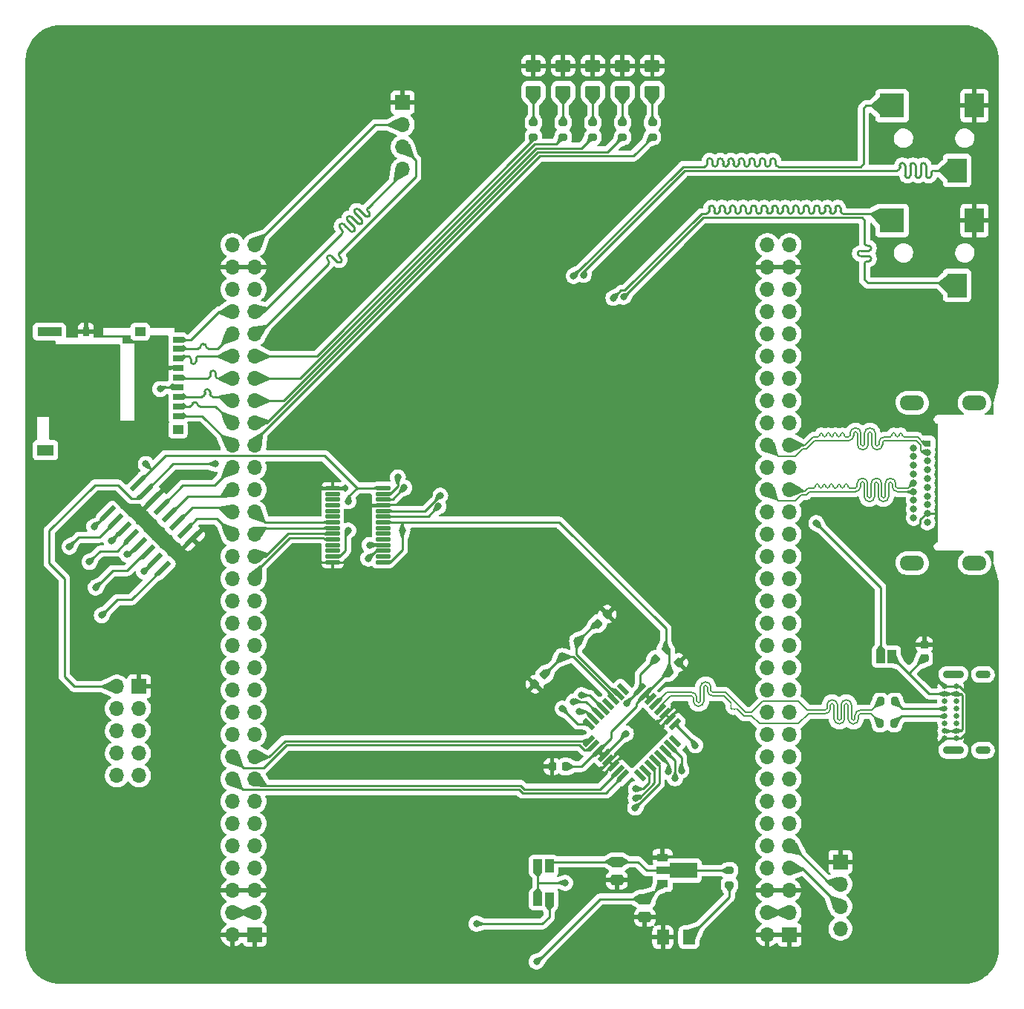
<source format=gbr>
%TF.GenerationSoftware,KiCad,Pcbnew,7.0.1-3b83917a11~172~ubuntu22.10.1*%
%TF.CreationDate,2023-03-30T21:17:30-07:00*%
%TF.ProjectId,expansionboardA,65787061-6e73-4696-9f6e-626f61726441,3*%
%TF.SameCoordinates,Original*%
%TF.FileFunction,Copper,L1,Top*%
%TF.FilePolarity,Positive*%
%FSLAX46Y46*%
G04 Gerber Fmt 4.6, Leading zero omitted, Abs format (unit mm)*
G04 Created by KiCad (PCBNEW 7.0.1-3b83917a11~172~ubuntu22.10.1) date 2023-03-30 21:17:30*
%MOMM*%
%LPD*%
G01*
G04 APERTURE LIST*
G04 Aperture macros list*
%AMRoundRect*
0 Rectangle with rounded corners*
0 $1 Rounding radius*
0 $2 $3 $4 $5 $6 $7 $8 $9 X,Y pos of 4 corners*
0 Add a 4 corners polygon primitive as box body*
4,1,4,$2,$3,$4,$5,$6,$7,$8,$9,$2,$3,0*
0 Add four circle primitives for the rounded corners*
1,1,$1+$1,$2,$3*
1,1,$1+$1,$4,$5*
1,1,$1+$1,$6,$7*
1,1,$1+$1,$8,$9*
0 Add four rect primitives between the rounded corners*
20,1,$1+$1,$2,$3,$4,$5,0*
20,1,$1+$1,$4,$5,$6,$7,0*
20,1,$1+$1,$6,$7,$8,$9,0*
20,1,$1+$1,$8,$9,$2,$3,0*%
%AMRotRect*
0 Rectangle, with rotation*
0 The origin of the aperture is its center*
0 $1 length*
0 $2 width*
0 $3 Rotation angle, in degrees counterclockwise*
0 Add horizontal line*
21,1,$1,$2,0,0,$3*%
%AMFreePoly0*
4,1,9,3.862500,-0.866500,0.737500,-0.866500,0.737500,-0.450000,-0.737500,-0.450000,-0.737500,0.450000,0.737500,0.450000,0.737500,0.866500,3.862500,0.866500,3.862500,-0.866500,3.862500,-0.866500,$1*%
G04 Aperture macros list end*
%TA.AperFunction,SMDPad,CuDef*%
%ADD10RoundRect,0.200000X0.200000X0.275000X-0.200000X0.275000X-0.200000X-0.275000X0.200000X-0.275000X0*%
%TD*%
%TA.AperFunction,SMDPad,CuDef*%
%ADD11RoundRect,0.225000X-0.225000X-0.250000X0.225000X-0.250000X0.225000X0.250000X-0.225000X0.250000X0*%
%TD*%
%TA.AperFunction,SMDPad,CuDef*%
%ADD12R,1.000000X1.500000*%
%TD*%
%TA.AperFunction,SMDPad,CuDef*%
%ADD13RoundRect,0.200000X-0.275000X0.200000X-0.275000X-0.200000X0.275000X-0.200000X0.275000X0.200000X0*%
%TD*%
%TA.AperFunction,SMDPad,CuDef*%
%ADD14RoundRect,0.200000X0.275000X-0.200000X0.275000X0.200000X-0.275000X0.200000X-0.275000X-0.200000X0*%
%TD*%
%TA.AperFunction,SMDPad,CuDef*%
%ADD15RoundRect,0.225000X0.017678X-0.335876X0.335876X-0.017678X-0.017678X0.335876X-0.335876X0.017678X0*%
%TD*%
%TA.AperFunction,SMDPad,CuDef*%
%ADD16R,2.200000X2.800000*%
%TD*%
%TA.AperFunction,SMDPad,CuDef*%
%ADD17R,2.800000X2.800000*%
%TD*%
%TA.AperFunction,ComponentPad*%
%ADD18R,1.700000X1.700000*%
%TD*%
%TA.AperFunction,ComponentPad*%
%ADD19O,1.700000X1.700000*%
%TD*%
%TA.AperFunction,SMDPad,CuDef*%
%ADD20RoundRect,0.200000X-0.053033X0.335876X-0.335876X0.053033X0.053033X-0.335876X0.335876X-0.053033X0*%
%TD*%
%TA.AperFunction,SMDPad,CuDef*%
%ADD21RoundRect,0.250001X-0.624999X0.462499X-0.624999X-0.462499X0.624999X-0.462499X0.624999X0.462499X0*%
%TD*%
%TA.AperFunction,SMDPad,CuDef*%
%ADD22R,1.200000X0.700000*%
%TD*%
%TA.AperFunction,SMDPad,CuDef*%
%ADD23R,1.200000X1.000000*%
%TD*%
%TA.AperFunction,SMDPad,CuDef*%
%ADD24R,2.800000X1.000000*%
%TD*%
%TA.AperFunction,SMDPad,CuDef*%
%ADD25R,1.900000X1.300000*%
%TD*%
%TA.AperFunction,SMDPad,CuDef*%
%ADD26R,0.800000X1.000000*%
%TD*%
%TA.AperFunction,SMDPad,CuDef*%
%ADD27RoundRect,0.225000X-0.250000X0.225000X-0.250000X-0.225000X0.250000X-0.225000X0.250000X0.225000X0*%
%TD*%
%TA.AperFunction,SMDPad,CuDef*%
%ADD28RoundRect,0.250000X-0.475000X0.337500X-0.475000X-0.337500X0.475000X-0.337500X0.475000X0.337500X0*%
%TD*%
%TA.AperFunction,SMDPad,CuDef*%
%ADD29RoundRect,0.225000X-0.017678X0.335876X-0.335876X0.017678X0.017678X-0.335876X0.335876X-0.017678X0*%
%TD*%
%TA.AperFunction,SMDPad,CuDef*%
%ADD30RoundRect,0.250001X-0.462499X-0.624999X0.462499X-0.624999X0.462499X0.624999X-0.462499X0.624999X0*%
%TD*%
%TA.AperFunction,SMDPad,CuDef*%
%ADD31RoundRect,0.038500X-0.332340X-0.666802X0.666802X0.332340X0.332340X0.666802X-0.666802X-0.332340X0*%
%TD*%
%TA.AperFunction,SMDPad,CuDef*%
%ADD32RoundRect,0.038500X0.666802X-0.332340X-0.332340X0.666802X-0.666802X0.332340X0.332340X-0.666802X0*%
%TD*%
%TA.AperFunction,SMDPad,CuDef*%
%ADD33R,1.300000X0.900000*%
%TD*%
%TA.AperFunction,SMDPad,CuDef*%
%ADD34FreePoly0,0.000000*%
%TD*%
%TA.AperFunction,SMDPad,CuDef*%
%ADD35RotRect,1.981200X0.558800X45.000000*%
%TD*%
%TA.AperFunction,SMDPad,CuDef*%
%ADD36RoundRect,0.020500X0.764500X0.184500X-0.764500X0.184500X-0.764500X-0.184500X0.764500X-0.184500X0*%
%TD*%
%TA.AperFunction,ComponentPad*%
%ADD37C,1.000000*%
%TD*%
%TA.AperFunction,ComponentPad*%
%ADD38C,0.650000*%
%TD*%
%TA.AperFunction,ComponentPad*%
%ADD39O,1.700000X0.900000*%
%TD*%
%TA.AperFunction,ComponentPad*%
%ADD40O,2.400000X0.900000*%
%TD*%
%TA.AperFunction,ComponentPad*%
%ADD41R,0.800000X0.800000*%
%TD*%
%TA.AperFunction,ComponentPad*%
%ADD42C,0.800000*%
%TD*%
%TA.AperFunction,ComponentPad*%
%ADD43O,2.800000X1.700000*%
%TD*%
%TA.AperFunction,ViaPad*%
%ADD44C,0.800000*%
%TD*%
%TA.AperFunction,Conductor*%
%ADD45C,0.250000*%
%TD*%
%TA.AperFunction,Conductor*%
%ADD46C,0.400000*%
%TD*%
%TA.AperFunction,Conductor*%
%ADD47C,0.150000*%
%TD*%
%TA.AperFunction,Conductor*%
%ADD48C,0.200000*%
%TD*%
G04 APERTURE END LIST*
D10*
%TO.P,R10,1*%
%TO.N,Net-(P1-D+)*%
X121221000Y-95250000D03*
%TO.P,R10,2*%
%TO.N,USBD_P*%
X119571000Y-95250000D03*
%TD*%
D11*
%TO.P,C2,1*%
%TO.N,GND*%
X82143600Y-102692200D03*
%TO.P,C2,2*%
%TO.N,/input3v3*%
X83693600Y-102692200D03*
%TD*%
D12*
%TO.P,JP6,1,A*%
%TO.N,/input3v3*%
X80518000Y-117856000D03*
%TO.P,JP6,2,B*%
%TO.N,3V3*%
X81818000Y-117856000D03*
%TD*%
D13*
%TO.P,R1,1*%
%TO.N,REG3V3*%
X102362000Y-114554000D03*
%TO.P,R1,2*%
%TO.N,Net-(D1-A)*%
X102362000Y-116204000D03*
%TD*%
D14*
%TO.P,R7,1*%
%TO.N,LED4*%
X80010000Y-30860000D03*
%TO.P,R7,2*%
%TO.N,Net-(D6-A)*%
X80010000Y-29210000D03*
%TD*%
D15*
%TO.P,C4,1*%
%TO.N,GND*%
X80183984Y-93298016D03*
%TO.P,C4,2*%
%TO.N,Net-(U1-XO)*%
X81280000Y-92202000D03*
%TD*%
D16*
%TO.P,AU1,1*%
%TO.N,GND*%
X130302000Y-40386000D03*
D17*
%TO.P,AU1,2*%
%TO.N,HPOUTRIGHT*%
X120902000Y-40386000D03*
D16*
%TO.P,AU1,3*%
%TO.N,HPOUTLEFT*%
X128302000Y-47786000D03*
%TD*%
D18*
%TO.P,USBHOST1,1,Pin_1*%
%TO.N,GND*%
X65106000Y-26924000D03*
D19*
%TO.P,USBHOST1,2,Pin_2*%
%TO.N,5V*%
X65106000Y-29464000D03*
%TO.P,USBHOST1,3,Pin_3*%
%TO.N,USBTX*%
X65106000Y-32004000D03*
%TO.P,USBHOST1,4,Pin_4*%
%TO.N,USBRX*%
X65106000Y-34544000D03*
%TD*%
D18*
%TO.P,J1,1,Pin_1*%
%TO.N,GND*%
X115011200Y-113588800D03*
D19*
%TO.P,J1,2,Pin_2*%
%TO.N,TXD*%
X115011200Y-116128800D03*
%TO.P,J1,3,Pin_3*%
%TO.N,RXD*%
X115011200Y-118668800D03*
%TO.P,J1,4,Pin_4*%
%TO.N,unconnected-(J1-Pin_4-Pad4)*%
X115011200Y-121208800D03*
%TD*%
D20*
%TO.P,R2,1*%
%TO.N,/input3v3*%
X95103375Y-89274952D03*
%TO.P,R2,2*%
%TO.N,GPI*%
X93936649Y-90441678D03*
%TD*%
D18*
%TO.P,ADC1,1,Pin_1*%
%TO.N,GND*%
X35052000Y-93566000D03*
D19*
%TO.P,ADC1,2,Pin_2*%
%TO.N,5V*%
X32512000Y-93566000D03*
%TO.P,ADC1,3,Pin_3*%
%TO.N,ADCH6*%
X35052000Y-96106000D03*
%TO.P,ADC1,4,Pin_4*%
%TO.N,ADCH7*%
X32512000Y-96106000D03*
%TO.P,ADC1,5,Pin_5*%
%TO.N,ADCH4*%
X35052000Y-98646000D03*
%TO.P,ADC1,6,Pin_6*%
%TO.N,ADCH5*%
X32512000Y-98646000D03*
%TO.P,ADC1,7,Pin_7*%
%TO.N,ADCH2*%
X35052000Y-101186000D03*
%TO.P,ADC1,8,Pin_8*%
%TO.N,ADCH3*%
X32512000Y-101186000D03*
%TO.P,ADC1,9,Pin_9*%
%TO.N,ADCH0*%
X35052000Y-103726000D03*
%TO.P,ADC1,10,Pin_10*%
%TO.N,ADCH1*%
X32512000Y-103726000D03*
%TD*%
D14*
%TO.P,R6,1*%
%TO.N,LED3*%
X83400900Y-30860000D03*
%TO.P,R6,2*%
%TO.N,Net-(D5-A)*%
X83400900Y-29210000D03*
%TD*%
D10*
%TO.P,R9,1*%
%TO.N,Net-(P1-D-)*%
X121158000Y-97790000D03*
%TO.P,R9,2*%
%TO.N,USBD_N*%
X119508000Y-97790000D03*
%TD*%
D21*
%TO.P,D4,1,K*%
%TO.N,GND*%
X86790000Y-22734000D03*
%TO.P,D4,2,A*%
%TO.N,Net-(D4-A)*%
X86790000Y-25709000D03*
%TD*%
D22*
%TO.P,CRD1,1,DAT2*%
%TO.N,SDDAT2*%
X39479000Y-62686000D03*
%TO.P,CRD1,2,CD/DAT3*%
%TO.N,SDDAT3*%
X39479000Y-61586000D03*
%TO.P,CRD1,3,CMD*%
%TO.N,SDCMD*%
X39479000Y-60486000D03*
%TO.P,CRD1,4,VDD*%
%TO.N,/input3v3*%
X39479000Y-59386000D03*
%TO.P,CRD1,5,CLK*%
%TO.N,SDCLK*%
X39479000Y-58286000D03*
%TO.P,CRD1,6,VSS*%
%TO.N,GND*%
X39479000Y-57186000D03*
%TO.P,CRD1,7,DAT0*%
%TO.N,SDDAT0*%
X39479000Y-56086000D03*
%TO.P,CRD1,8,DAT1*%
%TO.N,SDDAT1*%
X39479000Y-54986000D03*
D23*
%TO.P,CRD1,P1,SHIELD*%
%TO.N,Net-(CRD1-SHIELD-PadP1)*%
X35179000Y-53086000D03*
D24*
%TO.P,CRD1,P2,SHIELD*%
X24829000Y-53086000D03*
D25*
%TO.P,CRD1,P3,SHIELD*%
X24379000Y-66586000D03*
D23*
%TO.P,CRD1,P4,SHIELD*%
X39479000Y-64236000D03*
D26*
%TO.P,CRD1,SWA*%
%TO.N,GND*%
X28979000Y-53086000D03*
D22*
%TO.P,CRD1,SWB*%
%TO.N,SDSWTCH*%
X39479000Y-54036000D03*
%TD*%
D12*
%TO.P,JP5,1,A*%
%TO.N,/input3v3*%
X80518000Y-114046000D03*
%TO.P,JP5,2,B*%
%TO.N,REG3V3*%
X81818000Y-114046000D03*
%TD*%
D27*
%TO.P,C5,1*%
%TO.N,GND*%
X124587000Y-88797800D03*
%TO.P,C5,2*%
%TO.N,USBCBUSPOWER*%
X124587000Y-90347800D03*
%TD*%
D21*
%TO.P,D6,1,K*%
%TO.N,GND*%
X80010000Y-22734000D03*
%TO.P,D6,2,A*%
%TO.N,Net-(D6-A)*%
X80010000Y-25709000D03*
%TD*%
D28*
%TO.P,C6,1*%
%TO.N,REG3V3*%
X89535000Y-113588800D03*
%TO.P,C6,2*%
%TO.N,GND*%
X89535000Y-115663800D03*
%TD*%
D14*
%TO.P,R4,1*%
%TO.N,LED1*%
X90182700Y-30860000D03*
%TO.P,R4,2*%
%TO.N,Net-(D3-A)*%
X90182700Y-29210000D03*
%TD*%
D21*
%TO.P,D5,1,K*%
%TO.N,GND*%
X83400000Y-22734000D03*
%TO.P,D5,2,A*%
%TO.N,Net-(D5-A)*%
X83400000Y-25709000D03*
%TD*%
D14*
%TO.P,R3,1*%
%TO.N,LED0*%
X93573600Y-30860000D03*
%TO.P,R3,2*%
%TO.N,Net-(D2-A)*%
X93573600Y-29210000D03*
%TD*%
%TO.P,R5,1*%
%TO.N,LED2*%
X86791800Y-30860000D03*
%TO.P,R5,2*%
%TO.N,Net-(D4-A)*%
X86791800Y-29210000D03*
%TD*%
D21*
%TO.P,D2,1,K*%
%TO.N,GND*%
X93570000Y-22734000D03*
%TO.P,D2,2,A*%
%TO.N,Net-(D2-A)*%
X93570000Y-25709000D03*
%TD*%
D29*
%TO.P,C3,1*%
%TO.N,GND*%
X88432008Y-85303992D03*
%TO.P,C3,2*%
%TO.N,Net-(U1-XI)*%
X87335992Y-86400008D03*
%TD*%
D30*
%TO.P,D1,1,K*%
%TO.N,GND*%
X94778500Y-122174000D03*
%TO.P,D1,2,A*%
%TO.N,Net-(D1-A)*%
X97753500Y-122174000D03*
%TD*%
D28*
%TO.P,C7,1*%
%TO.N,5V*%
X92710000Y-117834500D03*
%TO.P,C7,2*%
%TO.N,GND*%
X92710000Y-119909500D03*
%TD*%
D29*
%TO.P,C1,1*%
%TO.N,GND*%
X96592020Y-90834307D03*
%TO.P,C1,2*%
%TO.N,/input3v3*%
X95496004Y-91930323D03*
%TD*%
D31*
%TO.P,U1,1,GPOUT0*%
%TO.N,USBGPOUT0*%
X86302315Y-99785158D03*
%TO.P,U1,2,GPOUT1*%
%TO.N,USBGPOUT1*%
X86868000Y-100350844D03*
%TO.P,U1,3,VL*%
%TO.N,/input3v3*%
X87433686Y-100916529D03*
%TO.P,U1,4,VL*%
X87999371Y-101482215D03*
%TO.P,U1,5,GND*%
%TO.N,GND*%
X88565056Y-102047900D03*
%TO.P,U1,6,GND*%
X89130742Y-102613585D03*
%TO.P,U1,7,GPOUT2*%
%TO.N,USBGPOUT2*%
X89696427Y-103179271D03*
%TO.P,U1,8,GPOUT3*%
%TO.N,USBGPOUT3*%
X90262113Y-103744956D03*
D32*
%TO.P,U1,9*%
%TO.N,N/C*%
X92199585Y-103744956D03*
%TO.P,U1,10,~{RES}*%
%TO.N,USBRES*%
X92765271Y-103179271D03*
%TO.P,U1,11,SCLK*%
%TO.N,USBSCLK*%
X93330956Y-102613585D03*
%TO.P,U1,12,~{SS}*%
%TO.N,USBSS*%
X93896642Y-102047900D03*
%TO.P,U1,13,MISO*%
%TO.N,USBMISO*%
X94462327Y-101482215D03*
%TO.P,U1,14,MOSI*%
%TO.N,USBMOSI*%
X95028012Y-100916529D03*
%TO.P,U1,15,GPX*%
%TO.N,USBGPX*%
X95593698Y-100350844D03*
%TO.P,U1,16*%
%TO.N,N/C*%
X96159383Y-99785158D03*
D31*
%TO.P,U1,17,INT*%
%TO.N,INT*%
X96159383Y-97847686D03*
%TO.P,U1,18,GND*%
%TO.N,GND*%
X95593698Y-97282000D03*
%TO.P,U1,19,GND*%
X95028012Y-96716315D03*
%TO.P,U1,20,D-*%
%TO.N,USBD_N*%
X94462327Y-96150629D03*
%TO.P,U1,21,D+*%
%TO.N,USBD_P*%
X93896642Y-95584944D03*
%TO.P,U1,22,VCC*%
%TO.N,/input3v3*%
X93330956Y-95019259D03*
%TO.P,U1,23,VCC*%
X92765271Y-94453573D03*
%TO.P,U1,24,VBCOMP*%
%TO.N,GPI*%
X92199585Y-93887888D03*
D32*
%TO.P,U1,25*%
%TO.N,N/C*%
X90262113Y-93887888D03*
%TO.P,U1,26,XI*%
%TO.N,Net-(U1-XI)*%
X89696427Y-94453573D03*
%TO.P,U1,27,XO*%
%TO.N,Net-(U1-XO)*%
X89130742Y-95019259D03*
%TO.P,U1,28*%
%TO.N,N/C*%
X88565056Y-95584944D03*
%TO.P,U1,29,GPIN0*%
%TO.N,USBGPIN0*%
X87999371Y-96150629D03*
%TO.P,U1,30,GPIN1*%
%TO.N,USBGPIN1*%
X87433686Y-96716315D03*
%TO.P,U1,31,GPIN2*%
%TO.N,USBGPIN2*%
X86868000Y-97282000D03*
%TO.P,U1,32,GPIN3*%
%TO.N,USBGPIN3*%
X86302315Y-97847686D03*
%TD*%
D21*
%TO.P,D3,1,K*%
%TO.N,GND*%
X90180000Y-22734000D03*
%TO.P,D3,2,A*%
%TO.N,Net-(D3-A)*%
X90180000Y-25709000D03*
%TD*%
D33*
%TO.P,U3,1,GND*%
%TO.N,GND*%
X94742000Y-113078000D03*
D34*
%TO.P,U3,2,VO*%
%TO.N,REG3V3*%
X94829500Y-114578000D03*
D33*
%TO.P,U3,3,VI*%
%TO.N,5V*%
X94742000Y-116078000D03*
%TD*%
D16*
%TO.P,AU2,1*%
%TO.N,GND*%
X130302000Y-27288000D03*
D17*
%TO.P,AU2,2*%
%TO.N,LINEOUTRIGHT*%
X120902000Y-27288000D03*
D16*
%TO.P,AU2,3*%
%TO.N,LINEOUTLEFT*%
X128302000Y-34688000D03*
%TD*%
D35*
%TO.P,U5,1,CH0*%
%TO.N,ADCH0*%
X31521166Y-73762476D03*
%TO.P,U5,2,CH1*%
%TO.N,ADCH1*%
X32419191Y-74660502D03*
%TO.P,U5,3,CH2*%
%TO.N,ADCH2*%
X33317217Y-75558527D03*
%TO.P,U5,4,CH3*%
%TO.N,ADCH3*%
X34215243Y-76456553D03*
%TO.P,U5,5,CH4*%
%TO.N,ADCH4*%
X35113268Y-77354578D03*
%TO.P,U5,6,CH5*%
%TO.N,ADCH5*%
X36011294Y-78252604D03*
%TO.P,U5,7,CH6*%
%TO.N,ADCH6*%
X36909319Y-79150630D03*
%TO.P,U5,8,CH7*%
%TO.N,ADCH7*%
X37807345Y-80048655D03*
%TO.P,U5,9,DGND*%
%TO.N,GND*%
X41148000Y-76708000D03*
%TO.P,U5,10,\u002ACS/SHDN*%
%TO.N,ADCS*%
X40249975Y-75809974D03*
%TO.P,U5,11,DIN*%
%TO.N,ADDIN*%
X39351949Y-74911949D03*
%TO.P,U5,12,DOUT*%
%TO.N,ADDOUT*%
X38453923Y-74013923D03*
%TO.P,U5,13,CLK*%
%TO.N,ADCLK*%
X37555898Y-73115898D03*
%TO.P,U5,14,AGND*%
%TO.N,GND*%
X36657872Y-72217872D03*
%TO.P,U5,15,VREF*%
%TO.N,5V*%
X35759847Y-71319846D03*
%TO.P,U5,16,VDD*%
%TO.N,/input3v3*%
X34861821Y-70421821D03*
%TD*%
D36*
%TO.P,U6,1,BVDD*%
%TO.N,/input3v3*%
X62865000Y-79375000D03*
%TO.P,U6,2,CLKOUT*%
%TO.N,unconnected-(U6-CLKOUT-Pad2)*%
X62865000Y-78725000D03*
%TO.P,U6,3,BCLK*%
%TO.N,I2SCLK*%
X62865000Y-78075000D03*
%TO.P,U6,4,DIN*%
%TO.N,I2SDIN*%
X62865000Y-77425000D03*
%TO.P,U6,5,LRCIN*%
%TO.N,unconnected-(U6-LRCIN-Pad5)*%
X62865000Y-76775000D03*
%TO.P,U6,6,DOUT*%
%TO.N,unconnected-(U6-DOUT-Pad6)*%
X62865000Y-76125000D03*
%TO.P,U6,7,LRCOUT*%
%TO.N,unconnected-(U6-LRCOUT-Pad7)*%
X62865000Y-75475000D03*
%TO.P,U6,8,HPVDD*%
%TO.N,/input3v3*%
X62865000Y-74825000D03*
%TO.P,U6,9,LHPOUT*%
%TO.N,HPOUTLEFT*%
X62865000Y-74175000D03*
%TO.P,U6,10,RHPOUT*%
%TO.N,HPOUTRIGHT*%
X62865000Y-73525000D03*
%TO.P,U6,11,HPGND*%
%TO.N,GND*%
X62865000Y-72875000D03*
%TO.P,U6,12,LOUT*%
%TO.N,LINEOUTLEFT*%
X62865000Y-72225000D03*
%TO.P,U6,13,ROUT*%
%TO.N,LINEOUTRIGHT*%
X62865000Y-71575000D03*
%TO.P,U6,14,AVDD*%
%TO.N,/input3v3*%
X62865000Y-70925000D03*
%TO.P,U6,15,AGND*%
%TO.N,GND*%
X57125000Y-70925000D03*
%TO.P,U6,16,VMID*%
%TO.N,unconnected-(U6-VMID-Pad16)*%
X57125000Y-71575000D03*
%TO.P,U6,17,MICBIAS*%
%TO.N,unconnected-(U6-MICBIAS-Pad17)*%
X57125000Y-72225000D03*
%TO.P,U6,18,MICIN*%
%TO.N,unconnected-(U6-MICIN-Pad18)*%
X57125000Y-72875000D03*
%TO.P,U6,19,RLINEIN*%
%TO.N,unconnected-(U6-RLINEIN-Pad19)*%
X57125000Y-73525000D03*
%TO.P,U6,20,LLINEIN*%
%TO.N,unconnected-(U6-LLINEIN-Pad20)*%
X57125000Y-74175000D03*
%TO.P,U6,21,~{CS}*%
%TO.N,ACS*%
X57125000Y-74825000D03*
%TO.P,U6,22,MODE*%
%TO.N,AMODE*%
X57125000Y-75475000D03*
%TO.P,U6,23,SDIN*%
%TO.N,ASDIN*%
X57125000Y-76125000D03*
%TO.P,U6,24,SCLK*%
%TO.N,ASCLK*%
X57125000Y-76775000D03*
%TO.P,U6,25,XTI/MCLK*%
%TO.N,unconnected-(U6-XTI{slash}MCLK-Pad25)*%
X57125000Y-77425000D03*
%TO.P,U6,26,XTO*%
%TO.N,unconnected-(U6-XTO-Pad26)*%
X57125000Y-78075000D03*
%TO.P,U6,27,DVDD*%
%TO.N,/input3v3*%
X57125000Y-78725000D03*
%TO.P,U6,28,DGND*%
%TO.N,GND*%
X57125000Y-79375000D03*
%TD*%
D12*
%TO.P,JP4,1,A*%
%TO.N,USBCBUSPOWER*%
X120904000Y-90170000D03*
%TO.P,JP4,2,B*%
%TO.N,5V*%
X119604000Y-90170000D03*
%TD*%
D37*
%TO.P,Y1,1,1*%
%TO.N,Net-(U1-XO)*%
X83293949Y-90188051D03*
%TO.P,Y1,2,2*%
%TO.N,Net-(U1-XI)*%
X85090000Y-88392000D03*
%TD*%
D18*
%TO.P,U2,1,Pin_1*%
%TO.N,GND*%
X48220000Y-121920000D03*
D19*
%TO.P,U2,2,Pin_2*%
X45680000Y-121920000D03*
%TO.P,U2,3,Pin_3*%
%TO.N,3V3*%
X48220000Y-119380000D03*
%TO.P,U2,4,Pin_4*%
X45680000Y-119380000D03*
%TO.P,U2,5,Pin_5*%
%TO.N,GND*%
X48220000Y-116840000D03*
%TO.P,U2,6,Pin_6*%
X45680000Y-116840000D03*
%TO.P,U2,7,Pin_7*%
%TO.N,USBGPX*%
X48220000Y-114300000D03*
%TO.P,U2,8,Pin_8*%
%TO.N,INT*%
X45680000Y-114300000D03*
%TO.P,U2,9,Pin_9*%
%TO.N,USBMISO*%
X48220000Y-111760000D03*
%TO.P,U2,10,Pin_10*%
%TO.N,USBMOSI*%
X45680000Y-111760000D03*
%TO.P,U2,11,Pin_11*%
%TO.N,USBSCLK*%
X48220000Y-109220000D03*
%TO.P,U2,12,Pin_12*%
%TO.N,USBSS*%
X45680000Y-109220000D03*
%TO.P,U2,13,Pin_13*%
%TO.N,GPI*%
X48220000Y-106680000D03*
%TO.P,U2,14,Pin_14*%
%TO.N,USBRES*%
X45680000Y-106680000D03*
%TO.P,U2,15,Pin_15*%
%TO.N,USBGPOUT2*%
X48220000Y-104140000D03*
%TO.P,U2,16,Pin_16*%
%TO.N,USBGPOUT3*%
X45680000Y-104140000D03*
%TO.P,U2,17,Pin_17*%
%TO.N,USBGPOUT0*%
X48220000Y-101600000D03*
%TO.P,U2,18,Pin_18*%
%TO.N,USBGPOUT1*%
X45680000Y-101600000D03*
%TO.P,U2,19,Pin_19*%
%TO.N,USBGPIN2*%
X48220000Y-99060000D03*
%TO.P,U2,20,Pin_20*%
%TO.N,USBGPIN3*%
X45680000Y-99060000D03*
%TO.P,U2,21,Pin_21*%
%TO.N,USBGPIN0*%
X48220000Y-96520000D03*
%TO.P,U2,22,Pin_22*%
%TO.N,USBGPIN1*%
X45680000Y-96520000D03*
%TO.P,U2,23,Pin_23*%
%TO.N,unconnected-(U2-Pin_23-Pad23)*%
X48220000Y-93980000D03*
%TO.P,U2,24,Pin_24*%
%TO.N,unconnected-(U2-Pin_24-Pad24)*%
X45680000Y-93980000D03*
%TO.P,U2,25,Pin_25*%
%TO.N,unconnected-(U2-Pin_25-Pad25)*%
X48220000Y-91440000D03*
%TO.P,U2,26,Pin_26*%
%TO.N,unconnected-(U2-Pin_26-Pad26)*%
X45680000Y-91440000D03*
%TO.P,U2,27,Pin_27*%
%TO.N,unconnected-(U2-Pin_27-Pad27)*%
X48220000Y-88900000D03*
%TO.P,U2,28,Pin_28*%
%TO.N,unconnected-(U2-Pin_28-Pad28)*%
X45680000Y-88900000D03*
%TO.P,U2,29,Pin_29*%
%TO.N,I2SCLK*%
X48220000Y-86360000D03*
%TO.P,U2,30,Pin_30*%
%TO.N,unconnected-(U2-Pin_30-Pad30)*%
X45680000Y-86360000D03*
%TO.P,U2,31,Pin_31*%
%TO.N,I2SDIN*%
X48220000Y-83820000D03*
%TO.P,U2,32,Pin_32*%
%TO.N,unconnected-(U2-Pin_32-Pad32)*%
X45680000Y-83820000D03*
%TO.P,U2,33,Pin_33*%
%TO.N,ASCLK*%
X48220000Y-81280000D03*
%TO.P,U2,34,Pin_34*%
%TO.N,unconnected-(U2-Pin_34-Pad34)*%
X45680000Y-81280000D03*
%TO.P,U2,35,Pin_35*%
%TO.N,ASDIN*%
X48220000Y-78740000D03*
%TO.P,U2,36,Pin_36*%
%TO.N,unconnected-(U2-Pin_36-Pad36)*%
X45680000Y-78740000D03*
%TO.P,U2,37,Pin_37*%
%TO.N,AMODE*%
X48220000Y-76200000D03*
%TO.P,U2,38,Pin_38*%
%TO.N,ADCS*%
X45680000Y-76200000D03*
%TO.P,U2,39,Pin_39*%
%TO.N,ACS*%
X48220000Y-73660000D03*
%TO.P,U2,40,Pin_40*%
%TO.N,ADDIN*%
X45680000Y-73660000D03*
%TO.P,U2,41,Pin_41*%
%TO.N,unconnected-(U2-Pin_41-Pad41)*%
X48220000Y-71120000D03*
%TO.P,U2,42,Pin_42*%
%TO.N,ADDOUT*%
X45680000Y-71120000D03*
%TO.P,U2,43,Pin_43*%
%TO.N,unconnected-(U2-Pin_43-Pad43)*%
X48220000Y-68580000D03*
%TO.P,U2,44,Pin_44*%
%TO.N,ADCLK*%
X45680000Y-68580000D03*
%TO.P,U2,45,Pin_45*%
%TO.N,LED0*%
X48220000Y-66040000D03*
%TO.P,U2,46,Pin_46*%
%TO.N,SDDAT2*%
X45680000Y-66040000D03*
%TO.P,U2,47,Pin_47*%
%TO.N,LED1*%
X48220000Y-63500000D03*
%TO.P,U2,48,Pin_48*%
%TO.N,SDDAT3*%
X45680000Y-63500000D03*
%TO.P,U2,49,Pin_49*%
%TO.N,LED2*%
X48220000Y-60960000D03*
%TO.P,U2,50,Pin_50*%
%TO.N,SDCMD*%
X45680000Y-60960000D03*
%TO.P,U2,51,Pin_51*%
%TO.N,LED3*%
X48220000Y-58420000D03*
%TO.P,U2,52,Pin_52*%
%TO.N,SDCLK*%
X45680000Y-58420000D03*
%TO.P,U2,53,Pin_53*%
%TO.N,LED4*%
X48220000Y-55880000D03*
%TO.P,U2,54,Pin_54*%
%TO.N,SDDAT0*%
X45680000Y-55880000D03*
%TO.P,U2,55,Pin_55*%
%TO.N,USBTX*%
X48220000Y-53340000D03*
%TO.P,U2,56,Pin_56*%
%TO.N,SDDAT1*%
X45680000Y-53340000D03*
%TO.P,U2,57,Pin_57*%
%TO.N,USBRX*%
X48220000Y-50800000D03*
%TO.P,U2,58,Pin_58*%
%TO.N,SDSWTCH*%
X45680000Y-50800000D03*
%TO.P,U2,59,Pin_59*%
%TO.N,unconnected-(U2-Pin_59-Pad59)*%
X48220000Y-48260000D03*
%TO.P,U2,60,Pin_60*%
%TO.N,unconnected-(U2-Pin_60-Pad60)*%
X45680000Y-48260000D03*
%TO.P,U2,61,Pin_61*%
%TO.N,GND*%
X48220000Y-45720000D03*
%TO.P,U2,62,Pin_62*%
X45680000Y-45720000D03*
%TO.P,U2,63,Pin_63*%
%TO.N,5V*%
X48220000Y-43180000D03*
%TO.P,U2,64,Pin_64*%
X45680000Y-43180000D03*
%TD*%
D18*
%TO.P,U4,1,Pin_1*%
%TO.N,GND*%
X109220000Y-121920000D03*
D19*
%TO.P,U4,2,Pin_2*%
X106680000Y-121920000D03*
%TO.P,U4,3,Pin_3*%
%TO.N,VCC*%
X109220000Y-119380000D03*
%TO.P,U4,4,Pin_4*%
X106680000Y-119380000D03*
%TO.P,U4,5,Pin_5*%
%TO.N,GND*%
X109220000Y-116840000D03*
%TO.P,U4,6,Pin_6*%
X106680000Y-116840000D03*
%TO.P,U4,7,Pin_7*%
%TO.N,RXD*%
X109220000Y-114300000D03*
%TO.P,U4,8,Pin_8*%
%TO.N,unconnected-(U4-Pin_8-Pad8)*%
X106680000Y-114300000D03*
%TO.P,U4,9,Pin_9*%
%TO.N,TXD*%
X109220000Y-111760000D03*
%TO.P,U4,10,Pin_10*%
%TO.N,unconnected-(U4-Pin_10-Pad10)*%
X106680000Y-111760000D03*
%TO.P,U4,11,Pin_11*%
%TO.N,unconnected-(U4-Pin_11-Pad11)*%
X109220000Y-109220000D03*
%TO.P,U4,12,Pin_12*%
%TO.N,unconnected-(U4-Pin_12-Pad12)*%
X106680000Y-109220000D03*
%TO.P,U4,13,Pin_13*%
%TO.N,unconnected-(U4-Pin_13-Pad13)*%
X109220000Y-106680000D03*
%TO.P,U4,14,Pin_14*%
%TO.N,unconnected-(U4-Pin_14-Pad14)*%
X106680000Y-106680000D03*
%TO.P,U4,15,Pin_15*%
%TO.N,unconnected-(U4-Pin_15-Pad15)*%
X109220000Y-104140000D03*
%TO.P,U4,16,Pin_16*%
%TO.N,unconnected-(U4-Pin_16-Pad16)*%
X106680000Y-104140000D03*
%TO.P,U4,17,Pin_17*%
%TO.N,unconnected-(U4-Pin_17-Pad17)*%
X109220000Y-101600000D03*
%TO.P,U4,18,Pin_18*%
%TO.N,unconnected-(U4-Pin_18-Pad18)*%
X106680000Y-101600000D03*
%TO.P,U4,19,Pin_19*%
%TO.N,unconnected-(U4-Pin_19-Pad19)*%
X109220000Y-99060000D03*
%TO.P,U4,20,Pin_20*%
%TO.N,unconnected-(U4-Pin_20-Pad20)*%
X106680000Y-99060000D03*
%TO.P,U4,21,Pin_21*%
%TO.N,unconnected-(U4-Pin_21-Pad21)*%
X109220000Y-96520000D03*
%TO.P,U4,22,Pin_22*%
%TO.N,unconnected-(U4-Pin_22-Pad22)*%
X106680000Y-96520000D03*
%TO.P,U4,23,Pin_23*%
%TO.N,unconnected-(U4-Pin_23-Pad23)*%
X109220000Y-93980000D03*
%TO.P,U4,24,Pin_24*%
%TO.N,unconnected-(U4-Pin_24-Pad24)*%
X106680000Y-93980000D03*
%TO.P,U4,25,Pin_25*%
%TO.N,unconnected-(U4-Pin_25-Pad25)*%
X109220000Y-91440000D03*
%TO.P,U4,26,Pin_26*%
%TO.N,unconnected-(U4-Pin_26-Pad26)*%
X106680000Y-91440000D03*
%TO.P,U4,27,Pin_27*%
%TO.N,unconnected-(U4-Pin_27-Pad27)*%
X109220000Y-88900000D03*
%TO.P,U4,28,Pin_28*%
%TO.N,unconnected-(U4-Pin_28-Pad28)*%
X106680000Y-88900000D03*
%TO.P,U4,29,Pin_29*%
%TO.N,unconnected-(U4-Pin_29-Pad29)*%
X109220000Y-86360000D03*
%TO.P,U4,30,Pin_30*%
%TO.N,unconnected-(U4-Pin_30-Pad30)*%
X106680000Y-86360000D03*
%TO.P,U4,31,Pin_31*%
%TO.N,unconnected-(U4-Pin_31-Pad31)*%
X109220000Y-83820000D03*
%TO.P,U4,32,Pin_32*%
%TO.N,unconnected-(U4-Pin_32-Pad32)*%
X106680000Y-83820000D03*
%TO.P,U4,33,Pin_33*%
%TO.N,unconnected-(U4-Pin_33-Pad33)*%
X109220000Y-81280000D03*
%TO.P,U4,34,Pin_34*%
%TO.N,unconnected-(U4-Pin_34-Pad34)*%
X106680000Y-81280000D03*
%TO.P,U4,35,Pin_35*%
%TO.N,unconnected-(U4-Pin_35-Pad35)*%
X109220000Y-78740000D03*
%TO.P,U4,36,Pin_36*%
%TO.N,unconnected-(U4-Pin_36-Pad36)*%
X106680000Y-78740000D03*
%TO.P,U4,37,Pin_37*%
%TO.N,unconnected-(U4-Pin_37-Pad37)*%
X109220000Y-76200000D03*
%TO.P,U4,38,Pin_38*%
%TO.N,unconnected-(U4-Pin_38-Pad38)*%
X106680000Y-76200000D03*
%TO.P,U4,39,Pin_39*%
%TO.N,unconnected-(U4-Pin_39-Pad39)*%
X109220000Y-73660000D03*
%TO.P,U4,40,Pin_40*%
%TO.N,unconnected-(U4-Pin_40-Pad40)*%
X106680000Y-73660000D03*
%TO.P,U4,41,Pin_41*%
%TO.N,CK_P*%
X109220000Y-71120000D03*
%TO.P,U4,42,Pin_42*%
%TO.N,CK_N*%
X106680000Y-71120000D03*
%TO.P,U4,43,Pin_43*%
%TO.N,D1_P*%
X109220000Y-68580000D03*
%TO.P,U4,44,Pin_44*%
%TO.N,D1_N*%
X106680000Y-68580000D03*
%TO.P,U4,45,Pin_45*%
%TO.N,D2_P*%
X109220000Y-66040000D03*
%TO.P,U4,46,Pin_46*%
%TO.N,D2_N*%
X106680000Y-66040000D03*
%TO.P,U4,47,Pin_47*%
%TO.N,D0_P*%
X109220000Y-63500000D03*
%TO.P,U4,48,Pin_48*%
%TO.N,D0_N*%
X106680000Y-63500000D03*
%TO.P,U4,49,Pin_49*%
%TO.N,unconnected-(U4-Pin_49-Pad49)*%
X109220000Y-60960000D03*
%TO.P,U4,50,Pin_50*%
%TO.N,unconnected-(U4-Pin_50-Pad50)*%
X106680000Y-60960000D03*
%TO.P,U4,51,Pin_51*%
%TO.N,unconnected-(U4-Pin_51-Pad51)*%
X109220000Y-58420000D03*
%TO.P,U4,52,Pin_52*%
%TO.N,unconnected-(U4-Pin_52-Pad52)*%
X106680000Y-58420000D03*
%TO.P,U4,53,Pin_53*%
%TO.N,unconnected-(U4-Pin_53-Pad53)*%
X109220000Y-55880000D03*
%TO.P,U4,54,Pin_54*%
%TO.N,unconnected-(U4-Pin_54-Pad54)*%
X106680000Y-55880000D03*
%TO.P,U4,55,Pin_55*%
%TO.N,unconnected-(U4-Pin_55-Pad55)*%
X109220000Y-53340000D03*
%TO.P,U4,56,Pin_56*%
%TO.N,unconnected-(U4-Pin_56-Pad56)*%
X106680000Y-53340000D03*
%TO.P,U4,57,Pin_57*%
%TO.N,unconnected-(U4-Pin_57-Pad57)*%
X109220000Y-50800000D03*
%TO.P,U4,58,Pin_58*%
%TO.N,unconnected-(U4-Pin_58-Pad58)*%
X106680000Y-50800000D03*
%TO.P,U4,59,Pin_59*%
%TO.N,unconnected-(U4-Pin_59-Pad59)*%
X109220000Y-48260000D03*
%TO.P,U4,60,Pin_60*%
%TO.N,unconnected-(U4-Pin_60-Pad60)*%
X106680000Y-48260000D03*
%TO.P,U4,61,Pin_61*%
%TO.N,GND*%
X109220000Y-45720000D03*
%TO.P,U4,62,Pin_62*%
X106680000Y-45720000D03*
%TO.P,U4,63,Pin_63*%
%TO.N,5V*%
X109220000Y-43180000D03*
%TO.P,U4,64,Pin_64*%
X106680000Y-43180000D03*
%TD*%
D38*
%TO.P,P1,A1,GND*%
%TO.N,GND*%
X126907200Y-93552000D03*
%TO.P,P1,A4,VBUS*%
%TO.N,USBCBUSPOWER*%
X126907200Y-94402000D03*
%TO.P,P1,A5,CC*%
%TO.N,unconnected-(P1-CC-PadA5)*%
X126907200Y-95252000D03*
%TO.P,P1,A6,D+*%
%TO.N,Net-(P1-D+)*%
X126907200Y-96102000D03*
%TO.P,P1,A7,D-*%
%TO.N,Net-(P1-D-)*%
X126907200Y-96952000D03*
%TO.P,P1,A8,SBU1*%
%TO.N,unconnected-(P1-SBU1-PadA8)*%
X126907200Y-97802000D03*
%TO.P,P1,A9,VBUS*%
%TO.N,USBCBUSPOWER*%
X126907200Y-98652000D03*
%TO.P,P1,A12,GND*%
%TO.N,GND*%
X126907200Y-99502000D03*
%TO.P,P1,B1,GND*%
X128257200Y-99502000D03*
%TO.P,P1,B4,VBUS*%
%TO.N,USBCBUSPOWER*%
X128257200Y-98652000D03*
%TO.P,P1,B5,VCONN*%
%TO.N,unconnected-(P1-VCONN-PadB5)*%
X128257200Y-97802000D03*
%TO.P,P1,B6*%
%TO.N,N/C*%
X128257200Y-96952000D03*
%TO.P,P1,B7*%
X128257200Y-96102000D03*
%TO.P,P1,B8,SBU2*%
%TO.N,unconnected-(P1-SBU2-PadB8)*%
X128257200Y-95252000D03*
%TO.P,P1,B9,VBUS*%
%TO.N,USBCBUSPOWER*%
X128257200Y-94402000D03*
%TO.P,P1,B12,GND*%
%TO.N,GND*%
X128257200Y-93552000D03*
D39*
%TO.P,P1,S1,SHIELD*%
%TO.N,unconnected-(P1-SHIELD-PadS1)*%
X131267200Y-92202000D03*
%TO.P,P1,S2*%
%TO.N,N/C*%
X131267200Y-100852000D03*
D40*
%TO.P,P1,S3*%
X127887200Y-92202000D03*
%TO.P,P1,S4*%
X127887200Y-100852000D03*
%TD*%
D41*
%TO.P,J3,1,D2+*%
%TO.N,D2_P*%
X124922000Y-65832600D03*
D42*
%TO.P,J3,2,D2S*%
%TO.N,unconnected-(J3-D2S-Pad2)*%
X123372000Y-66332600D03*
%TO.P,J3,3,D2-*%
%TO.N,D2_N*%
X124922000Y-66832600D03*
%TO.P,J3,4,D1+*%
%TO.N,D1_P*%
X123372000Y-67332600D03*
%TO.P,J3,5,D1S*%
%TO.N,unconnected-(J3-D1S-Pad5)*%
X124922000Y-67832600D03*
%TO.P,J3,6,D1-*%
%TO.N,D1_N*%
X123372000Y-68332600D03*
%TO.P,J3,7,D0+*%
%TO.N,D0_P*%
X124922000Y-68832600D03*
%TO.P,J3,8,D0S*%
%TO.N,unconnected-(J3-D0S-Pad8)*%
X123372000Y-69332600D03*
%TO.P,J3,9,D0-*%
%TO.N,D0_N*%
X124922000Y-69832600D03*
%TO.P,J3,10,CK+*%
%TO.N,CK_P*%
X123372000Y-70332600D03*
%TO.P,J3,11,CKS*%
%TO.N,unconnected-(J3-CKS-Pad11)*%
X124922000Y-70832600D03*
%TO.P,J3,12,CK-*%
%TO.N,CK_N*%
X123372000Y-71332600D03*
%TO.P,J3,13,CEC*%
%TO.N,unconnected-(J3-CEC-Pad13)*%
X124922000Y-71832600D03*
%TO.P,J3,14,UTILITY*%
%TO.N,unconnected-(J3-UTILITY-Pad14)*%
X123372000Y-72332600D03*
%TO.P,J3,15,SCL*%
%TO.N,unconnected-(J3-SCL-Pad15)*%
X124922000Y-72832600D03*
%TO.P,J3,16,SDA*%
%TO.N,unconnected-(J3-SDA-Pad16)*%
X123372000Y-73332600D03*
%TO.P,J3,17,GND*%
%TO.N,GND*%
X124922000Y-73832600D03*
%TO.P,J3,18,+5V*%
%TO.N,/n{slash}c*%
X123372000Y-74332600D03*
%TO.P,J3,19,HPD*%
%TO.N,unconnected-(J3-HPD-Pad19)*%
X124922000Y-74832600D03*
D43*
%TO.P,J3,S1*%
%TO.N,N/C*%
X123202000Y-79482600D03*
%TO.P,J3,S2*%
X123202000Y-61182600D03*
%TO.P,J3,S3*%
X130302000Y-61182600D03*
%TO.P,J3,S4*%
X130302000Y-79482600D03*
%TD*%
D44*
%TO.N,GND*%
X36322000Y-57150000D03*
X69646800Y-102463600D03*
X34899600Y-73837800D03*
X122290000Y-76850000D03*
X86080600Y-115493800D03*
X131267200Y-96527000D03*
X101041200Y-103860600D03*
X33553400Y-88341200D03*
X54813200Y-97307400D03*
X55041800Y-40894000D03*
X67564000Y-69850000D03*
X60426600Y-73761600D03*
X53086000Y-80518000D03*
X68580000Y-76962000D03*
X59436000Y-61214000D03*
X114554000Y-86182200D03*
X101371400Y-87299800D03*
X91643200Y-100685600D03*
X92354400Y-97205800D03*
X52451000Y-70739000D03*
X117348000Y-103632000D03*
X86741000Y-103733600D03*
X64617600Y-116255800D03*
X112268000Y-37338000D03*
X120904000Y-53848000D03*
X96113600Y-118795800D03*
X127228600Y-84353400D03*
X28702000Y-59944000D03*
X41935400Y-65278000D03*
%TO.N,USBRES*%
X91694000Y-105257600D03*
%TO.N,3V3*%
X73507600Y-120650000D03*
%TO.N,HPOUTRIGHT*%
X89135091Y-49235511D03*
X69379500Y-71780400D03*
%TO.N,HPOUTLEFT*%
X69174549Y-73009949D03*
X90297000Y-49098200D03*
%TO.N,GPI*%
X90652600Y-95504000D03*
%TO.N,LINEOUTRIGHT*%
X64553500Y-69710120D03*
X84589168Y-46728832D03*
%TO.N,USBSCLK*%
X91683995Y-106302490D03*
%TO.N,USBSS*%
X91606495Y-107405295D03*
%TO.N,USBMISO*%
X95427800Y-103301800D03*
%TO.N,USBMOSI*%
X96152300Y-104060679D03*
%TO.N,USBGPX*%
X96877300Y-103174800D03*
%TO.N,INT*%
X98475800Y-100279200D03*
%TO.N,USBGPIN0*%
X85471000Y-94572001D03*
%TO.N,USBGPIN1*%
X84586299Y-95296501D03*
%TO.N,USBGPIN2*%
X85267800Y-96443800D03*
%TO.N,USBGPIN3*%
X83320400Y-96079800D03*
%TO.N,5V*%
X112268000Y-74930000D03*
X80365600Y-124968000D03*
X43764200Y-68148200D03*
%TO.N,LINEOUTLEFT*%
X85729300Y-46613300D03*
X65278000Y-70891400D03*
%TO.N,/input3v3*%
X83642200Y-115976400D03*
X58902600Y-75768200D03*
X58902600Y-72440800D03*
X37439600Y-59613800D03*
X35814000Y-68173600D03*
X90549793Y-98931793D03*
X65074800Y-75793600D03*
%TO.N,ADCH0*%
X29946600Y-75311000D03*
%TO.N,ADCH1*%
X27101800Y-77622400D03*
%TO.N,ADCH2*%
X31913744Y-76962000D03*
%TO.N,ADCH3*%
X29387800Y-79349600D03*
%TO.N,ADCH4*%
X33705800Y-78511400D03*
%TO.N,ADCH5*%
X30099000Y-82270600D03*
%TO.N,ADCH6*%
X35612501Y-80447447D03*
%TO.N,ADCH7*%
X30798100Y-85445600D03*
%TO.N,I2SDIN*%
X61341000Y-77425000D03*
%TO.N,I2SCLK*%
X61186194Y-78966194D03*
%TD*%
D45*
%TO.N,GND*%
X68351400Y-70637400D02*
X68351400Y-71755000D01*
D46*
X61313200Y-72875000D02*
X62819000Y-72875000D01*
D45*
X124922000Y-73832600D02*
X125907800Y-73832600D01*
X124827400Y-73832600D02*
X124922000Y-73832600D01*
X88565057Y-102047900D02*
X89130742Y-102613585D01*
X67310000Y-72796400D02*
X62943600Y-72796400D01*
X57125000Y-79375000D02*
X55880000Y-79375000D01*
X128257200Y-93552000D02*
X126907200Y-93552000D01*
X58369200Y-79375000D02*
X58394600Y-79349600D01*
D46*
X57125000Y-70925000D02*
X55812000Y-70925000D01*
X60426600Y-73761600D02*
X61313200Y-72875000D01*
D45*
X129357200Y-94305200D02*
X128604000Y-93552000D01*
X128257200Y-99502000D02*
X128716819Y-99502000D01*
X124130000Y-74530000D02*
X124827400Y-73832600D01*
X126907200Y-99502000D02*
X128257200Y-99502000D01*
X95028013Y-96716315D02*
X95593698Y-97282000D01*
X95028012Y-96716315D02*
X95028013Y-96716315D01*
D46*
X57125000Y-70925000D02*
X58234000Y-70925000D01*
D45*
X128716819Y-99502000D02*
X129357200Y-98861619D01*
X62943600Y-72796400D02*
X62865000Y-72875000D01*
X129357200Y-98861619D02*
X129357200Y-94305200D01*
X67564000Y-69850000D02*
X68351400Y-70637400D01*
X128604000Y-93552000D02*
X128257200Y-93552000D01*
X122290000Y-76850000D02*
X124130000Y-75010000D01*
X58234000Y-70925000D02*
X58293000Y-70866000D01*
X88565056Y-102047900D02*
X88565057Y-102047900D01*
X57125000Y-79375000D02*
X58369200Y-79375000D01*
X124130000Y-75010000D02*
X124130000Y-74530000D01*
X68351400Y-71755000D02*
X67310000Y-72796400D01*
%TO.N,TXD*%
X109499400Y-111760000D02*
X109220000Y-111760000D01*
X113868200Y-116128800D02*
X109499400Y-111760000D01*
X115011200Y-116128800D02*
X113868200Y-116128800D01*
%TO.N,RXD*%
X110642400Y-114300000D02*
X109220000Y-114300000D01*
X115011200Y-118668800D02*
X110642400Y-114300000D01*
D47*
%TO.N,D2_P*%
X117360000Y-65946601D02*
X117360000Y-65520000D01*
X120900000Y-64800000D02*
X120900000Y-64900000D01*
X121300000Y-64900000D02*
X121300000Y-64800000D01*
X119000000Y-65946578D02*
X119000000Y-65720000D01*
X112630000Y-64800000D02*
X112630000Y-64900000D01*
X115430000Y-64900000D02*
X115430000Y-64800000D01*
X115920000Y-65100000D02*
X115630000Y-65100000D01*
X121700000Y-64800000D02*
X121700000Y-64900000D01*
X111980000Y-65100000D02*
X111900000Y-65100000D01*
X113430000Y-64800000D02*
X113430000Y-64900000D01*
X114230000Y-64800000D02*
X114230000Y-64900000D01*
X120700000Y-65100000D02*
X120250000Y-65100000D01*
X114630000Y-64900000D02*
X114630000Y-64800000D01*
X110960000Y-66040000D02*
X109220000Y-66040000D01*
X117360000Y-65520000D02*
X117360000Y-64673422D01*
X119400000Y-65720000D02*
X119400000Y-65946578D01*
X123805686Y-65100000D02*
X122300000Y-65100000D01*
X111900000Y-65100000D02*
X110960000Y-66040000D01*
X124922000Y-65832600D02*
X124538286Y-65832600D01*
X117760000Y-65100000D02*
X117760000Y-65946601D01*
X115030000Y-64800000D02*
X115030000Y-64900000D01*
X119000000Y-65720000D02*
X119000000Y-64673422D01*
X120250000Y-65100000D02*
X120020000Y-65100000D01*
X113030000Y-64900000D02*
X113030000Y-64800000D01*
X122100000Y-64900000D02*
X122100000Y-64800000D01*
X112430000Y-65100000D02*
X111980000Y-65100000D01*
X117760000Y-64673422D02*
X117760000Y-65100000D01*
X124538286Y-65832600D02*
X123805686Y-65100000D01*
X116120000Y-64673422D02*
X116120000Y-64900000D01*
X113830000Y-64900000D02*
X113830000Y-64800000D01*
X121300000Y-64900000D02*
G75*
G03*
X121500000Y-65100000I200000J0D01*
G01*
X114430000Y-64600000D02*
G75*
G03*
X114230000Y-64800000I0J-200000D01*
G01*
X122100000Y-64900000D02*
G75*
G03*
X122300000Y-65100000I200000J0D01*
G01*
X116740000Y-64053400D02*
G75*
G03*
X116120000Y-64673422I0J-620000D01*
G01*
X122100000Y-64800000D02*
G75*
G03*
X121900000Y-64600000I-200000J0D01*
G01*
X113830000Y-64800000D02*
G75*
G03*
X113630000Y-64600000I-200000J0D01*
G01*
X115230000Y-64600000D02*
G75*
G03*
X115030000Y-64800000I0J-200000D01*
G01*
X113230000Y-65100000D02*
G75*
G03*
X113430000Y-64900000I0J200000D01*
G01*
X121300000Y-64800000D02*
G75*
G03*
X121100000Y-64600000I-200000J0D01*
G01*
X112430000Y-65100000D02*
G75*
G03*
X112630000Y-64900000I0J200000D01*
G01*
X121100000Y-64600000D02*
G75*
G03*
X120900000Y-64800000I0J-200000D01*
G01*
X117560000Y-66146600D02*
G75*
G03*
X117760000Y-65946601I0J200000D01*
G01*
X118999978Y-64673422D02*
G75*
G03*
X118380000Y-64053422I-619978J22D01*
G01*
X113630000Y-64600000D02*
G75*
G03*
X113430000Y-64800000I0J-200000D01*
G01*
X115430000Y-64800000D02*
G75*
G03*
X115230000Y-64600000I-200000J0D01*
G01*
X115920000Y-65100000D02*
G75*
G03*
X116120000Y-64900000I0J200000D01*
G01*
X114830000Y-65100000D02*
G75*
G03*
X115030000Y-64900000I0J200000D01*
G01*
X114630000Y-64800000D02*
G75*
G03*
X114430000Y-64600000I-200000J0D01*
G01*
X114030000Y-65100000D02*
G75*
G03*
X114230000Y-64900000I0J200000D01*
G01*
X119200000Y-66146600D02*
G75*
G03*
X119400000Y-65946578I0J200000D01*
G01*
X119000022Y-65946578D02*
G75*
G03*
X119200000Y-66146578I199978J-22D01*
G01*
X120700000Y-65100000D02*
G75*
G03*
X120900000Y-64900000I0J200000D01*
G01*
X113030000Y-64800000D02*
G75*
G03*
X112830000Y-64600000I-200000J0D01*
G01*
X117359978Y-64673422D02*
G75*
G03*
X116740000Y-64053422I-619978J22D01*
G01*
X114630000Y-64900000D02*
G75*
G03*
X114830000Y-65100000I200000J0D01*
G01*
X113830000Y-64900000D02*
G75*
G03*
X114030000Y-65100000I200000J0D01*
G01*
X113030000Y-64900000D02*
G75*
G03*
X113230000Y-65100000I200000J0D01*
G01*
X117359999Y-65946601D02*
G75*
G03*
X117560000Y-66146601I200001J1D01*
G01*
X121900000Y-64600000D02*
G75*
G03*
X121700000Y-64800000I0J-200000D01*
G01*
X115430000Y-64900000D02*
G75*
G03*
X115630000Y-65100000I200000J0D01*
G01*
X121500000Y-65100000D02*
G75*
G03*
X121700000Y-64900000I0J200000D01*
G01*
X120020000Y-65100000D02*
G75*
G03*
X119400000Y-65720000I0J-620000D01*
G01*
X112830000Y-64600000D02*
G75*
G03*
X112630000Y-64800000I0J-200000D01*
G01*
X118380000Y-64053400D02*
G75*
G03*
X117760000Y-64673422I0J-620000D01*
G01*
D45*
%TO.N,SDDAT2*%
X42239000Y-62686000D02*
X39479000Y-62686000D01*
X45593000Y-66040000D02*
X42239000Y-62686000D01*
X45680000Y-66040000D02*
X45593000Y-66040000D01*
D47*
%TO.N,D2_N*%
X118580000Y-65946578D02*
X118580000Y-65720000D01*
X124150000Y-66010000D02*
X123660000Y-65520000D01*
X119820000Y-65720000D02*
X119820000Y-65946578D01*
X118580000Y-65720000D02*
X118580000Y-64673422D01*
X106680000Y-66060000D02*
X106680000Y-66040000D01*
X112045686Y-65520000D02*
X111125685Y-66440000D01*
X118180000Y-65100000D02*
X118180000Y-65946601D01*
X124922000Y-66832600D02*
X124356315Y-66832600D01*
X118180000Y-64673422D02*
X118180000Y-65100000D01*
X111125685Y-66440000D02*
X110680000Y-66440000D01*
X124356315Y-66832600D02*
X124150000Y-66626285D01*
X110680000Y-66440000D02*
X109850000Y-67270000D01*
X107890000Y-67270000D02*
X106680000Y-66060000D01*
X116940000Y-65520000D02*
X116940000Y-64673422D01*
X116940000Y-65946601D02*
X116940000Y-65520000D01*
X124150000Y-66626285D02*
X124150000Y-66010000D01*
X123660000Y-65520000D02*
X120020000Y-65520000D01*
X109850000Y-67270000D02*
X107890000Y-67270000D01*
X115920000Y-65520000D02*
X112045686Y-65520000D01*
X116540000Y-64673422D02*
X116540000Y-64900000D01*
X118580022Y-65946578D02*
G75*
G03*
X119200000Y-66566578I619978J-22D01*
G01*
X116939978Y-64673422D02*
G75*
G03*
X116740000Y-64473422I-199978J22D01*
G01*
X118579978Y-64673422D02*
G75*
G03*
X118380000Y-64473422I-199978J22D01*
G01*
X119200000Y-66566600D02*
G75*
G03*
X119820000Y-65946578I0J620000D01*
G01*
X120020000Y-65520000D02*
G75*
G03*
X119820000Y-65720000I0J-200000D01*
G01*
X116939999Y-65946601D02*
G75*
G03*
X117560000Y-66566601I620001J1D01*
G01*
X116740000Y-64473400D02*
G75*
G03*
X116540000Y-64673422I0J-200000D01*
G01*
X118380000Y-64473400D02*
G75*
G03*
X118180000Y-64673422I0J-200000D01*
G01*
X115920000Y-65520000D02*
G75*
G03*
X116540000Y-64900000I0J620000D01*
G01*
X117560000Y-66566600D02*
G75*
G03*
X118180000Y-65946601I0J620000D01*
G01*
D45*
%TO.N,SDDAT3*%
X41715679Y-61364320D02*
X41715679Y-61364321D01*
X41937358Y-61586000D02*
X42094000Y-61586000D01*
X41115679Y-61364321D02*
X41115679Y-61364320D01*
X42094000Y-61586000D02*
X43766000Y-61586000D01*
X39479000Y-61586000D02*
X40894000Y-61586000D01*
X43766000Y-61586000D02*
X45680000Y-63500000D01*
X41337358Y-61142641D02*
X41494000Y-61142641D01*
X41337358Y-61142579D02*
G75*
G03*
X41115679Y-61364320I42J-221721D01*
G01*
X41715659Y-61364320D02*
G75*
G03*
X41494000Y-61142641I-221659J20D01*
G01*
X41715700Y-61364321D02*
G75*
G03*
X41937358Y-61586000I221700J21D01*
G01*
X40894000Y-61585979D02*
G75*
G03*
X41115679Y-61364321I0J221679D01*
G01*
%TO.N,SDCMD*%
X42534000Y-59951455D02*
X42534000Y-60186000D01*
X43134000Y-60186000D02*
X43134000Y-59951455D01*
X45206000Y-60486000D02*
X43434000Y-60486000D01*
X42234000Y-60486000D02*
X41151169Y-60486000D01*
X45680000Y-60960000D02*
X45206000Y-60486000D01*
X41151169Y-60486000D02*
X39479000Y-60486000D01*
X43134045Y-59951455D02*
G75*
G03*
X42834000Y-59651455I-300045J-45D01*
G01*
X42234000Y-60486000D02*
G75*
G03*
X42534000Y-60186000I0J300000D01*
G01*
X42834000Y-59651500D02*
G75*
G03*
X42534000Y-59951455I0J-300000D01*
G01*
X43134000Y-60186000D02*
G75*
G03*
X43434000Y-60486000I300000J0D01*
G01*
%TO.N,SDCLK*%
X42378428Y-58420000D02*
X39613000Y-58420000D01*
X43769000Y-58120000D02*
X43769000Y-57820366D01*
X43169000Y-57820366D02*
X43169000Y-58120000D01*
X42869000Y-58420000D02*
X42378428Y-58420000D01*
X39613000Y-58420000D02*
X39479000Y-58286000D01*
X45680000Y-58420000D02*
X44069000Y-58420000D01*
X42869000Y-58420000D02*
G75*
G03*
X43169000Y-58120000I0J300000D01*
G01*
X43769034Y-57820366D02*
G75*
G03*
X43469000Y-57520366I-300034J-34D01*
G01*
X43769000Y-58120000D02*
G75*
G03*
X44069000Y-58420000I300000J0D01*
G01*
X43469000Y-57520400D02*
G75*
G03*
X43169000Y-57820366I0J-300000D01*
G01*
%TO.N,SDDAT0*%
X41540000Y-56469837D02*
X41540000Y-56180000D01*
X41840000Y-55880000D02*
X43616744Y-55880000D01*
X40940000Y-56180000D02*
X40940000Y-56469837D01*
X43616744Y-55880000D02*
X45680000Y-55880000D01*
X39479000Y-56086000D02*
X39685000Y-55880000D01*
X39685000Y-55880000D02*
X40640000Y-55880000D01*
X41240000Y-56769800D02*
G75*
G03*
X41540000Y-56469837I0J300000D01*
G01*
X40939963Y-56469837D02*
G75*
G03*
X41240000Y-56769837I300037J37D01*
G01*
X41840000Y-55880000D02*
G75*
G03*
X41540000Y-56180000I0J-300000D01*
G01*
X40940000Y-56180000D02*
G75*
G03*
X40640000Y-55880000I-300000J0D01*
G01*
%TO.N,SDDAT1*%
X41826000Y-54986000D02*
X41726000Y-54986000D01*
X41726000Y-54986000D02*
X39479000Y-54986000D01*
X42426000Y-54486000D02*
X42326000Y-54486000D01*
X44034000Y-54986000D02*
X42926000Y-54986000D01*
X45680000Y-53340000D02*
X44034000Y-54986000D01*
X42676000Y-54736000D02*
G75*
G03*
X42426000Y-54486000I-250000J0D01*
G01*
X42326000Y-54486000D02*
G75*
G03*
X42076000Y-54736000I0J-250000D01*
G01*
X41826000Y-54986000D02*
G75*
G03*
X42076000Y-54736000I0J250000D01*
G01*
X42676000Y-54736000D02*
G75*
G03*
X42926000Y-54986000I250000J0D01*
G01*
%TO.N,Net-(P1-D+)*%
X126907200Y-96102000D02*
X122073000Y-96102000D01*
X122073000Y-96102000D02*
X121221000Y-95250000D01*
%TO.N,Net-(P1-D-)*%
X126907200Y-96952000D02*
X121996000Y-96952000D01*
X121996000Y-96952000D02*
X121158000Y-97790000D01*
D47*
%TO.N,CK_P*%
X119720000Y-71880722D02*
X119720000Y-71340000D01*
X123372000Y-70332600D02*
X122764600Y-70940000D01*
X120120000Y-70399278D02*
X120120000Y-70740000D01*
X113373108Y-70740000D02*
X113373108Y-70659593D01*
X116920000Y-70399303D02*
X116920000Y-70740000D01*
X119720000Y-71340000D02*
X119720000Y-70399278D01*
X115460000Y-70659593D02*
X115460000Y-70740000D01*
X118120000Y-71340000D02*
X118120000Y-70399303D01*
X120120000Y-70740000D02*
X120120000Y-71880722D01*
X113773108Y-70659593D02*
X113773108Y-70740000D01*
X115860000Y-70740000D02*
X115860000Y-70659593D01*
X114173108Y-70740000D02*
X114173108Y-70659593D01*
X121320000Y-70740000D02*
X121320000Y-70399278D01*
X111523108Y-70940000D02*
X111334315Y-70940000D01*
X112173108Y-70659611D02*
X112173108Y-70740000D01*
X111973108Y-70940000D02*
X111523108Y-70940000D01*
X110984315Y-71290000D02*
X109390000Y-71290000D01*
X118520000Y-70399278D02*
X118520000Y-70940000D01*
X122764600Y-70940000D02*
X121520000Y-70940000D01*
X112573108Y-70740000D02*
X112573108Y-70659611D01*
X111334315Y-70940000D02*
X110984315Y-71290000D01*
X118520000Y-70940000D02*
X118520000Y-71880722D01*
X112973108Y-70659593D02*
X112973108Y-70740000D01*
X114660000Y-70659593D02*
X114660000Y-70740000D01*
X116720000Y-70940000D02*
X116060000Y-70940000D01*
X115060000Y-70740000D02*
X115060000Y-70659593D01*
X114460000Y-70940000D02*
X114373108Y-70940000D01*
X109390000Y-71290000D02*
X109220000Y-71120000D01*
X118120000Y-71880722D02*
X118120000Y-71340000D01*
X113573108Y-70940008D02*
G75*
G03*
X113773108Y-70740000I-8J200008D01*
G01*
X119719978Y-71880722D02*
G75*
G03*
X119920000Y-72080722I200022J22D01*
G01*
X112773108Y-70940008D02*
G75*
G03*
X112973108Y-70740000I-8J200008D01*
G01*
X114860000Y-70459600D02*
G75*
G03*
X114660000Y-70659593I0J-200000D01*
G01*
X120720000Y-69799300D02*
G75*
G03*
X120120000Y-70399278I0J-600000D01*
G01*
X113173108Y-70459608D02*
G75*
G03*
X112973108Y-70659593I-8J-199992D01*
G01*
X115060000Y-70740000D02*
G75*
G03*
X115260000Y-70940000I200000J0D01*
G01*
X113373107Y-70659593D02*
G75*
G03*
X113173108Y-70459593I-200007J-7D01*
G01*
X118119997Y-70399303D02*
G75*
G03*
X117520000Y-69799303I-599997J3D01*
G01*
X112373108Y-70459608D02*
G75*
G03*
X112173108Y-70659611I-8J-199992D01*
G01*
X115060007Y-70659593D02*
G75*
G03*
X114860000Y-70459593I-200007J-7D01*
G01*
X112573100Y-70740000D02*
G75*
G03*
X112773108Y-70940000I200000J0D01*
G01*
X116720000Y-70940000D02*
G75*
G03*
X116920000Y-70740000I0J200000D01*
G01*
X115260000Y-70940000D02*
G75*
G03*
X115460000Y-70740000I0J200000D01*
G01*
X111973108Y-70940008D02*
G75*
G03*
X112173108Y-70740000I-8J200008D01*
G01*
X119120000Y-69799300D02*
G75*
G03*
X118520000Y-70399278I0J-600000D01*
G01*
X115660000Y-70459600D02*
G75*
G03*
X115460000Y-70659593I0J-200000D01*
G01*
X119920000Y-72080700D02*
G75*
G03*
X120120000Y-71880722I0J200000D01*
G01*
X114173100Y-70740000D02*
G75*
G03*
X114373108Y-70940000I200000J0D01*
G01*
X113373100Y-70740000D02*
G75*
G03*
X113573108Y-70940000I200000J0D01*
G01*
X119720022Y-70399278D02*
G75*
G03*
X119120000Y-69799278I-600022J-22D01*
G01*
X115860000Y-70740000D02*
G75*
G03*
X116060000Y-70940000I200000J0D01*
G01*
X112573089Y-70659611D02*
G75*
G03*
X112373108Y-70459611I-199989J11D01*
G01*
X121320022Y-70399278D02*
G75*
G03*
X120720000Y-69799278I-600022J-22D01*
G01*
X114173107Y-70659593D02*
G75*
G03*
X113973108Y-70459593I-200007J-7D01*
G01*
X115860007Y-70659593D02*
G75*
G03*
X115660000Y-70459593I-200007J-7D01*
G01*
X113973108Y-70459608D02*
G75*
G03*
X113773108Y-70659593I-8J-199992D01*
G01*
X118320000Y-72080700D02*
G75*
G03*
X118520000Y-71880722I0J200000D01*
G01*
X118119978Y-71880722D02*
G75*
G03*
X118320000Y-72080722I200022J22D01*
G01*
X117520000Y-69799300D02*
G75*
G03*
X116920000Y-70399303I0J-600000D01*
G01*
X121320000Y-70740000D02*
G75*
G03*
X121520000Y-70940000I200000J0D01*
G01*
X114460000Y-70940000D02*
G75*
G03*
X114660000Y-70740000I0J200000D01*
G01*
%TO.N,CK_N*%
X117720000Y-71880722D02*
X117720000Y-71340000D01*
X119320000Y-71340000D02*
X119320000Y-70399278D01*
X111150000Y-71690000D02*
X110570000Y-71690000D01*
X110570000Y-71690000D02*
X109870000Y-72390000D01*
X120520000Y-70740000D02*
X120520000Y-71880722D01*
X117720000Y-71340000D02*
X117720000Y-70399303D01*
X118920000Y-70399278D02*
X118920000Y-70940000D01*
X120920000Y-70740000D02*
X120920000Y-70399278D01*
X120520000Y-70399278D02*
X120520000Y-70740000D01*
X107950000Y-72390000D02*
X106680000Y-71120000D01*
X117320000Y-70399303D02*
X117320000Y-70740000D01*
X111500001Y-71340000D02*
X111150000Y-71690000D01*
X119320000Y-71880722D02*
X119320000Y-71340000D01*
X123364600Y-71340000D02*
X121520000Y-71340000D01*
X114373108Y-71340000D02*
X111500001Y-71340000D01*
X118920000Y-70940000D02*
X118920000Y-71880722D01*
X123372000Y-71332600D02*
X123364600Y-71340000D01*
X109870000Y-72390000D02*
X107950000Y-72390000D01*
X116720000Y-71340000D02*
X114373108Y-71340000D01*
X117520000Y-70199300D02*
G75*
G03*
X117320000Y-70399303I0J-200000D01*
G01*
X120720000Y-70199300D02*
G75*
G03*
X120520000Y-70399278I0J-200000D01*
G01*
X118320000Y-72480700D02*
G75*
G03*
X118920000Y-71880722I0J600000D01*
G01*
X119120000Y-70199300D02*
G75*
G03*
X118920000Y-70399278I0J-200000D01*
G01*
X117719978Y-71880722D02*
G75*
G03*
X118320000Y-72480722I600022J22D01*
G01*
X117719997Y-70399303D02*
G75*
G03*
X117520000Y-70199303I-199997J3D01*
G01*
X119319978Y-71880722D02*
G75*
G03*
X119920000Y-72480722I600022J22D01*
G01*
X119920000Y-72480700D02*
G75*
G03*
X120520000Y-71880722I0J600000D01*
G01*
X116720000Y-71340000D02*
G75*
G03*
X117320000Y-70740000I0J600000D01*
G01*
X119320022Y-70399278D02*
G75*
G03*
X119120000Y-70199278I-200022J-22D01*
G01*
X120920022Y-70399278D02*
G75*
G03*
X120720000Y-70199278I-200022J-22D01*
G01*
X120920000Y-70740000D02*
G75*
G03*
X121520000Y-71340000I600000J0D01*
G01*
D48*
%TO.N,USBD_N*%
X99844000Y-94034000D02*
X99844000Y-93634000D01*
X115884000Y-96266000D02*
X115884000Y-95689732D01*
X99444000Y-93634000D02*
X99444000Y-94834000D01*
X99444000Y-94834000D02*
X99444000Y-95234000D01*
X94462327Y-95840151D02*
X94462327Y-96150629D01*
X102543433Y-95714735D02*
X102543434Y-95714735D01*
X110236000Y-97790000D02*
X105791000Y-97790000D01*
X102543434Y-95431435D02*
X102402471Y-95290472D01*
X119508000Y-97664000D02*
X118510000Y-96666000D01*
X102684398Y-96139000D02*
X102543433Y-95998035D01*
X111360000Y-96666000D02*
X110236000Y-97790000D01*
X104906579Y-96905579D02*
X104017578Y-96905579D01*
X114284000Y-97242292D02*
X114284000Y-96066000D01*
X115484000Y-96666000D02*
X115484000Y-97242292D01*
X101745999Y-94634000D02*
X100444000Y-94634000D01*
X115484000Y-95689732D02*
X115484000Y-96666000D01*
X113284000Y-96666000D02*
X111360000Y-96666000D01*
X117084000Y-96866000D02*
X117084000Y-97242292D01*
X102402471Y-95290472D02*
X101745999Y-94634000D01*
X98244000Y-95234000D02*
X98244000Y-94834000D01*
X102967701Y-96139000D02*
X102967700Y-96139001D01*
X113884000Y-95689708D02*
X113884000Y-96066000D01*
X114284000Y-96066000D02*
X114284000Y-95689708D01*
X118510000Y-96666000D02*
X117284000Y-96666000D01*
X105791000Y-97790000D02*
X104906579Y-96905579D01*
X119508000Y-97790000D02*
X119508000Y-97664000D01*
X102967700Y-96139001D02*
X102967698Y-96139000D01*
X98044000Y-94634000D02*
X95668478Y-94634000D01*
X95668478Y-94634000D02*
X94462327Y-95840151D01*
X104017578Y-96905579D02*
X103251000Y-96139001D01*
X115884000Y-97242292D02*
X115884000Y-96266000D01*
X99844000Y-94034000D02*
G75*
G03*
X100444000Y-94634000I600000J0D01*
G01*
X114884000Y-97842300D02*
G75*
G03*
X115484000Y-97242292I0J600000D01*
G01*
X115884008Y-97242292D02*
G75*
G03*
X116484000Y-97842292I599992J-8D01*
G01*
X115883968Y-95689732D02*
G75*
G03*
X115684000Y-95489732I-199968J32D01*
G01*
X99844000Y-93634000D02*
G75*
G03*
X99644000Y-93434000I-200000J0D01*
G01*
X116484000Y-97842300D02*
G75*
G03*
X117084000Y-97242292I0J600000D01*
G01*
X114283992Y-95689708D02*
G75*
G03*
X114084000Y-95489708I-199992J8D01*
G01*
X103251050Y-96138951D02*
G75*
G03*
X102967701Y-96139000I-141650J-141649D01*
G01*
X114284008Y-97242292D02*
G75*
G03*
X114884000Y-97842292I599992J-8D01*
G01*
X98844000Y-95834000D02*
G75*
G03*
X99444000Y-95234000I0J600000D01*
G01*
X113284000Y-96666000D02*
G75*
G03*
X113884000Y-96066000I0J600000D01*
G01*
X98244000Y-95234000D02*
G75*
G03*
X98844000Y-95834000I600000J0D01*
G01*
X99644000Y-93434000D02*
G75*
G03*
X99444000Y-93634000I0J-200000D01*
G01*
X98244000Y-94834000D02*
G75*
G03*
X98044000Y-94634000I-200000J0D01*
G01*
X102543449Y-95714751D02*
G75*
G03*
X102543434Y-95998034I141651J-141649D01*
G01*
X114084000Y-95489700D02*
G75*
G03*
X113884000Y-95689708I0J-200000D01*
G01*
X102543449Y-95714750D02*
G75*
G03*
X102543434Y-95431435I-141649J141650D01*
G01*
X115684000Y-95489700D02*
G75*
G03*
X115484000Y-95689732I0J-200000D01*
G01*
X102684399Y-96138999D02*
G75*
G03*
X102967697Y-96138999I141649J141647D01*
G01*
X117284000Y-96666000D02*
G75*
G03*
X117084000Y-96866000I0J-200000D01*
G01*
%TO.N,USBD_P*%
X99044000Y-95234000D02*
X99044000Y-94834000D01*
X116284000Y-96266000D02*
X116284000Y-97242292D01*
X115084000Y-96666000D02*
X115084000Y-95689732D01*
X100444000Y-94234000D02*
X101231296Y-94234000D01*
X101911685Y-94234000D02*
X104183264Y-96505579D01*
X93896642Y-95584944D02*
X95247586Y-94234000D01*
X106172000Y-95250000D02*
X110236000Y-95250000D01*
X113484000Y-96066000D02*
X113484000Y-95689708D01*
X117284000Y-96266000D02*
X117903472Y-96266000D01*
X104183264Y-96505579D02*
X104916421Y-96505579D01*
X118555000Y-96266000D02*
X119571000Y-95250000D01*
X116284000Y-95689732D02*
X116284000Y-96266000D01*
X100244000Y-93634000D02*
X100244000Y-94034000D01*
X101231296Y-94234000D02*
X101911685Y-94234000D01*
X98644000Y-94834000D02*
X98644000Y-95234000D01*
X95247586Y-94234000D02*
X98044000Y-94234000D01*
X114684000Y-96066000D02*
X114684000Y-97242292D01*
X114684000Y-95689708D02*
X114684000Y-96066000D01*
X111252000Y-96266000D02*
X113284000Y-96266000D01*
X115084000Y-97242292D02*
X115084000Y-96666000D01*
X104916421Y-96505579D02*
X106172000Y-95250000D01*
X99044000Y-94834000D02*
X99044000Y-93634000D01*
X117903472Y-96266000D02*
X118555000Y-96266000D01*
X116684000Y-97242292D02*
X116684000Y-96866000D01*
X110236000Y-95250000D02*
X111252000Y-96266000D01*
X114884000Y-97442300D02*
G75*
G03*
X115084000Y-97242292I0J200000D01*
G01*
X114683992Y-95689708D02*
G75*
G03*
X114084000Y-95089708I-599992J8D01*
G01*
X116284008Y-97242292D02*
G75*
G03*
X116484000Y-97442292I199992J-8D01*
G01*
X99644000Y-93034000D02*
G75*
G03*
X99044000Y-93634000I0J-600000D01*
G01*
X115684000Y-95089700D02*
G75*
G03*
X115084000Y-95689732I0J-600000D01*
G01*
X100244000Y-93634000D02*
G75*
G03*
X99644000Y-93034000I-600000J0D01*
G01*
X116484000Y-97442300D02*
G75*
G03*
X116684000Y-97242292I0J200000D01*
G01*
X98844000Y-95434000D02*
G75*
G03*
X99044000Y-95234000I0J200000D01*
G01*
X116283968Y-95689732D02*
G75*
G03*
X115684000Y-95089732I-599968J32D01*
G01*
X98644000Y-95234000D02*
G75*
G03*
X98844000Y-95434000I200000J0D01*
G01*
X114084000Y-95089700D02*
G75*
G03*
X113484000Y-95689708I0J-600000D01*
G01*
X98644000Y-94834000D02*
G75*
G03*
X98044000Y-94234000I-600000J0D01*
G01*
X114684008Y-97242292D02*
G75*
G03*
X114884000Y-97442292I199992J-8D01*
G01*
X100244000Y-94034000D02*
G75*
G03*
X100444000Y-94234000I200000J0D01*
G01*
X113284000Y-96266000D02*
G75*
G03*
X113484000Y-96066000I0J200000D01*
G01*
X117284000Y-96266000D02*
G75*
G03*
X116684000Y-96866000I0J-600000D01*
G01*
D45*
%TO.N,USBRES*%
X92481400Y-105257600D02*
X93229887Y-104509113D01*
X93229887Y-103643887D02*
X92765271Y-103179271D01*
X91694000Y-105257600D02*
X92481400Y-105257600D01*
X93229887Y-104509113D02*
X93229887Y-103643887D01*
%TO.N,3V3*%
X81818000Y-119858000D02*
X81818000Y-117856000D01*
X81026000Y-120650000D02*
X81818000Y-119858000D01*
X45680000Y-119380000D02*
X48220000Y-119380000D01*
X73507600Y-120650000D02*
X81026000Y-120650000D01*
%TO.N,HPOUTRIGHT*%
X104216000Y-39324000D02*
X104216000Y-38974049D01*
X113816000Y-39324000D02*
X113816000Y-38974053D01*
X107216000Y-38974050D02*
X107216000Y-39324000D01*
X112016000Y-38974053D02*
X112016000Y-39324000D01*
X108416000Y-38974053D02*
X108416000Y-39324000D01*
X100016000Y-38974050D02*
X100016000Y-39324000D01*
X102416000Y-38974050D02*
X102416000Y-39324000D01*
X120140000Y-39624000D02*
X115316000Y-39624000D01*
X111416000Y-39324000D02*
X111416000Y-38974053D01*
X109016000Y-39324000D02*
X109016000Y-38974053D01*
X67634900Y-73525000D02*
X62865000Y-73525000D01*
X105416000Y-39324000D02*
X105416000Y-38974050D01*
X104816000Y-38974050D02*
X104816000Y-39324000D01*
X101816000Y-39324000D02*
X101816000Y-38974047D01*
X120902000Y-40386000D02*
X120140000Y-39624000D01*
X106016000Y-38974050D02*
X106016000Y-39324000D01*
X109616000Y-38974053D02*
X109616000Y-39324000D01*
X110816000Y-38974053D02*
X110816000Y-39324000D01*
X101216000Y-38974047D02*
X101216000Y-39324000D01*
X99160204Y-39624000D02*
X90411004Y-48373200D01*
X112616000Y-39324000D02*
X112616000Y-38974053D01*
X99716000Y-39624000D02*
X99164073Y-39624000D01*
X103016000Y-39324000D02*
X103016000Y-38974050D01*
X90411004Y-48373200D02*
X89997402Y-48373200D01*
X110216000Y-39324000D02*
X110216000Y-38974053D01*
X99164073Y-39624000D02*
X99160204Y-39624000D01*
X107816000Y-39324000D02*
X107816000Y-38974050D01*
X115016000Y-39324000D02*
X115016000Y-38974058D01*
X114416000Y-38974058D02*
X114416000Y-39324000D01*
X89997402Y-48373200D02*
X89135091Y-49235511D01*
X69379500Y-71780400D02*
X67634900Y-73525000D01*
X103616000Y-38974049D02*
X103616000Y-39324000D01*
X106616000Y-39324000D02*
X106616000Y-38974050D01*
X113216000Y-38974053D02*
X113216000Y-39324000D01*
X100616000Y-39324000D02*
X100616000Y-38974050D01*
X111416000Y-39324000D02*
G75*
G03*
X111716000Y-39624000I300000J0D01*
G01*
X103916000Y-38674000D02*
G75*
G03*
X103616000Y-38974049I0J-300000D01*
G01*
X107516000Y-38674100D02*
G75*
G03*
X107216000Y-38974050I0J-300000D01*
G01*
X111716000Y-39624000D02*
G75*
G03*
X112016000Y-39324000I0J300000D01*
G01*
X109016000Y-39324000D02*
G75*
G03*
X109316000Y-39624000I300000J0D01*
G01*
X106616000Y-39324000D02*
G75*
G03*
X106916000Y-39624000I300000J0D01*
G01*
X106616050Y-38974050D02*
G75*
G03*
X106316000Y-38674050I-300050J-50D01*
G01*
X103016050Y-38974050D02*
G75*
G03*
X102716000Y-38674050I-300050J-50D01*
G01*
X110216000Y-39324000D02*
G75*
G03*
X110516000Y-39624000I300000J0D01*
G01*
X113816000Y-39324000D02*
G75*
G03*
X114116000Y-39624000I300000J0D01*
G01*
X102716000Y-38674100D02*
G75*
G03*
X102416000Y-38974050I0J-300000D01*
G01*
X99716000Y-39624000D02*
G75*
G03*
X100016000Y-39324000I0J300000D01*
G01*
X105116000Y-38674100D02*
G75*
G03*
X104816000Y-38974050I0J-300000D01*
G01*
X104216000Y-39324000D02*
G75*
G03*
X104516000Y-39624000I300000J0D01*
G01*
X109916000Y-38674100D02*
G75*
G03*
X109616000Y-38974053I0J-300000D01*
G01*
X107816000Y-39324000D02*
G75*
G03*
X108116000Y-39624000I300000J0D01*
G01*
X111416047Y-38974053D02*
G75*
G03*
X111116000Y-38674053I-300047J-47D01*
G01*
X104516000Y-39624000D02*
G75*
G03*
X104816000Y-39324000I0J300000D01*
G01*
X113816047Y-38974053D02*
G75*
G03*
X113516000Y-38674053I-300047J-47D01*
G01*
X113516000Y-38674100D02*
G75*
G03*
X113216000Y-38974053I0J-300000D01*
G01*
X111116000Y-38674100D02*
G75*
G03*
X110816000Y-38974053I0J-300000D01*
G01*
X105716000Y-39624000D02*
G75*
G03*
X106016000Y-39324000I0J300000D01*
G01*
X103316000Y-39624000D02*
G75*
G03*
X103616000Y-39324000I0J300000D01*
G01*
X114716000Y-38674100D02*
G75*
G03*
X114416000Y-38974058I0J-300000D01*
G01*
X101815953Y-38974047D02*
G75*
G03*
X101516000Y-38674047I-299953J47D01*
G01*
X102116000Y-39624000D02*
G75*
G03*
X102416000Y-39324000I0J300000D01*
G01*
X112316000Y-38674100D02*
G75*
G03*
X112016000Y-38974053I0J-300000D01*
G01*
X112616047Y-38974053D02*
G75*
G03*
X112316000Y-38674053I-300047J-47D01*
G01*
X112616000Y-39324000D02*
G75*
G03*
X112916000Y-39624000I300000J0D01*
G01*
X108116000Y-39624000D02*
G75*
G03*
X108416000Y-39324000I0J300000D01*
G01*
X107816050Y-38974050D02*
G75*
G03*
X107516000Y-38674050I-300050J-50D01*
G01*
X106316000Y-38674100D02*
G75*
G03*
X106016000Y-38974050I0J-300000D01*
G01*
X110216047Y-38974053D02*
G75*
G03*
X109916000Y-38674053I-300047J-47D01*
G01*
X108716000Y-38674100D02*
G75*
G03*
X108416000Y-38974053I0J-300000D01*
G01*
X100316000Y-38674100D02*
G75*
G03*
X100016000Y-38974050I0J-300000D01*
G01*
X109016047Y-38974053D02*
G75*
G03*
X108716000Y-38674053I-300047J-47D01*
G01*
X106916000Y-39624000D02*
G75*
G03*
X107216000Y-39324000I0J300000D01*
G01*
X114116000Y-39624000D02*
G75*
G03*
X114416000Y-39324000I0J300000D01*
G01*
X100916000Y-39624000D02*
G75*
G03*
X101216000Y-39324000I0J300000D01*
G01*
X104215951Y-38974049D02*
G75*
G03*
X103916000Y-38674049I-299951J49D01*
G01*
X105416050Y-38974050D02*
G75*
G03*
X105116000Y-38674050I-300050J-50D01*
G01*
X101816000Y-39324000D02*
G75*
G03*
X102116000Y-39624000I300000J0D01*
G01*
X100616050Y-38974050D02*
G75*
G03*
X100316000Y-38674050I-300050J-50D01*
G01*
X112916000Y-39624000D02*
G75*
G03*
X113216000Y-39324000I0J300000D01*
G01*
X105416000Y-39324000D02*
G75*
G03*
X105716000Y-39624000I300000J0D01*
G01*
X101516000Y-38674000D02*
G75*
G03*
X101216000Y-38974047I0J-300000D01*
G01*
X100616000Y-39324000D02*
G75*
G03*
X100916000Y-39624000I300000J0D01*
G01*
X115016000Y-39324000D02*
G75*
G03*
X115316000Y-39624000I300000J0D01*
G01*
X103016000Y-39324000D02*
G75*
G03*
X103316000Y-39624000I300000J0D01*
G01*
X115016042Y-38974058D02*
G75*
G03*
X114716000Y-38674058I-300042J-42D01*
G01*
X109316000Y-39624000D02*
G75*
G03*
X109616000Y-39324000I0J300000D01*
G01*
X110516000Y-39624000D02*
G75*
G03*
X110816000Y-39324000I0J300000D01*
G01*
%TO.N,HPOUTLEFT*%
X117279050Y-44451400D02*
X117754400Y-44451400D01*
X68009498Y-74175000D02*
X62865000Y-74175000D01*
X118135400Y-47523400D02*
X128039400Y-47523400D01*
X99346600Y-40074000D02*
X117467800Y-40074000D01*
X118229755Y-45051400D02*
X118054400Y-45051400D01*
X117754400Y-47142400D02*
X118135400Y-47523400D01*
X117754400Y-40360600D02*
X117754400Y-42951400D01*
X128039400Y-47523400D02*
X128302000Y-47786000D01*
X117467800Y-40074000D02*
X117754400Y-40360600D01*
X118229750Y-43851400D02*
X118054400Y-43851400D01*
X118054400Y-43851400D02*
X117279050Y-43851400D01*
X90297000Y-49098200D02*
X90322400Y-49098200D01*
X118054400Y-43251400D02*
X118229750Y-43251400D01*
X90322400Y-49098200D02*
X99346600Y-40074000D01*
X69174549Y-73009949D02*
X68009498Y-74175000D01*
X117754400Y-44451400D02*
X118229755Y-44451400D01*
X117754400Y-45351400D02*
X117754400Y-47142400D01*
X116979100Y-44151400D02*
G75*
G03*
X117279050Y-44451400I300000J0D01*
G01*
X118229750Y-43851450D02*
G75*
G03*
X118529750Y-43551400I-50J300050D01*
G01*
X117754400Y-42951400D02*
G75*
G03*
X118054400Y-43251400I300000J0D01*
G01*
X117279050Y-43851350D02*
G75*
G03*
X116979050Y-44151400I50J-300050D01*
G01*
X118529700Y-43551400D02*
G75*
G03*
X118229750Y-43251400I-300000J0D01*
G01*
X118054400Y-45051400D02*
G75*
G03*
X117754400Y-45351400I0J-300000D01*
G01*
X118229755Y-45051355D02*
G75*
G03*
X118529755Y-44751400I45J299955D01*
G01*
X118529800Y-44751400D02*
G75*
G03*
X118229755Y-44451400I-300000J0D01*
G01*
%TO.N,GPI*%
X90652600Y-95504000D02*
X90652600Y-95434873D01*
X90652600Y-95434873D02*
X92199585Y-93887888D01*
X92199585Y-93887888D02*
X92199585Y-92178742D01*
X92199585Y-92178742D02*
X93936649Y-90441678D01*
%TO.N,LINEOUTRIGHT*%
X107917200Y-34238000D02*
X114567200Y-34238000D01*
X105217200Y-33599502D02*
X105217200Y-33938000D01*
X103417200Y-33938000D02*
X103417200Y-33599502D01*
X101617200Y-33599502D02*
X101617200Y-33938000D01*
X101017200Y-33938000D02*
X101017200Y-33599502D01*
X104017200Y-33599502D02*
X104017200Y-33938000D01*
X100417200Y-33599502D02*
X100417200Y-33938000D01*
X107617200Y-33599479D02*
X107617200Y-33938000D01*
X64553500Y-70674111D02*
X63652611Y-71575000D01*
X114567200Y-34238000D02*
X117298400Y-34238000D01*
X97080000Y-34238000D02*
X99517200Y-34238000D01*
X64553500Y-69710120D02*
X64553500Y-70674111D01*
X102217200Y-33938000D02*
X102217200Y-33599502D01*
X117298400Y-34238000D02*
X117652800Y-33883600D01*
X107017200Y-33938000D02*
X107017200Y-33599479D01*
X63652611Y-71575000D02*
X62865000Y-71575000D01*
X99817200Y-33938000D02*
X99817200Y-33599502D01*
X117923800Y-27288000D02*
X120902000Y-27288000D01*
X104617200Y-33938000D02*
X104617200Y-33599502D01*
X102817200Y-33599502D02*
X102817200Y-33938000D01*
X84589168Y-46728832D02*
X97080000Y-34238000D01*
X105817200Y-33938000D02*
X105817200Y-33599502D01*
X117652800Y-27559000D02*
X117923800Y-27288000D01*
X106417200Y-33599502D02*
X106417200Y-33938000D01*
X117652800Y-33883600D02*
X117652800Y-27559000D01*
X104017198Y-33599502D02*
G75*
G03*
X103717200Y-33299502I-299998J2D01*
G01*
X106417198Y-33599502D02*
G75*
G03*
X106117200Y-33299502I-299998J2D01*
G01*
X104017200Y-33938000D02*
G75*
G03*
X104317200Y-34238000I300000J0D01*
G01*
X107317200Y-33299500D02*
G75*
G03*
X107017200Y-33599479I0J-300000D01*
G01*
X104917200Y-33299500D02*
G75*
G03*
X104617200Y-33599502I0J-300000D01*
G01*
X101617198Y-33599502D02*
G75*
G03*
X101317200Y-33299502I-299998J2D01*
G01*
X106417200Y-33938000D02*
G75*
G03*
X106717200Y-34238000I300000J0D01*
G01*
X106117200Y-33299500D02*
G75*
G03*
X105817200Y-33599502I0J-300000D01*
G01*
X105217200Y-33938000D02*
G75*
G03*
X105517200Y-34238000I300000J0D01*
G01*
X103717200Y-33299500D02*
G75*
G03*
X103417200Y-33599502I0J-300000D01*
G01*
X101317200Y-33299500D02*
G75*
G03*
X101017200Y-33599502I0J-300000D01*
G01*
X103117200Y-34238000D02*
G75*
G03*
X103417200Y-33938000I0J300000D01*
G01*
X100417200Y-33938000D02*
G75*
G03*
X100717200Y-34238000I300000J0D01*
G01*
X100417198Y-33599502D02*
G75*
G03*
X100117200Y-33299502I-299998J2D01*
G01*
X104317200Y-34238000D02*
G75*
G03*
X104617200Y-33938000I0J300000D01*
G01*
X107617221Y-33599479D02*
G75*
G03*
X107317200Y-33299479I-300021J-21D01*
G01*
X105517200Y-34238000D02*
G75*
G03*
X105817200Y-33938000I0J300000D01*
G01*
X102817200Y-33938000D02*
G75*
G03*
X103117200Y-34238000I300000J0D01*
G01*
X105217198Y-33599502D02*
G75*
G03*
X104917200Y-33299502I-299998J2D01*
G01*
X100717200Y-34238000D02*
G75*
G03*
X101017200Y-33938000I0J300000D01*
G01*
X102817198Y-33599502D02*
G75*
G03*
X102517200Y-33299502I-299998J2D01*
G01*
X99517200Y-34238000D02*
G75*
G03*
X99817200Y-33938000I0J300000D01*
G01*
X100117200Y-33299500D02*
G75*
G03*
X99817200Y-33599502I0J-300000D01*
G01*
X106717200Y-34238000D02*
G75*
G03*
X107017200Y-33938000I0J300000D01*
G01*
X102517200Y-33299500D02*
G75*
G03*
X102217200Y-33599502I0J-300000D01*
G01*
X101617200Y-33938000D02*
G75*
G03*
X101917200Y-34238000I300000J0D01*
G01*
X101917200Y-34238000D02*
G75*
G03*
X102217200Y-33938000I0J300000D01*
G01*
X107617200Y-33938000D02*
G75*
G03*
X107917200Y-34238000I300000J0D01*
G01*
%TO.N,VCC*%
X109220000Y-119380000D02*
X106680000Y-119380000D01*
%TO.N,SDSWTCH*%
X40960000Y-54036000D02*
X39479000Y-54036000D01*
X45680000Y-50800000D02*
X44196000Y-50800000D01*
X44196000Y-50800000D02*
X40960000Y-54036000D01*
%TO.N,ADCS*%
X41637949Y-74422000D02*
X43902000Y-74422000D01*
X40249975Y-75809974D02*
X41637949Y-74422000D01*
X43902000Y-74422000D02*
X45680000Y-76200000D01*
%TO.N,ADCLK*%
X40059796Y-70612000D02*
X37555898Y-73115898D01*
X43648000Y-70612000D02*
X40059796Y-70612000D01*
X45680000Y-68580000D02*
X43648000Y-70612000D01*
%TO.N,USBRX*%
X59563610Y-41160885D02*
X59239361Y-40836636D01*
X58384791Y-40830594D02*
X58602968Y-41048771D01*
X59663631Y-40412372D02*
X59987915Y-40736657D01*
X59233275Y-39982016D02*
X59663631Y-40412372D01*
X48220000Y-50800000D02*
X49276000Y-50800000D01*
X65106000Y-34970000D02*
X65106000Y-34544000D01*
X59657570Y-39133518D02*
X59657573Y-39133516D01*
X60081837Y-39133516D02*
X60512162Y-39563841D01*
X61148555Y-38927442D02*
X61148556Y-38927443D01*
X59239361Y-40836636D02*
X58809008Y-40406282D01*
X59563610Y-41585150D02*
X59563610Y-41585149D01*
X60412180Y-40736657D02*
X60412180Y-40736656D01*
X61148556Y-38927443D02*
X65106000Y-34970000D01*
X61260723Y-39888139D02*
X61260723Y-39888138D01*
X58602968Y-41048771D02*
X59139346Y-41585150D01*
X60512162Y-39563841D02*
X60836459Y-39888139D01*
X60412180Y-40312392D02*
X60087893Y-39988105D01*
X58809008Y-39982018D02*
X58809011Y-39982016D01*
X60087893Y-39988105D02*
X59657570Y-39557782D01*
X57960524Y-40830596D02*
X57960527Y-40830594D01*
X49276000Y-50800000D02*
X58178700Y-41897300D01*
X58178700Y-41473036D02*
X57960524Y-41254860D01*
X60412179Y-40736657D02*
X60412180Y-40736657D01*
X61260723Y-39463874D02*
X61148555Y-39351706D01*
X61148582Y-38927469D02*
G75*
G03*
X61148556Y-39351705I212118J-212131D01*
G01*
X60412155Y-40736631D02*
G75*
G03*
X60412179Y-40312393I-212155J212131D01*
G01*
X59233274Y-39982017D02*
G75*
G03*
X58809012Y-39982017I-212131J-212131D01*
G01*
X58178731Y-41897331D02*
G75*
G03*
X58178699Y-41473037I-212131J212131D01*
G01*
X60081836Y-39133517D02*
G75*
G03*
X59657574Y-39133517I-212131J-212131D01*
G01*
X58809058Y-39982068D02*
G75*
G03*
X58809008Y-40406282I212042J-212132D01*
G01*
X58384790Y-40830595D02*
G75*
G03*
X57960528Y-40830595I-212131J-212131D01*
G01*
X61260717Y-39888132D02*
G75*
G03*
X61260723Y-39463874I-212117J212132D01*
G01*
X59139347Y-41585149D02*
G75*
G03*
X59563609Y-41585149I212131J212131D01*
G01*
X59987916Y-40736656D02*
G75*
G03*
X60412178Y-40736656I212131J212131D01*
G01*
X59563593Y-41585132D02*
G75*
G03*
X59563610Y-41160885I-212093J212132D01*
G01*
X60836460Y-39888138D02*
G75*
G03*
X61260722Y-39888138I212131J212131D01*
G01*
X57960497Y-40830569D02*
G75*
G03*
X57960525Y-41254859I212203J-212131D01*
G01*
X59657620Y-39133568D02*
G75*
G03*
X59657570Y-39557782I212080J-212132D01*
G01*
%TO.N,USBTX*%
X66598800Y-35382200D02*
X57899300Y-44081700D01*
X48641000Y-53340000D02*
X48220000Y-53340000D01*
X57899300Y-44505966D02*
X57899299Y-44505966D01*
X57475036Y-44930232D02*
X56992749Y-44447945D01*
X56568484Y-44447944D02*
X56568484Y-44447945D01*
X56626503Y-45354494D02*
X48641000Y-53340000D01*
X56568484Y-44447945D02*
X56568483Y-44447945D01*
X57899299Y-44505966D02*
X58063388Y-44670055D01*
X65106000Y-32004000D02*
X66598800Y-33496800D01*
X56626503Y-45354493D02*
X56626503Y-45354494D01*
X56568483Y-44872209D02*
X56626503Y-44930229D01*
X66598800Y-33496800D02*
X66598800Y-35382200D01*
X57639124Y-45094320D02*
X57475036Y-44930232D01*
X58063388Y-45094319D02*
X58063388Y-45094320D01*
X57899267Y-44081667D02*
G75*
G03*
X57899300Y-44505966I212133J-212133D01*
G01*
X57639125Y-45094319D02*
G75*
G03*
X58063387Y-45094319I212131J212131D01*
G01*
X56568506Y-44447968D02*
G75*
G03*
X56568483Y-44872209I212094J-212132D01*
G01*
X56626542Y-45354532D02*
G75*
G03*
X56626503Y-44930229I-212142J212132D01*
G01*
X58063401Y-45094332D02*
G75*
G03*
X58063388Y-44670055I-212101J212132D01*
G01*
X56992733Y-44447961D02*
G75*
G03*
X56568484Y-44447944I-212133J-212139D01*
G01*
%TO.N,USBSCLK*%
X93795573Y-103078202D02*
X93330956Y-102613585D01*
X91683995Y-106302490D02*
X92072906Y-106302490D01*
X93795573Y-104579823D02*
X93795573Y-103078202D01*
X92072906Y-106302490D02*
X93795573Y-104579823D01*
%TO.N,USBSS*%
X94361258Y-104650534D02*
X94361258Y-102512516D01*
X94361258Y-102512516D02*
X93896642Y-102047900D01*
X91606495Y-107405295D02*
X94361258Y-104650534D01*
%TO.N,USBMISO*%
X95427800Y-102447688D02*
X94462327Y-101482215D01*
X95427800Y-103301800D02*
X95427800Y-102447688D01*
%TO.N,USBMOSI*%
X96152800Y-104060179D02*
X96152800Y-102041317D01*
X96152800Y-102041317D02*
X95028012Y-100916529D01*
X96152300Y-104060679D02*
X96152800Y-104060179D01*
%TO.N,USBGPX*%
X96877300Y-101634446D02*
X95593698Y-100350844D01*
X96877300Y-103174800D02*
X96877300Y-101634446D01*
%TO.N,ADDOUT*%
X44918000Y-71882000D02*
X45680000Y-71120000D01*
X38453923Y-74013923D02*
X40585846Y-71882000D01*
X40585846Y-71882000D02*
X44918000Y-71882000D01*
%TO.N,ADDIN*%
X45172000Y-73152000D02*
X45680000Y-73660000D01*
X39351949Y-74911949D02*
X41111898Y-73152000D01*
X41111898Y-73152000D02*
X45172000Y-73152000D01*
%TO.N,USBGPOUT0*%
X86302315Y-99785158D02*
X51673646Y-99785158D01*
X51673646Y-99785158D02*
X49858804Y-101600000D01*
X49858804Y-101600000D02*
X48220000Y-101600000D01*
%TO.N,USBGPOUT1*%
X85819409Y-100815460D02*
X85239107Y-100235158D01*
X86403384Y-100815460D02*
X85819409Y-100815460D01*
X86868000Y-100350844D02*
X86403384Y-100815460D01*
X85239107Y-100235158D02*
X51860042Y-100235158D01*
X46950000Y-102870000D02*
X45680000Y-101600000D01*
X51860042Y-100235158D02*
X49225200Y-102870000D01*
X49225200Y-102870000D02*
X46950000Y-102870000D01*
%TO.N,USBGPOUT2*%
X48945000Y-104865000D02*
X48220000Y-104140000D01*
X78969996Y-105283000D02*
X78551996Y-104865000D01*
X78551996Y-104865000D02*
X48945000Y-104865000D01*
X87592698Y-105283000D02*
X78969996Y-105283000D01*
X89696427Y-103179271D02*
X87592698Y-105283000D01*
%TO.N,USBGPOUT3*%
X78783600Y-105733000D02*
X78365600Y-105315000D01*
X90262113Y-103744956D02*
X88274069Y-105733000D01*
X78365600Y-105315000D02*
X46855000Y-105315000D01*
X46855000Y-105315000D02*
X45680000Y-104140000D01*
X88274069Y-105733000D02*
X78783600Y-105733000D01*
%TO.N,INT*%
X98475800Y-100164103D02*
X98475800Y-100279200D01*
X96159383Y-97847686D02*
X98475800Y-100164103D01*
%TO.N,USBGPIN0*%
X85471000Y-94572001D02*
X86420743Y-94572001D01*
X86420743Y-94572001D02*
X87999371Y-96150629D01*
%TO.N,USBGPIN1*%
X84586299Y-95296501D02*
X86013872Y-95296501D01*
X86013872Y-95296501D02*
X87433686Y-96716315D01*
%TO.N,USBGPIN2*%
X86029800Y-96443800D02*
X86868000Y-97282000D01*
X85267800Y-96443800D02*
X86029800Y-96443800D01*
%TO.N,USBGPIN3*%
X85088286Y-97847686D02*
X86302315Y-97847686D01*
X83320400Y-96079800D02*
X85088286Y-97847686D01*
%TO.N,USBCBUSPOWER*%
X126907200Y-98652000D02*
X128257200Y-98652000D01*
X128716819Y-94402000D02*
X128257200Y-94402000D01*
X126907200Y-94402000D02*
X128257200Y-94402000D01*
X128907200Y-98461619D02*
X128907200Y-94592381D01*
X125136000Y-94402000D02*
X122809000Y-92075000D01*
X122809000Y-92075000D02*
X120904000Y-90170000D01*
X124587000Y-90347800D02*
X124536200Y-90347800D01*
X128257200Y-98652000D02*
X128716819Y-98652000D01*
X124536200Y-90347800D02*
X122809000Y-92075000D01*
X128907200Y-94592381D02*
X128716819Y-94402000D01*
X126907200Y-94402000D02*
X125136000Y-94402000D01*
X128716819Y-98652000D02*
X128907200Y-98461619D01*
%TO.N,5V*%
X24790400Y-79502000D02*
X26517600Y-81229200D01*
X38931493Y-68148200D02*
X35759847Y-71319846D01*
X34994493Y-72085200D02*
X34137600Y-72085200D01*
X26517600Y-92430600D02*
X27653000Y-93566000D01*
X119604000Y-90170000D02*
X119604000Y-82266000D01*
X32639000Y-70586600D02*
X29997400Y-70586600D01*
X48260000Y-43180000D02*
X61976000Y-29464000D01*
X34137600Y-72085200D02*
X32639000Y-70586600D01*
X29997400Y-70586600D02*
X24790400Y-75793600D01*
X87600700Y-117834500D02*
X92985500Y-117834500D01*
X26517600Y-81229200D02*
X26517600Y-92430600D01*
X35759847Y-71319846D02*
X34994493Y-72085200D01*
X119604000Y-82266000D02*
X112268000Y-74930000D01*
X80365600Y-124968000D02*
X80467200Y-124968000D01*
X92985500Y-117834500D02*
X94742000Y-116078000D01*
X61976000Y-29464000D02*
X65106000Y-29464000D01*
X43764200Y-68148200D02*
X38931493Y-68148200D01*
X24790400Y-75793600D02*
X24790400Y-79502000D01*
X80467200Y-124968000D02*
X87600700Y-117834500D01*
X27653000Y-93566000D02*
X32512000Y-93566000D01*
X48220000Y-43180000D02*
X48260000Y-43180000D01*
%TO.N,LINEOUTLEFT*%
X65278000Y-70891400D02*
X63944400Y-72225000D01*
X122379200Y-35242850D02*
X122379200Y-34688000D01*
X122379200Y-34688000D02*
X122379200Y-34133147D01*
X123579200Y-34688000D02*
X123579200Y-34133149D01*
X97266396Y-34688000D02*
X85729300Y-46225096D01*
X122979200Y-34133149D02*
X122979200Y-34688000D01*
X128302000Y-34688000D02*
X125679200Y-34688000D01*
X125379200Y-34988000D02*
X125379200Y-35242853D01*
X85729300Y-46225096D02*
X85729300Y-46613300D01*
X121779200Y-34133147D02*
X121779200Y-34388000D01*
X117711640Y-34688000D02*
X97266396Y-34688000D01*
X63944400Y-72225000D02*
X62865000Y-72225000D01*
X124779200Y-34988000D02*
X124779200Y-34133149D01*
X123579200Y-35242850D02*
X123579200Y-34688000D01*
X122979200Y-34688000D02*
X122979200Y-35242850D01*
X124179200Y-34688000D02*
X124179200Y-35242850D01*
X124179200Y-34133149D02*
X124179200Y-34688000D01*
X124779200Y-35242853D02*
X124779200Y-34988000D01*
X121479200Y-34688000D02*
X117711640Y-34688000D01*
X121479200Y-34688000D02*
G75*
G03*
X121779200Y-34388000I0J300000D01*
G01*
X124779151Y-34133149D02*
G75*
G03*
X124479200Y-33833149I-299951J49D01*
G01*
X123579150Y-35242850D02*
G75*
G03*
X123879200Y-35542850I300050J50D01*
G01*
X124779247Y-35242853D02*
G75*
G03*
X125079200Y-35542853I299953J-47D01*
G01*
X125679200Y-34688000D02*
G75*
G03*
X125379200Y-34988000I0J-300000D01*
G01*
X122079200Y-33833100D02*
G75*
G03*
X121779200Y-34133147I0J-300000D01*
G01*
X125079200Y-35542900D02*
G75*
G03*
X125379200Y-35242853I0J300000D01*
G01*
X123879200Y-35542800D02*
G75*
G03*
X124179200Y-35242850I0J300000D01*
G01*
X122379150Y-35242850D02*
G75*
G03*
X122679200Y-35542850I300050J50D01*
G01*
X123579151Y-34133149D02*
G75*
G03*
X123279200Y-33833149I-299951J49D01*
G01*
X123279200Y-33833100D02*
G75*
G03*
X122979200Y-34133149I0J-300000D01*
G01*
X122379153Y-34133147D02*
G75*
G03*
X122079200Y-33833147I-299953J47D01*
G01*
X124479200Y-33833100D02*
G75*
G03*
X124179200Y-34133149I0J-300000D01*
G01*
X122679200Y-35542800D02*
G75*
G03*
X122979200Y-35242850I0J300000D01*
G01*
%TO.N,ASDIN*%
X57125000Y-76125000D02*
X52043400Y-76125000D01*
X52043400Y-76125000D02*
X49428400Y-78740000D01*
X49428400Y-78740000D02*
X48220000Y-78740000D01*
%TO.N,ASCLK*%
X56235500Y-76775000D02*
X56035500Y-76575000D01*
X56035500Y-76575000D02*
X52229796Y-76575000D01*
X48220000Y-80584796D02*
X48220000Y-81280000D01*
X57125000Y-76775000D02*
X56235500Y-76775000D01*
X52229796Y-76575000D02*
X48220000Y-80584796D01*
%TO.N,/input3v3*%
X87271798Y-100916529D02*
X85496127Y-102692200D01*
X58902600Y-72440800D02*
X58902600Y-71907400D01*
X58572400Y-78065211D02*
X57912611Y-78725000D01*
X80518000Y-117856000D02*
X80518000Y-115976400D01*
X65074800Y-75793600D02*
X65074800Y-74825000D01*
X95288521Y-91930323D02*
X95496004Y-91930323D01*
X37515800Y-67767842D02*
X37515800Y-67767200D01*
X56175000Y-67215000D02*
X59885000Y-70925000D01*
X87433686Y-100916530D02*
X87999371Y-101482215D01*
X38068000Y-67215000D02*
X56175000Y-67215000D01*
X58902600Y-75768200D02*
X58572400Y-76098400D01*
X38327800Y-59386000D02*
X39479000Y-59386000D01*
X62865000Y-70925000D02*
X59885000Y-70925000D01*
X92765271Y-94453574D02*
X93330956Y-95019259D01*
X88874600Y-98679000D02*
X88874600Y-99475615D01*
X82953000Y-74825000D02*
X62865000Y-74825000D01*
X57912611Y-78725000D02*
X57125000Y-78725000D01*
X36449321Y-68808921D02*
X36449321Y-68834321D01*
X95103375Y-86975375D02*
X82953000Y-74825000D01*
X85496127Y-102692200D02*
X83693600Y-102692200D01*
X37515800Y-67767200D02*
X38068000Y-67215000D01*
X88874600Y-99475615D02*
X87433686Y-100916529D01*
X65074800Y-77952811D02*
X63652611Y-79375000D01*
X95103375Y-89274952D02*
X95103375Y-86975375D01*
X35814000Y-68173600D02*
X36449321Y-68808921D01*
X87433686Y-100916529D02*
X87271798Y-100916529D01*
X38327800Y-59386000D02*
X37667400Y-59386000D01*
X92765271Y-94453573D02*
X95288521Y-91930323D01*
X36449321Y-68834321D02*
X37515800Y-67767842D01*
X95496004Y-89667581D02*
X95103375Y-89274952D01*
X83642200Y-115976400D02*
X80518000Y-115976400D01*
X37667400Y-59386000D02*
X37439600Y-59613800D01*
X91742415Y-95811185D02*
X88874600Y-98679000D01*
X92765271Y-94453573D02*
X92765271Y-94453574D01*
X34861821Y-70421821D02*
X36449321Y-68834321D01*
X95496004Y-91930323D02*
X95496004Y-89667581D01*
X58572400Y-76098400D02*
X58572400Y-78065211D01*
X63652611Y-79375000D02*
X62865000Y-79375000D01*
X91742415Y-95476429D02*
X91742415Y-95811185D01*
X92765271Y-94453573D02*
X91742415Y-95476429D01*
X65074800Y-75793600D02*
X65074800Y-77952811D01*
X58902600Y-71907400D02*
X59885000Y-70925000D01*
X90549793Y-98931793D02*
X87999371Y-101482215D01*
X80518000Y-115976400D02*
X80518000Y-114046000D01*
%TO.N,ADCH0*%
X29972642Y-75311000D02*
X31521166Y-73762476D01*
X29946600Y-75311000D02*
X29972642Y-75311000D01*
%TO.N,ADCH1*%
X32419191Y-74667209D02*
X32419191Y-74660502D01*
X30556200Y-76530200D02*
X32419191Y-74667209D01*
X27101800Y-77622400D02*
X28194000Y-76530200D01*
X28194000Y-76530200D02*
X30556200Y-76530200D01*
%TO.N,ADCH2*%
X31913744Y-76962000D02*
X33317217Y-75558527D01*
%TO.N,ADCH3*%
X30607000Y-78130400D02*
X32537400Y-78130400D01*
X34211247Y-76456553D02*
X34215243Y-76456553D01*
X32537400Y-78130400D02*
X34211247Y-76456553D01*
X29387800Y-79349600D02*
X30607000Y-78130400D01*
%TO.N,ADCH4*%
X33956446Y-78511400D02*
X35113268Y-77354578D01*
X33705800Y-78511400D02*
X33956446Y-78511400D01*
%TO.N,ADCH5*%
X33680400Y-80340200D02*
X35767996Y-78252604D01*
X35767996Y-78252604D02*
X36011294Y-78252604D01*
X32029400Y-80340200D02*
X33680400Y-80340200D01*
X30099000Y-82270600D02*
X32029400Y-80340200D01*
%TO.N,ADCH6*%
X35612502Y-80447447D02*
X36909319Y-79150630D01*
X35612501Y-80447447D02*
X35612502Y-80447447D01*
%TO.N,ADCH7*%
X30798100Y-85432300D02*
X32562800Y-83667600D01*
X32562800Y-83667600D02*
X34188400Y-83667600D01*
X30798100Y-85445600D02*
X30798100Y-85432300D01*
X34188400Y-83667600D02*
X37807345Y-80048655D01*
%TO.N,AMODE*%
X57125000Y-75475000D02*
X48945000Y-75475000D01*
X48945000Y-75475000D02*
X48220000Y-76200000D01*
%TO.N,I2SDIN*%
X61341000Y-77425000D02*
X62865000Y-77425000D01*
%TO.N,I2SCLK*%
X61186194Y-78966194D02*
X62077389Y-78075000D01*
X62077389Y-78075000D02*
X62865000Y-78075000D01*
%TO.N,ACS*%
X57125000Y-74825000D02*
X49385000Y-74825000D01*
X49385000Y-74825000D02*
X48220000Y-73660000D01*
%TO.N,LED0*%
X91409800Y-33023800D02*
X93573600Y-30860000D01*
X48220000Y-65521200D02*
X80717400Y-33023800D01*
X48220000Y-66040000D02*
X48220000Y-65521200D01*
X80717400Y-33023800D02*
X91409800Y-33023800D01*
%TO.N,LED1*%
X80531004Y-32573800D02*
X88482600Y-32573800D01*
X49604804Y-63500000D02*
X80531004Y-32573800D01*
X88482600Y-32573800D02*
X90182700Y-30873700D01*
X48220000Y-63500000D02*
X49604804Y-63500000D01*
X90182700Y-30873700D02*
X90182700Y-30860000D01*
%TO.N,LED2*%
X86767400Y-30860000D02*
X86791800Y-30860000D01*
X48220000Y-60960000D02*
X51508408Y-60960000D01*
X80344608Y-32123800D02*
X85503600Y-32123800D01*
X51508408Y-60960000D02*
X80344608Y-32123800D01*
X85503600Y-32123800D02*
X86767400Y-30860000D01*
%TO.N,LED3*%
X48220000Y-58420000D02*
X53412012Y-58420000D01*
X80158212Y-31673800D02*
X82575400Y-31673800D01*
X53412012Y-58420000D02*
X80158212Y-31673800D01*
X83389200Y-30860000D02*
X83400900Y-30860000D01*
X82575400Y-31673800D02*
X83389200Y-30860000D01*
%TO.N,LED4*%
X80010000Y-31185616D02*
X80010000Y-30860000D01*
X55315616Y-55880000D02*
X80010000Y-31185616D01*
X48220000Y-55880000D02*
X55315616Y-55880000D01*
%TO.N,Net-(U1-XI)*%
X89696427Y-94453573D02*
X89488571Y-94453573D01*
X89488571Y-94453573D02*
X84912200Y-89877202D01*
X84912200Y-89877202D02*
X84912200Y-88569800D01*
X87335992Y-86400008D02*
X87081992Y-86400008D01*
X84912200Y-88569800D02*
X85090000Y-88392000D01*
X87081992Y-86400008D02*
X85090000Y-88392000D01*
%TO.N,Net-(U1-XO)*%
X84582377Y-90188051D02*
X83293949Y-90188051D01*
X83293949Y-90188051D02*
X81280000Y-92202000D01*
X89130742Y-94736416D02*
X84582377Y-90188051D01*
X89130742Y-95019259D02*
X89130742Y-94736416D01*
%TO.N,REG3V3*%
X92911800Y-114578000D02*
X91922600Y-113588800D01*
X94853500Y-114554000D02*
X94829500Y-114578000D01*
X94829500Y-114578000D02*
X92911800Y-114578000D01*
X82275200Y-113588800D02*
X81818000Y-114046000D01*
X89535000Y-113588800D02*
X82275200Y-113588800D01*
X102362000Y-114554000D02*
X94853500Y-114554000D01*
X91922600Y-113588800D02*
X89535000Y-113588800D01*
%TO.N,Net-(D1-A)*%
X102362000Y-117565500D02*
X97753500Y-122174000D01*
X102362000Y-116204000D02*
X102362000Y-117565500D01*
%TO.N,Net-(D2-A)*%
X93570000Y-29206400D02*
X93573600Y-29210000D01*
X93570000Y-25709000D02*
X93570000Y-29206400D01*
%TO.N,Net-(D3-A)*%
X90180000Y-25709000D02*
X90180000Y-29207300D01*
X90180000Y-29207300D02*
X90182700Y-29210000D01*
%TO.N,Net-(D4-A)*%
X86790000Y-25709000D02*
X86790000Y-29208200D01*
X86790000Y-29208200D02*
X86791800Y-29210000D01*
%TO.N,Net-(D5-A)*%
X83400000Y-29209100D02*
X83400900Y-29210000D01*
X83400000Y-25709000D02*
X83400000Y-29209100D01*
%TO.N,Net-(D6-A)*%
X80010000Y-29210000D02*
X80010000Y-25709000D01*
%TD*%
%TA.AperFunction,Conductor*%
%TO.N,GND*%
G36*
X61509500Y-71575113D02*
G01*
X61554887Y-71620500D01*
X61571500Y-71682500D01*
X61571500Y-71800912D01*
X61577284Y-71849077D01*
X61581624Y-71885216D01*
X61581624Y-71914782D01*
X61571722Y-71997244D01*
X61571500Y-71999091D01*
X61571500Y-72450917D01*
X61583612Y-72551779D01*
X61582202Y-72551948D01*
X61587140Y-72590291D01*
X61580000Y-72649749D01*
X61580000Y-72670000D01*
X61582283Y-72672283D01*
X61627714Y-72682945D01*
X61671358Y-72719076D01*
X61732781Y-72800076D01*
X61755087Y-72848392D01*
X61755087Y-72901608D01*
X61732781Y-72949924D01*
X61671358Y-73030924D01*
X61627714Y-73067055D01*
X61582283Y-73077716D01*
X61580000Y-73080000D01*
X61580000Y-73100254D01*
X61587139Y-73159712D01*
X61582203Y-73198052D01*
X61583612Y-73198222D01*
X61571500Y-73299083D01*
X61571500Y-73750917D01*
X61581623Y-73835215D01*
X61581623Y-73864781D01*
X61571501Y-73949085D01*
X61571500Y-73949091D01*
X61571500Y-74400917D01*
X61581623Y-74485215D01*
X61581623Y-74514781D01*
X61571500Y-74599088D01*
X61571500Y-75050912D01*
X61580243Y-75123718D01*
X61581624Y-75135216D01*
X61581624Y-75164782D01*
X61572460Y-75241100D01*
X61571500Y-75249091D01*
X61571500Y-75700917D01*
X61581623Y-75785215D01*
X61581623Y-75814781D01*
X61572052Y-75894498D01*
X61571500Y-75899091D01*
X61571500Y-76350912D01*
X61574773Y-76378172D01*
X61567907Y-76436103D01*
X61535312Y-76484484D01*
X61484202Y-76512607D01*
X61449520Y-76513582D01*
X61449520Y-76516500D01*
X61245511Y-76516500D01*
X61058714Y-76556204D01*
X60884248Y-76633881D01*
X60729748Y-76746133D01*
X60601957Y-76888058D01*
X60506472Y-77053443D01*
X60447458Y-77235070D01*
X60427496Y-77425000D01*
X60447458Y-77614929D01*
X60506472Y-77796556D01*
X60601959Y-77961944D01*
X60676237Y-78044438D01*
X60706203Y-78105877D01*
X60699058Y-78173861D01*
X60656973Y-78227727D01*
X60574945Y-78287324D01*
X60574942Y-78287327D01*
X60574941Y-78287328D01*
X60562391Y-78301266D01*
X60447151Y-78429252D01*
X60351666Y-78594637D01*
X60292652Y-78776264D01*
X60272690Y-78966194D01*
X60292652Y-79156123D01*
X60351666Y-79337750D01*
X60447151Y-79503135D01*
X60456856Y-79513913D01*
X60574941Y-79645060D01*
X60702911Y-79738036D01*
X60729442Y-79757312D01*
X60903908Y-79834989D01*
X61090705Y-79874694D01*
X61090707Y-79874694D01*
X61281681Y-79874694D01*
X61281683Y-79874694D01*
X61377100Y-79854412D01*
X61468482Y-79834988D01*
X61510998Y-79816058D01*
X61564912Y-79805386D01*
X61618146Y-79819066D01*
X61660237Y-79854412D01*
X61722923Y-79937076D01*
X61773214Y-79975212D01*
X61838794Y-80024943D01*
X61961857Y-80073473D01*
X61974074Y-80078291D01*
X62059083Y-80088500D01*
X62059088Y-80088500D01*
X63670912Y-80088500D01*
X63670917Y-80088500D01*
X63741757Y-80079992D01*
X63755926Y-80078291D01*
X63874178Y-80031658D01*
X63891204Y-80024944D01*
X63891204Y-80024943D01*
X63891206Y-80024943D01*
X64007076Y-79937076D01*
X64057738Y-79870266D01*
X64083655Y-79844876D01*
X64089718Y-79840472D01*
X64117970Y-79806319D01*
X64125814Y-79797699D01*
X64231823Y-79691690D01*
X64233018Y-79690512D01*
X64255710Y-79668495D01*
X64258592Y-79665241D01*
X64263713Y-79659800D01*
X65463617Y-78459897D01*
X65479897Y-78446855D01*
X65481814Y-78444813D01*
X65481818Y-78444811D01*
X65528492Y-78395106D01*
X65531140Y-78392374D01*
X65550935Y-78372581D01*
X65553479Y-78369299D01*
X65561051Y-78360435D01*
X65591386Y-78328132D01*
X65601219Y-78310243D01*
X65611900Y-78293983D01*
X65624414Y-78277852D01*
X65642007Y-78237192D01*
X65647143Y-78226706D01*
X65668495Y-78187871D01*
X65673573Y-78168088D01*
X65679870Y-78149696D01*
X65687981Y-78130956D01*
X65694912Y-78087187D01*
X65697278Y-78075764D01*
X65708300Y-78032841D01*
X65708300Y-78012427D01*
X65709827Y-77993028D01*
X65710066Y-77991517D01*
X65713020Y-77972868D01*
X65708850Y-77928754D01*
X65708300Y-77917085D01*
X65708300Y-76723297D01*
X65716311Y-76679451D01*
X65849335Y-76327553D01*
X65920677Y-76138828D01*
X65934177Y-76089145D01*
X65935886Y-76083412D01*
X65968342Y-75983528D01*
X65988304Y-75793600D01*
X65968342Y-75603672D01*
X65968340Y-75603666D01*
X65967478Y-75595462D01*
X65979348Y-75528142D01*
X66025089Y-75477342D01*
X66090799Y-75458500D01*
X82639234Y-75458500D01*
X82686687Y-75467939D01*
X82726915Y-75494819D01*
X94433556Y-87201461D01*
X94460436Y-87241689D01*
X94469875Y-87289142D01*
X94469875Y-88209087D01*
X94460169Y-88257178D01*
X94273389Y-88701081D01*
X94246780Y-88740668D01*
X94226021Y-88761428D01*
X94180131Y-88816490D01*
X94100173Y-88968834D01*
X94058999Y-89135892D01*
X94058999Y-89273302D01*
X94042386Y-89335302D01*
X93996999Y-89380689D01*
X93934999Y-89397302D01*
X93797589Y-89397302D01*
X93630531Y-89438476D01*
X93478187Y-89518434D01*
X93423120Y-89564327D01*
X93059299Y-89928148D01*
X93013405Y-89983216D01*
X92933447Y-90135560D01*
X92892273Y-90302618D01*
X92892273Y-90328131D01*
X92888880Y-90356940D01*
X92822769Y-90633705D01*
X92789843Y-90692577D01*
X91810765Y-91671655D01*
X91794481Y-91684703D01*
X91745924Y-91736410D01*
X91743218Y-91739203D01*
X91723446Y-91758975D01*
X91720906Y-91762250D01*
X91713337Y-91771111D01*
X91682999Y-91803419D01*
X91673167Y-91821305D01*
X91662486Y-91837565D01*
X91649970Y-91853701D01*
X91632371Y-91894370D01*
X91627233Y-91904859D01*
X91605888Y-91943685D01*
X91600811Y-91963460D01*
X91594510Y-91981865D01*
X91586403Y-92000598D01*
X91579473Y-92044352D01*
X91577105Y-92055788D01*
X91566085Y-92098712D01*
X91566085Y-92119126D01*
X91564558Y-92138525D01*
X91562234Y-92153200D01*
X91561365Y-92158685D01*
X91564917Y-92196269D01*
X91565535Y-92202799D01*
X91566085Y-92214468D01*
X91566085Y-93120274D01*
X91561716Y-93152901D01*
X91471071Y-93485260D01*
X91439121Y-93540314D01*
X91318529Y-93660906D01*
X91262942Y-93693000D01*
X91198754Y-93693000D01*
X91143167Y-93660906D01*
X90286276Y-92804015D01*
X90216657Y-92749323D01*
X90078740Y-92689418D01*
X89929773Y-92668942D01*
X89780805Y-92689418D01*
X89642890Y-92749322D01*
X89573264Y-92804019D01*
X89241774Y-93135510D01*
X89186187Y-93167604D01*
X89121999Y-93167604D01*
X89066412Y-93135510D01*
X87346018Y-91415116D01*
X85582019Y-89651116D01*
X85555139Y-89610888D01*
X85545700Y-89563435D01*
X85545700Y-89556920D01*
X85551008Y-89521029D01*
X85566477Y-89488210D01*
X85684573Y-89310794D01*
X85869923Y-89032341D01*
X85877277Y-89022408D01*
X85932595Y-88955004D01*
X85979371Y-88867492D01*
X85995753Y-88836844D01*
X85997124Y-88834348D01*
X86009709Y-88812049D01*
X86013867Y-88802950D01*
X86026241Y-88779804D01*
X86026243Y-88779795D01*
X86027345Y-88777735D01*
X86028148Y-88775486D01*
X86031213Y-88768040D01*
X86031217Y-88768035D01*
X86316720Y-88074670D01*
X86343694Y-88034209D01*
X86847323Y-87530580D01*
X86883720Y-87505365D01*
X86926657Y-87494545D01*
X87257705Y-87472228D01*
X87295740Y-87469664D01*
X87304080Y-87469383D01*
X87439401Y-87469383D01*
X87439403Y-87469383D01*
X87606249Y-87429840D01*
X87739527Y-87362905D01*
X87759477Y-87352886D01*
X87837776Y-87289103D01*
X88225087Y-86901792D01*
X88288870Y-86823493D01*
X88339951Y-86721782D01*
X88365824Y-86670265D01*
X88405367Y-86503419D01*
X88405367Y-86488868D01*
X88421980Y-86426868D01*
X88467367Y-86381481D01*
X88529367Y-86364868D01*
X88534424Y-86364868D01*
X88699338Y-86325782D01*
X88850795Y-86249718D01*
X88928168Y-86186688D01*
X88944659Y-86170196D01*
X88078456Y-85303993D01*
X88785561Y-85303993D01*
X89298212Y-85816644D01*
X89314699Y-85800157D01*
X89377736Y-85722775D01*
X89453797Y-85571325D01*
X89492884Y-85406408D01*
X89492884Y-85236931D01*
X89453798Y-85072016D01*
X89377735Y-84920562D01*
X89314695Y-84843175D01*
X89280535Y-84809017D01*
X89280534Y-84809017D01*
X88785561Y-85303992D01*
X88785561Y-85303993D01*
X88078456Y-85303993D01*
X87565802Y-84791339D01*
X87549317Y-84807826D01*
X87486278Y-84885211D01*
X87410218Y-85036658D01*
X87371132Y-85201576D01*
X87371132Y-85206633D01*
X87354519Y-85268633D01*
X87309132Y-85314020D01*
X87247132Y-85330633D01*
X87232581Y-85330633D01*
X87120933Y-85357094D01*
X87065731Y-85370177D01*
X86912506Y-85447129D01*
X86834207Y-85510912D01*
X86446896Y-85898223D01*
X86383115Y-85976520D01*
X86364698Y-86013190D01*
X86355709Y-86028309D01*
X86345224Y-86043392D01*
X86072612Y-86507828D01*
X86053354Y-86532739D01*
X85447794Y-87138299D01*
X85407326Y-87165278D01*
X85106608Y-87289104D01*
X84713963Y-87450782D01*
X84713960Y-87450783D01*
X84706484Y-87453862D01*
X84704261Y-87454654D01*
X84526996Y-87549404D01*
X84373432Y-87675432D01*
X84247404Y-87828996D01*
X84155881Y-88000226D01*
X84153759Y-88004196D01*
X84136002Y-88062734D01*
X84096091Y-88194301D01*
X84076620Y-88392000D01*
X84096091Y-88589699D01*
X84122964Y-88678287D01*
X84125642Y-88691124D01*
X84125966Y-88691058D01*
X84127044Y-88696296D01*
X84241366Y-89251812D01*
X84246567Y-89277082D01*
X84242048Y-89343333D01*
X84203993Y-89397752D01*
X84143317Y-89424733D01*
X84077420Y-89416539D01*
X83686148Y-89253510D01*
X83684002Y-89252492D01*
X83491648Y-89194142D01*
X83293949Y-89174671D01*
X83096250Y-89194142D01*
X83069440Y-89202275D01*
X82906145Y-89251810D01*
X82906141Y-89251811D01*
X82906141Y-89251812D01*
X82730945Y-89345455D01*
X82577381Y-89471483D01*
X82451353Y-89625047D01*
X82356603Y-89802312D01*
X82355811Y-89804535D01*
X82352732Y-89812011D01*
X82352731Y-89812014D01*
X82282236Y-89983215D01*
X82067227Y-90505378D01*
X82040248Y-90545846D01*
X81592923Y-90993170D01*
X81538618Y-91024913D01*
X81061981Y-91158119D01*
X81057974Y-91159645D01*
X81042461Y-91164413D01*
X81009742Y-91172167D01*
X80856514Y-91249121D01*
X80778215Y-91312904D01*
X80390904Y-91700215D01*
X80327121Y-91778514D01*
X80250169Y-91931739D01*
X80250168Y-91931742D01*
X80250168Y-91931743D01*
X80212948Y-92088791D01*
X80210625Y-92098591D01*
X80210625Y-92113140D01*
X80194012Y-92175140D01*
X80148625Y-92220527D01*
X80086625Y-92237140D01*
X80081568Y-92237140D01*
X79916653Y-92276225D01*
X79765199Y-92352288D01*
X79687818Y-92415324D01*
X79671330Y-92431810D01*
X80183984Y-92944463D01*
X81050189Y-93810668D01*
X81066675Y-93794181D01*
X81129712Y-93716799D01*
X81205773Y-93565349D01*
X81244860Y-93400432D01*
X81244860Y-93395375D01*
X81261473Y-93333375D01*
X81306860Y-93287988D01*
X81368860Y-93271375D01*
X81383409Y-93271375D01*
X81383411Y-93271375D01*
X81550257Y-93231832D01*
X81626528Y-93193526D01*
X81703485Y-93154878D01*
X81781784Y-93091095D01*
X82169095Y-92703784D01*
X82232878Y-92625485D01*
X82309831Y-92472259D01*
X82309831Y-92472258D01*
X82309832Y-92472257D01*
X82317591Y-92439514D01*
X82322359Y-92424007D01*
X82323880Y-92420012D01*
X82457084Y-91943380D01*
X82488824Y-91889079D01*
X82936158Y-91441745D01*
X82976619Y-91414771D01*
X83669984Y-91129268D01*
X83669992Y-91129263D01*
X83677429Y-91126201D01*
X83681890Y-91124610D01*
X83686166Y-91122582D01*
X83693584Y-91119491D01*
X83693592Y-91119489D01*
X84269403Y-90879567D01*
X84316918Y-90870031D01*
X84364464Y-90879437D01*
X84404772Y-90906350D01*
X87850172Y-94351750D01*
X87882266Y-94407338D01*
X87882266Y-94471525D01*
X87850172Y-94527112D01*
X87648646Y-94728637D01*
X87593058Y-94760731D01*
X87528871Y-94760731D01*
X87473284Y-94728637D01*
X86927831Y-94183184D01*
X86914787Y-94166902D01*
X86863074Y-94118341D01*
X86860307Y-94115660D01*
X86840513Y-94095866D01*
X86840512Y-94095865D01*
X86840511Y-94095864D01*
X86837238Y-94093325D01*
X86828365Y-94085746D01*
X86796064Y-94055415D01*
X86778176Y-94045581D01*
X86761912Y-94034897D01*
X86745783Y-94022386D01*
X86705120Y-94004790D01*
X86694626Y-93999649D01*
X86655805Y-93978306D01*
X86644129Y-93975308D01*
X86636027Y-93973228D01*
X86617622Y-93966927D01*
X86612009Y-93964498D01*
X86598888Y-93958820D01*
X86598886Y-93958819D01*
X86598885Y-93958819D01*
X86555126Y-93951888D01*
X86543686Y-93949519D01*
X86500774Y-93938501D01*
X86500773Y-93938501D01*
X86480359Y-93938501D01*
X86460960Y-93936974D01*
X86440800Y-93933780D01*
X86409228Y-93936765D01*
X86353714Y-93929304D01*
X85834396Y-93732991D01*
X85834373Y-93732982D01*
X85816218Y-93726119D01*
X85795994Y-93720623D01*
X85778083Y-93714245D01*
X85753288Y-93703206D01*
X85566489Y-93663501D01*
X85566487Y-93663501D01*
X85375513Y-93663501D01*
X85375511Y-93663501D01*
X85188714Y-93703205D01*
X85014248Y-93780882D01*
X84859748Y-93893134D01*
X84731957Y-94035059D01*
X84636473Y-94200443D01*
X84603371Y-94302320D01*
X84577590Y-94346974D01*
X84535875Y-94377281D01*
X84503327Y-94384198D01*
X84503560Y-94385291D01*
X84304013Y-94427705D01*
X84129547Y-94505382D01*
X83975047Y-94617634D01*
X83847256Y-94759559D01*
X83751771Y-94924944D01*
X83689700Y-95115981D01*
X83657907Y-95166861D01*
X83605948Y-95196859D01*
X83545988Y-95198953D01*
X83415889Y-95171300D01*
X83415887Y-95171300D01*
X83224913Y-95171300D01*
X83224911Y-95171300D01*
X83038114Y-95211004D01*
X82863648Y-95288681D01*
X82714425Y-95397099D01*
X82709147Y-95400934D01*
X82703892Y-95406770D01*
X82581357Y-95542858D01*
X82485872Y-95708243D01*
X82426858Y-95889870D01*
X82410980Y-96040944D01*
X82406896Y-96079800D01*
X82411151Y-96120288D01*
X82426858Y-96269729D01*
X82485872Y-96451356D01*
X82581357Y-96616741D01*
X82589334Y-96625600D01*
X82709147Y-96758666D01*
X82863648Y-96870918D01*
X82863649Y-96870918D01*
X82863650Y-96870919D01*
X82918439Y-96895312D01*
X82929610Y-96900978D01*
X82966389Y-96922040D01*
X83493177Y-97159809D01*
X83529844Y-97185148D01*
X84581196Y-98236500D01*
X84594245Y-98252787D01*
X84596285Y-98254702D01*
X84596286Y-98254704D01*
X84645987Y-98301376D01*
X84648720Y-98304024D01*
X84668516Y-98323820D01*
X84671779Y-98326351D01*
X84680655Y-98333931D01*
X84712965Y-98364272D01*
X84730858Y-98374108D01*
X84747117Y-98384789D01*
X84763245Y-98397299D01*
X84803911Y-98414896D01*
X84814392Y-98420032D01*
X84825068Y-98425901D01*
X84853226Y-98441381D01*
X84872996Y-98446457D01*
X84891401Y-98452757D01*
X84910141Y-98460867D01*
X84953904Y-98467797D01*
X84965331Y-98470164D01*
X85008256Y-98481186D01*
X85028677Y-98481186D01*
X85048074Y-98482712D01*
X85056841Y-98484101D01*
X85068228Y-98485905D01*
X85068228Y-98485904D01*
X85068229Y-98485905D01*
X85112335Y-98481735D01*
X85124004Y-98481186D01*
X85534702Y-98481186D01*
X85567328Y-98485554D01*
X85754245Y-98536532D01*
X85899687Y-98576198D01*
X85954741Y-98608148D01*
X86075333Y-98728740D01*
X86107427Y-98784327D01*
X86107427Y-98848515D01*
X86075333Y-98904102D01*
X85954741Y-99024694D01*
X85899687Y-99056644D01*
X85567328Y-99147289D01*
X85534701Y-99151658D01*
X51757279Y-99151658D01*
X51736537Y-99149368D01*
X51733737Y-99149456D01*
X51665629Y-99151597D01*
X51661733Y-99151658D01*
X51633790Y-99151658D01*
X51629688Y-99152176D01*
X51618049Y-99153092D01*
X51573756Y-99154484D01*
X51554153Y-99160180D01*
X51535101Y-99164125D01*
X51514845Y-99166684D01*
X51473643Y-99182996D01*
X51462597Y-99186779D01*
X51420048Y-99199141D01*
X51402477Y-99209532D01*
X51385016Y-99218087D01*
X51366029Y-99225605D01*
X51330188Y-99251645D01*
X51320426Y-99258057D01*
X51282285Y-99280613D01*
X51267842Y-99295056D01*
X51253055Y-99307685D01*
X51236538Y-99319686D01*
X51208298Y-99353821D01*
X51200438Y-99362459D01*
X49784348Y-100778549D01*
X49740927Y-100806700D01*
X49689798Y-100814678D01*
X49639867Y-100801093D01*
X48935334Y-100438032D01*
X48886588Y-100392889D01*
X48868142Y-100329061D01*
X48885294Y-100264873D01*
X48933117Y-100218754D01*
X48965576Y-100201189D01*
X49143240Y-100062906D01*
X49295722Y-99897268D01*
X49418860Y-99708791D01*
X49509296Y-99502616D01*
X49564564Y-99284368D01*
X49583156Y-99060000D01*
X49564564Y-98835632D01*
X49509296Y-98617384D01*
X49429119Y-98434598D01*
X49418861Y-98411211D01*
X49414880Y-98405117D01*
X49295722Y-98222732D01*
X49143240Y-98057094D01*
X48965576Y-97918811D01*
X48929067Y-97899053D01*
X48881563Y-97853474D01*
X48864086Y-97790000D01*
X48881563Y-97726526D01*
X48929067Y-97680946D01*
X48965576Y-97661189D01*
X49143240Y-97522906D01*
X49295722Y-97357268D01*
X49418860Y-97168791D01*
X49509296Y-96962616D01*
X49564564Y-96744368D01*
X49583156Y-96520000D01*
X49564564Y-96295632D01*
X49509296Y-96077384D01*
X49418860Y-95871209D01*
X49295722Y-95682732D01*
X49143240Y-95517094D01*
X48965576Y-95378811D01*
X48929067Y-95359053D01*
X48881563Y-95313474D01*
X48864086Y-95250000D01*
X48881563Y-95186526D01*
X48929067Y-95140946D01*
X48965576Y-95121189D01*
X49143240Y-94982906D01*
X49295722Y-94817268D01*
X49418860Y-94628791D01*
X49509296Y-94422616D01*
X49564564Y-94204368D01*
X49569356Y-94146543D01*
X79689009Y-94146543D01*
X79723173Y-94180707D01*
X79800555Y-94243744D01*
X79952005Y-94319805D01*
X80116923Y-94358892D01*
X80286400Y-94358892D01*
X80451314Y-94319806D01*
X80602771Y-94243742D01*
X80680144Y-94180712D01*
X80696635Y-94164220D01*
X80183985Y-93651569D01*
X80183984Y-93651569D01*
X79689009Y-94146542D01*
X79689009Y-94146543D01*
X49569356Y-94146543D01*
X49583156Y-93980000D01*
X49564564Y-93755632D01*
X49509296Y-93537384D01*
X49433715Y-93365077D01*
X79123108Y-93365077D01*
X79162193Y-93529991D01*
X79238256Y-93681445D01*
X79301296Y-93758832D01*
X79335456Y-93792990D01*
X79335457Y-93792990D01*
X79830431Y-93298017D01*
X79830431Y-93298016D01*
X79317778Y-92785363D01*
X79301293Y-92801850D01*
X79238254Y-92879235D01*
X79162194Y-93030682D01*
X79123108Y-93195600D01*
X79123108Y-93365077D01*
X49433715Y-93365077D01*
X49432616Y-93362571D01*
X49418861Y-93331211D01*
X49413130Y-93322439D01*
X49295722Y-93142732D01*
X49143240Y-92977094D01*
X48965576Y-92838811D01*
X48965575Y-92838810D01*
X48929067Y-92819053D01*
X48881562Y-92773471D01*
X48864086Y-92709997D01*
X48881564Y-92646523D01*
X48929067Y-92600946D01*
X48965576Y-92581189D01*
X49143240Y-92442906D01*
X49295722Y-92277268D01*
X49418860Y-92088791D01*
X49509296Y-91882616D01*
X49564564Y-91664368D01*
X49583156Y-91440000D01*
X49564564Y-91215632D01*
X49509296Y-90997384D01*
X49418860Y-90791209D01*
X49295722Y-90602732D01*
X49143240Y-90437094D01*
X48965576Y-90298811D01*
X48929067Y-90279053D01*
X48881563Y-90233474D01*
X48864086Y-90170000D01*
X48881563Y-90106526D01*
X48929067Y-90060946D01*
X48965576Y-90041189D01*
X49143240Y-89902906D01*
X49295722Y-89737268D01*
X49418860Y-89548791D01*
X49509296Y-89342616D01*
X49564564Y-89124368D01*
X49583156Y-88900000D01*
X49564564Y-88675632D01*
X49509296Y-88457384D01*
X49418860Y-88251209D01*
X49295722Y-88062732D01*
X49143240Y-87897094D01*
X48965576Y-87758811D01*
X48929067Y-87739053D01*
X48881563Y-87693474D01*
X48864086Y-87630000D01*
X48881563Y-87566526D01*
X48929067Y-87520946D01*
X48965576Y-87501189D01*
X49143240Y-87362906D01*
X49295722Y-87197268D01*
X49418860Y-87008791D01*
X49509296Y-86802616D01*
X49564564Y-86584368D01*
X49583156Y-86360000D01*
X49564564Y-86135632D01*
X49509296Y-85917384D01*
X49418860Y-85711209D01*
X49295722Y-85522732D01*
X49143240Y-85357094D01*
X48965576Y-85218811D01*
X48929067Y-85199053D01*
X48881563Y-85153474D01*
X48864086Y-85090000D01*
X48881563Y-85026526D01*
X48929067Y-84980946D01*
X48965576Y-84961189D01*
X49143240Y-84822906D01*
X49295722Y-84657268D01*
X49418860Y-84468791D01*
X49432460Y-84437786D01*
X87919354Y-84437786D01*
X88432006Y-84950438D01*
X88432007Y-84950438D01*
X88926982Y-84455465D01*
X88926982Y-84455464D01*
X88892818Y-84421300D01*
X88815436Y-84358263D01*
X88663986Y-84282202D01*
X88499069Y-84243116D01*
X88329592Y-84243116D01*
X88164677Y-84282201D01*
X88013223Y-84358264D01*
X87935842Y-84421300D01*
X87919354Y-84437786D01*
X49432460Y-84437786D01*
X49509296Y-84262616D01*
X49564564Y-84044368D01*
X49583156Y-83820000D01*
X49564564Y-83595632D01*
X49509296Y-83377384D01*
X49418860Y-83171209D01*
X49295722Y-82982732D01*
X49143240Y-82817094D01*
X48965576Y-82678811D01*
X48929067Y-82659053D01*
X48881563Y-82613474D01*
X48864086Y-82550000D01*
X48881563Y-82486526D01*
X48929067Y-82440946D01*
X48965576Y-82421189D01*
X49143240Y-82282906D01*
X49295722Y-82117268D01*
X49418860Y-81928791D01*
X49509296Y-81722616D01*
X49564564Y-81504368D01*
X49583156Y-81280000D01*
X49582973Y-81277793D01*
X49583195Y-81261056D01*
X49583075Y-81255963D01*
X49583076Y-81255956D01*
X49558156Y-80196852D01*
X49567011Y-80147836D01*
X49594439Y-80106260D01*
X52455881Y-77244819D01*
X52496110Y-77217939D01*
X52543563Y-77208500D01*
X55707500Y-77208500D01*
X55769500Y-77225113D01*
X55814887Y-77270500D01*
X55831500Y-77332500D01*
X55831500Y-77650917D01*
X55841623Y-77735215D01*
X55841623Y-77764781D01*
X55835915Y-77812329D01*
X55831500Y-77849091D01*
X55831500Y-78300917D01*
X55841623Y-78385215D01*
X55841623Y-78414781D01*
X55831598Y-78498277D01*
X55831500Y-78499091D01*
X55831500Y-78950917D01*
X55843612Y-79051779D01*
X55842202Y-79051948D01*
X55847140Y-79090291D01*
X55840000Y-79149749D01*
X55840000Y-79170000D01*
X55842283Y-79172283D01*
X55887713Y-79182944D01*
X55931357Y-79219075D01*
X55982923Y-79287076D01*
X56075391Y-79357196D01*
X56113515Y-79405049D01*
X56124116Y-79465306D01*
X56104615Y-79523298D01*
X56059758Y-79564906D01*
X56000466Y-79580000D01*
X55840000Y-79580000D01*
X55840000Y-79600251D01*
X55850044Y-79683897D01*
X55902534Y-79817000D01*
X55988989Y-79931010D01*
X56102999Y-80017465D01*
X56236102Y-80069955D01*
X56319749Y-80080000D01*
X56920000Y-80080000D01*
X56920000Y-79562500D01*
X56936613Y-79500500D01*
X56982000Y-79455113D01*
X57044000Y-79438500D01*
X57206000Y-79438500D01*
X57268000Y-79455113D01*
X57313387Y-79500500D01*
X57330000Y-79562500D01*
X57330000Y-80080000D01*
X57930251Y-80080000D01*
X58013897Y-80069955D01*
X58147000Y-80017465D01*
X58261010Y-79931010D01*
X58347465Y-79817000D01*
X58399955Y-79683897D01*
X58410000Y-79600251D01*
X58410000Y-79580000D01*
X58249534Y-79580000D01*
X58190242Y-79564906D01*
X58145385Y-79523298D01*
X58125884Y-79465307D01*
X58136485Y-79405050D01*
X58174609Y-79357196D01*
X58225894Y-79318305D01*
X58267076Y-79287076D01*
X58317735Y-79220270D01*
X58343649Y-79194881D01*
X58345295Y-79193685D01*
X58379864Y-79176070D01*
X58408459Y-79171540D01*
X58411210Y-79168789D01*
X58419439Y-79127423D01*
X58446319Y-79087195D01*
X58491783Y-79041731D01*
X58493050Y-79040481D01*
X58515710Y-79018495D01*
X58518591Y-79015242D01*
X58523710Y-79009803D01*
X58961216Y-78572297D01*
X58977497Y-78559255D01*
X58979414Y-78557213D01*
X58979418Y-78557211D01*
X59026107Y-78507490D01*
X59028755Y-78504758D01*
X59048535Y-78484980D01*
X59051061Y-78481722D01*
X59058652Y-78472832D01*
X59088986Y-78440532D01*
X59098824Y-78422635D01*
X59109500Y-78406382D01*
X59122014Y-78390251D01*
X59139616Y-78349571D01*
X59144734Y-78339124D01*
X59166095Y-78300271D01*
X59167712Y-78293975D01*
X59171172Y-78280496D01*
X59177472Y-78262093D01*
X59185581Y-78243356D01*
X59192512Y-78199587D01*
X59194878Y-78188164D01*
X59205900Y-78145241D01*
X59205900Y-78124827D01*
X59207427Y-78105428D01*
X59208701Y-78097383D01*
X59210620Y-78085268D01*
X59206450Y-78041154D01*
X59205900Y-78029485D01*
X59205900Y-76746715D01*
X59218481Y-76692292D01*
X59253672Y-76648913D01*
X59281139Y-76627505D01*
X59490688Y-76464180D01*
X59490690Y-76464177D01*
X59494413Y-76461276D01*
X59497726Y-76458782D01*
X59513853Y-76447066D01*
X59641640Y-76305144D01*
X59737127Y-76139756D01*
X59796142Y-75958128D01*
X59816104Y-75768200D01*
X59796142Y-75578272D01*
X59749968Y-75436163D01*
X59737127Y-75396643D01*
X59641642Y-75231258D01*
X59581599Y-75164574D01*
X59513853Y-75089334D01*
X59406677Y-75011466D01*
X59359351Y-74977081D01*
X59184885Y-74899404D01*
X58998089Y-74859700D01*
X58998087Y-74859700D01*
X58807113Y-74859700D01*
X58807111Y-74859700D01*
X58620316Y-74899404D01*
X58620311Y-74899406D01*
X58620312Y-74899406D01*
X58592934Y-74911595D01*
X58532771Y-74921933D01*
X58474965Y-74902310D01*
X58433527Y-74857483D01*
X58418500Y-74798315D01*
X58418500Y-74599085D01*
X58408376Y-74514784D01*
X58408376Y-74485215D01*
X58417664Y-74407876D01*
X58418500Y-74400914D01*
X58418500Y-73949085D01*
X58412189Y-73896531D01*
X58408376Y-73864782D01*
X58408376Y-73835215D01*
X58416985Y-73763526D01*
X58418500Y-73750914D01*
X58418500Y-73410685D01*
X58433527Y-73351517D01*
X58474965Y-73306690D01*
X58532771Y-73287067D01*
X58592934Y-73297404D01*
X58620312Y-73309594D01*
X58620315Y-73309594D01*
X58620316Y-73309595D01*
X58807111Y-73349300D01*
X58807113Y-73349300D01*
X58998087Y-73349300D01*
X58998089Y-73349300D01*
X59184885Y-73309595D01*
X59184886Y-73309594D01*
X59184888Y-73309594D01*
X59359352Y-73231918D01*
X59513853Y-73119666D01*
X59641640Y-72977744D01*
X59644091Y-72973500D01*
X59737127Y-72812356D01*
X59755740Y-72755072D01*
X59796142Y-72630728D01*
X59816104Y-72440800D01*
X59813592Y-72416909D01*
X59813189Y-72406349D01*
X59812798Y-72403073D01*
X59807288Y-72356818D01*
X59807099Y-72355131D01*
X59796142Y-72250870D01*
X59780220Y-72201870D01*
X59776427Y-72187202D01*
X59747071Y-72036119D01*
X59750214Y-71976212D01*
X59781109Y-71924793D01*
X60111087Y-71594816D01*
X60151313Y-71567939D01*
X60198766Y-71558500D01*
X61447500Y-71558500D01*
X61509500Y-71575113D01*
G37*
%TD.AperFunction*%
%TA.AperFunction,Conductor*%
G36*
X55908687Y-67857939D02*
G01*
X55948915Y-67884819D01*
X58078837Y-70014741D01*
X58109969Y-70066933D01*
X58112563Y-70127650D01*
X58085995Y-70182307D01*
X58036647Y-70217776D01*
X57976373Y-70225538D01*
X57930252Y-70220000D01*
X57330000Y-70220000D01*
X57330000Y-70737500D01*
X57313387Y-70799500D01*
X57268000Y-70844887D01*
X57206000Y-70861500D01*
X57044000Y-70861500D01*
X56982000Y-70844887D01*
X56936613Y-70799500D01*
X56920000Y-70737500D01*
X56920000Y-70220000D01*
X56319749Y-70220000D01*
X56236102Y-70230044D01*
X56102999Y-70282534D01*
X55988989Y-70368989D01*
X55902534Y-70482999D01*
X55850044Y-70616102D01*
X55840000Y-70699749D01*
X55840000Y-70720000D01*
X56000466Y-70720000D01*
X56059758Y-70735094D01*
X56104615Y-70776702D01*
X56124116Y-70834694D01*
X56113515Y-70894951D01*
X56075391Y-70942804D01*
X55982923Y-71012923D01*
X55931357Y-71080925D01*
X55887713Y-71117056D01*
X55842283Y-71127716D01*
X55840000Y-71130000D01*
X55840000Y-71150254D01*
X55847139Y-71209712D01*
X55842203Y-71248052D01*
X55843612Y-71248222D01*
X55831500Y-71349083D01*
X55831500Y-71349088D01*
X55831500Y-71800912D01*
X55837284Y-71849077D01*
X55841624Y-71885216D01*
X55841624Y-71914782D01*
X55831722Y-71997244D01*
X55831500Y-71999091D01*
X55831500Y-72450917D01*
X55841623Y-72535215D01*
X55841623Y-72564781D01*
X55832271Y-72642672D01*
X55831500Y-72649091D01*
X55831500Y-73100917D01*
X55841623Y-73185215D01*
X55841623Y-73214781D01*
X55835047Y-73269557D01*
X55831500Y-73299091D01*
X55831500Y-73750917D01*
X55841623Y-73835215D01*
X55841623Y-73864781D01*
X55831501Y-73949085D01*
X55831500Y-73949091D01*
X55831500Y-74067500D01*
X55814887Y-74129500D01*
X55769500Y-74174887D01*
X55707500Y-74191500D01*
X49905912Y-74191500D01*
X49855189Y-74180651D01*
X49813342Y-74150004D01*
X49787693Y-74104919D01*
X49758558Y-74012874D01*
X49520505Y-73260790D01*
X49518532Y-73253859D01*
X49509296Y-73217384D01*
X49502874Y-73202743D01*
X49499151Y-73192851D01*
X49498705Y-73191914D01*
X49492202Y-73178266D01*
X49490602Y-73174767D01*
X49489999Y-73173393D01*
X49418860Y-73011209D01*
X49295722Y-72822732D01*
X49143240Y-72657094D01*
X49000295Y-72545834D01*
X48965575Y-72518810D01*
X48929067Y-72499053D01*
X48881562Y-72453471D01*
X48864086Y-72389997D01*
X48881564Y-72326523D01*
X48929067Y-72280946D01*
X48965576Y-72261189D01*
X49143240Y-72122906D01*
X49295722Y-71957268D01*
X49418860Y-71768791D01*
X49509296Y-71562616D01*
X49564564Y-71344368D01*
X49583156Y-71120000D01*
X49564564Y-70895632D01*
X49509296Y-70677384D01*
X49418860Y-70471209D01*
X49295722Y-70282732D01*
X49143240Y-70117094D01*
X48965576Y-69978811D01*
X48929067Y-69959053D01*
X48881563Y-69913474D01*
X48864086Y-69850000D01*
X48881563Y-69786526D01*
X48929067Y-69740946D01*
X48965576Y-69721189D01*
X49143240Y-69582906D01*
X49295722Y-69417268D01*
X49418860Y-69228791D01*
X49509296Y-69022616D01*
X49564564Y-68804368D01*
X49583156Y-68580000D01*
X49564564Y-68355632D01*
X49509296Y-68137384D01*
X49458819Y-68022308D01*
X49448800Y-67962260D01*
X49468567Y-67904678D01*
X49513359Y-67863445D01*
X49572376Y-67848500D01*
X55861234Y-67848500D01*
X55908687Y-67857939D01*
G37*
%TD.AperFunction*%
%TA.AperFunction,Conductor*%
G36*
X58563065Y-70520030D02*
G01*
X58615258Y-70551162D01*
X58901414Y-70837318D01*
X58933508Y-70892906D01*
X58933508Y-70957093D01*
X58901414Y-71012680D01*
X58665111Y-71248982D01*
X58659818Y-71253974D01*
X58626773Y-71283351D01*
X58622760Y-71288115D01*
X58571434Y-71324338D01*
X58508942Y-71330758D01*
X58451323Y-71305727D01*
X58413366Y-71255669D01*
X58404814Y-71193433D01*
X58410000Y-71150254D01*
X58410000Y-71130000D01*
X58407716Y-71127716D01*
X58362287Y-71117056D01*
X58318643Y-71080925D01*
X58267076Y-71012923D01*
X58174609Y-70942804D01*
X58136485Y-70894951D01*
X58125884Y-70834694D01*
X58145385Y-70776702D01*
X58190242Y-70735094D01*
X58249534Y-70720000D01*
X58410000Y-70720000D01*
X58410000Y-70699743D01*
X58404462Y-70653628D01*
X58412222Y-70593353D01*
X58447691Y-70544005D01*
X58502348Y-70517437D01*
X58563065Y-70520030D01*
G37*
%TD.AperFunction*%
%TA.AperFunction,Conductor*%
G36*
X129098854Y-18100632D02*
G01*
X129114811Y-18101369D01*
X129269088Y-18108502D01*
X129465795Y-18118166D01*
X129476787Y-18119201D01*
X129658876Y-18144601D01*
X129659781Y-18144732D01*
X129843261Y-18171949D01*
X129853413Y-18173892D01*
X130034614Y-18216510D01*
X130036023Y-18216852D01*
X130213874Y-18261401D01*
X130223091Y-18264096D01*
X130400478Y-18323550D01*
X130402618Y-18324292D01*
X130574220Y-18385692D01*
X130582519Y-18389004D01*
X130753980Y-18464712D01*
X130756909Y-18466051D01*
X130843263Y-18506892D01*
X130921119Y-18543715D01*
X130928411Y-18547465D01*
X131025135Y-18601341D01*
X131092435Y-18638827D01*
X131095810Y-18640777D01*
X131251371Y-18734017D01*
X131257670Y-18738058D01*
X131412699Y-18844256D01*
X131416459Y-18846935D01*
X131562009Y-18954882D01*
X131567305Y-18959040D01*
X131712009Y-19079200D01*
X131715947Y-19082617D01*
X131850206Y-19204303D01*
X131854590Y-19208478D01*
X131987520Y-19341408D01*
X131991698Y-19345795D01*
X132113375Y-19480045D01*
X132116805Y-19483998D01*
X132236951Y-19628684D01*
X132241124Y-19634000D01*
X132349041Y-19779509D01*
X132351742Y-19783299D01*
X132457940Y-19938328D01*
X132461999Y-19944656D01*
X132555200Y-20100153D01*
X132557171Y-20103563D01*
X132648525Y-20267573D01*
X132652291Y-20274896D01*
X132729947Y-20439089D01*
X132731286Y-20442018D01*
X132806994Y-20613479D01*
X132810311Y-20621791D01*
X132871666Y-20793265D01*
X132872487Y-20795634D01*
X132931894Y-20972881D01*
X132934606Y-20982157D01*
X132979104Y-21159803D01*
X132979526Y-21161543D01*
X133022101Y-21342562D01*
X133024053Y-21352758D01*
X133051257Y-21536156D01*
X133051410Y-21537218D01*
X133076794Y-21719184D01*
X133077834Y-21730232D01*
X133087512Y-21927238D01*
X133087529Y-21927595D01*
X133095368Y-22097145D01*
X133095500Y-22102872D01*
X133095500Y-58365764D01*
X133095425Y-58370079D01*
X133094030Y-58410147D01*
X133093972Y-58411584D01*
X133081080Y-58689230D01*
X133080539Y-58696391D01*
X133068493Y-58811433D01*
X133067969Y-58815714D01*
X133038207Y-59028280D01*
X133037535Y-59032538D01*
X133017527Y-59146445D01*
X133016079Y-59153484D01*
X132952083Y-59424558D01*
X132951745Y-59425957D01*
X132942275Y-59464085D01*
X132941162Y-59468252D01*
X132453404Y-61175862D01*
X132448833Y-61189018D01*
X132448770Y-61189171D01*
X132408011Y-61241530D01*
X132407634Y-61241674D01*
X132436179Y-61272097D01*
X132451500Y-61331804D01*
X132451500Y-62458100D01*
X132434887Y-62520100D01*
X132389500Y-62565487D01*
X132327500Y-62582100D01*
X131612277Y-62582100D01*
X131551803Y-62566354D01*
X131506687Y-62523114D01*
X131488389Y-62463363D01*
X131501554Y-62402275D01*
X131542840Y-62355365D01*
X131551006Y-62349846D01*
X131708523Y-62243383D01*
X131875476Y-62083372D01*
X132012985Y-61897447D01*
X132117095Y-61690957D01*
X132184811Y-61469843D01*
X132204504Y-61316052D01*
X132227285Y-61258777D01*
X132257601Y-61233762D01*
X132230672Y-61210344D01*
X132210222Y-61147222D01*
X132204369Y-61009422D01*
X132155649Y-60783362D01*
X132069426Y-60568787D01*
X131948179Y-60371870D01*
X131795398Y-60198276D01*
X131615476Y-60053000D01*
X131615475Y-60052999D01*
X131413591Y-59940219D01*
X131195547Y-59863179D01*
X130967628Y-59824100D01*
X130967625Y-59824100D01*
X129694287Y-59824100D01*
X129694284Y-59824100D01*
X129521585Y-59838798D01*
X129468963Y-59852500D01*
X129297793Y-59897070D01*
X129297790Y-59897071D01*
X129297787Y-59897072D01*
X129087073Y-59992320D01*
X128895477Y-60121816D01*
X128728523Y-60281828D01*
X128591015Y-60467752D01*
X128486905Y-60674242D01*
X128419189Y-60895356D01*
X128389816Y-61124737D01*
X128399630Y-61355775D01*
X128448351Y-61581840D01*
X128534572Y-61796409D01*
X128534574Y-61796413D01*
X128650467Y-61984634D01*
X128655822Y-61993331D01*
X128808252Y-62166527D01*
X128808602Y-62166924D01*
X128957935Y-62287501D01*
X128988524Y-62312200D01*
X129055913Y-62349846D01*
X129102117Y-62394888D01*
X129119435Y-62457047D01*
X129103175Y-62519491D01*
X129057743Y-62565311D01*
X128995439Y-62582100D01*
X126086108Y-62582100D01*
X125958813Y-62616207D01*
X125844685Y-62682099D01*
X125751499Y-62775285D01*
X125685607Y-62889413D01*
X125651500Y-63016708D01*
X125651500Y-63148492D01*
X125685607Y-63275786D01*
X125751499Y-63389914D01*
X125844685Y-63483100D01*
X125900250Y-63515180D01*
X125958814Y-63548992D01*
X126059594Y-63575995D01*
X126107205Y-63600780D01*
X126139882Y-63643365D01*
X126151500Y-63695770D01*
X126151500Y-76969430D01*
X126139882Y-77021835D01*
X126107205Y-77064420D01*
X126059594Y-77089204D01*
X126018856Y-77100120D01*
X125958813Y-77116208D01*
X125844685Y-77182099D01*
X125751499Y-77275285D01*
X125685607Y-77389413D01*
X125651500Y-77516708D01*
X125651500Y-77648492D01*
X125685607Y-77775786D01*
X125751499Y-77889914D01*
X125844685Y-77983100D01*
X125958813Y-78048992D01*
X126086108Y-78083100D01*
X126151901Y-78083100D01*
X126152000Y-78083100D01*
X126152500Y-78083100D01*
X128991723Y-78083100D01*
X129052197Y-78098846D01*
X129097313Y-78142086D01*
X129115611Y-78201837D01*
X129102446Y-78262925D01*
X129061160Y-78309834D01*
X129042327Y-78322564D01*
X128895477Y-78421816D01*
X128728523Y-78581828D01*
X128591015Y-78767752D01*
X128486905Y-78974242D01*
X128419334Y-79194881D01*
X128419189Y-79195357D01*
X128390632Y-79418367D01*
X128389816Y-79424737D01*
X128399630Y-79655775D01*
X128448351Y-79881840D01*
X128531394Y-80088500D01*
X128534574Y-80096413D01*
X128655821Y-80293330D01*
X128655822Y-80293331D01*
X128779726Y-80434115D01*
X128808602Y-80466924D01*
X128903295Y-80543383D01*
X128988524Y-80612200D01*
X129190408Y-80724980D01*
X129408452Y-80802020D01*
X129636372Y-80841100D01*
X129636375Y-80841100D01*
X130909713Y-80841100D01*
X130909716Y-80841100D01*
X130983729Y-80834800D01*
X131082418Y-80826401D01*
X131306207Y-80768130D01*
X131516929Y-80672878D01*
X131708523Y-80543383D01*
X131875476Y-80383372D01*
X132012985Y-80197447D01*
X132117095Y-79990957D01*
X132184811Y-79769843D01*
X132214184Y-79540465D01*
X132214183Y-79540462D01*
X132215524Y-79529997D01*
X132216303Y-79530096D01*
X132225756Y-79482854D01*
X132262706Y-79436923D01*
X132316690Y-79413244D01*
X132331748Y-79414248D01*
X132281266Y-79407239D01*
X132232699Y-79372111D01*
X132206283Y-79318305D01*
X132199552Y-79287075D01*
X132155649Y-79083362D01*
X132141576Y-79048341D01*
X132075120Y-78882957D01*
X132069426Y-78868787D01*
X131948179Y-78671870D01*
X131795398Y-78498276D01*
X131615476Y-78353000D01*
X131615475Y-78352999D01*
X131548087Y-78315354D01*
X131501883Y-78270312D01*
X131484565Y-78208153D01*
X131500825Y-78145709D01*
X131546257Y-78099889D01*
X131608561Y-78083100D01*
X132327500Y-78083100D01*
X132389500Y-78099713D01*
X132434887Y-78145100D01*
X132451500Y-78207100D01*
X132451500Y-79292181D01*
X132437013Y-79350344D01*
X132396937Y-79394916D01*
X132342119Y-79414940D01*
X132375508Y-79417169D01*
X132425867Y-79447811D01*
X132456386Y-79498245D01*
X132906040Y-80930572D01*
X132906049Y-80930634D01*
X132911158Y-80946881D01*
X132912502Y-80951460D01*
X132922080Y-80986593D01*
X132922483Y-80988109D01*
X133000846Y-81290574D01*
X133002575Y-81298242D01*
X133025878Y-81419341D01*
X133026681Y-81423986D01*
X133062811Y-81659718D01*
X133063436Y-81664391D01*
X133077476Y-81786946D01*
X133078123Y-81794776D01*
X133093908Y-82105899D01*
X133093977Y-82107466D01*
X133095410Y-82145118D01*
X133095500Y-82149834D01*
X133095500Y-123505128D01*
X133095368Y-123510855D01*
X133087529Y-123680404D01*
X133087512Y-123680761D01*
X133077834Y-123877766D01*
X133076794Y-123888814D01*
X133051410Y-124070780D01*
X133051257Y-124071842D01*
X133024053Y-124255240D01*
X133022101Y-124265436D01*
X132979526Y-124446455D01*
X132979104Y-124448195D01*
X132934606Y-124625841D01*
X132931894Y-124635117D01*
X132872487Y-124812364D01*
X132871666Y-124814733D01*
X132810311Y-124986207D01*
X132806994Y-124994519D01*
X132731286Y-125165980D01*
X132729947Y-125168909D01*
X132652291Y-125333102D01*
X132648525Y-125340425D01*
X132557171Y-125504435D01*
X132555200Y-125507845D01*
X132461999Y-125663342D01*
X132457940Y-125669670D01*
X132351742Y-125824699D01*
X132349041Y-125828489D01*
X132241135Y-125973984D01*
X132236935Y-125979334D01*
X132116851Y-126123947D01*
X132113331Y-126128004D01*
X131991717Y-126262183D01*
X131987520Y-126266590D01*
X131854590Y-126399520D01*
X131850183Y-126403717D01*
X131716004Y-126525331D01*
X131711947Y-126528851D01*
X131567334Y-126648935D01*
X131561984Y-126653135D01*
X131416489Y-126761041D01*
X131412699Y-126763742D01*
X131257670Y-126869940D01*
X131251342Y-126873999D01*
X131095845Y-126967200D01*
X131092435Y-126969171D01*
X130928425Y-127060525D01*
X130921102Y-127064291D01*
X130756909Y-127141947D01*
X130753980Y-127143286D01*
X130582519Y-127218994D01*
X130574207Y-127222311D01*
X130402733Y-127283666D01*
X130400364Y-127284487D01*
X130223117Y-127343894D01*
X130213841Y-127346606D01*
X130036195Y-127391104D01*
X130034455Y-127391526D01*
X129853436Y-127434101D01*
X129843240Y-127436053D01*
X129659842Y-127463257D01*
X129658780Y-127463410D01*
X129476814Y-127488794D01*
X129465766Y-127489834D01*
X129268931Y-127499503D01*
X129268575Y-127499520D01*
X129103393Y-127507158D01*
X129098854Y-127507368D01*
X129093128Y-127507500D01*
X26100872Y-127507500D01*
X26095145Y-127507368D01*
X26090305Y-127507144D01*
X25925423Y-127499520D01*
X25925067Y-127499503D01*
X25728232Y-127489834D01*
X25717184Y-127488794D01*
X25535218Y-127463410D01*
X25534156Y-127463257D01*
X25350758Y-127436053D01*
X25340562Y-127434101D01*
X25159543Y-127391526D01*
X25157803Y-127391104D01*
X24980157Y-127346606D01*
X24970881Y-127343894D01*
X24793634Y-127284487D01*
X24791265Y-127283666D01*
X24619791Y-127222311D01*
X24611479Y-127218994D01*
X24440018Y-127143286D01*
X24437089Y-127141947D01*
X24272896Y-127064291D01*
X24265573Y-127060525D01*
X24101563Y-126969171D01*
X24098153Y-126967200D01*
X24078648Y-126955509D01*
X23942645Y-126873992D01*
X23936328Y-126869940D01*
X23781299Y-126763742D01*
X23777509Y-126761041D01*
X23632000Y-126653124D01*
X23626684Y-126648951D01*
X23481998Y-126528805D01*
X23478045Y-126525375D01*
X23343795Y-126403698D01*
X23339408Y-126399520D01*
X23206478Y-126266590D01*
X23202303Y-126262206D01*
X23080617Y-126127947D01*
X23077200Y-126124009D01*
X22957040Y-125979305D01*
X22952882Y-125974009D01*
X22844935Y-125828459D01*
X22842256Y-125824699D01*
X22736058Y-125669670D01*
X22732017Y-125663371D01*
X22638777Y-125507810D01*
X22636827Y-125504435D01*
X22565888Y-125377076D01*
X22545465Y-125340411D01*
X22541715Y-125333119D01*
X22504892Y-125255263D01*
X22464051Y-125168909D01*
X22462712Y-125165980D01*
X22387004Y-124994519D01*
X22383692Y-124986220D01*
X22322292Y-124814618D01*
X22321550Y-124812478D01*
X22262096Y-124635091D01*
X22259401Y-124625874D01*
X22214852Y-124448023D01*
X22214510Y-124446614D01*
X22171892Y-124265413D01*
X22169949Y-124255261D01*
X22142732Y-124071781D01*
X22142588Y-124070780D01*
X22117201Y-123888787D01*
X22116166Y-123877795D01*
X22106480Y-123680611D01*
X22098632Y-123510854D01*
X22098500Y-123505128D01*
X22098500Y-122170000D01*
X44349364Y-122170000D01*
X44406569Y-122383492D01*
X44506399Y-122597576D01*
X44641893Y-122791081D01*
X44808918Y-122958106D01*
X45002423Y-123093600D01*
X45216507Y-123193430D01*
X45429999Y-123250635D01*
X45430000Y-123250636D01*
X45430000Y-122170000D01*
X45930000Y-122170000D01*
X45930000Y-123250635D01*
X46143492Y-123193430D01*
X46357576Y-123093600D01*
X46551077Y-122958109D01*
X46673521Y-122835665D01*
X46726268Y-122804369D01*
X46787561Y-122802180D01*
X46842405Y-122829633D01*
X46877385Y-122880012D01*
X46926647Y-123012088D01*
X47012811Y-123127188D01*
X47127910Y-123213352D01*
X47262624Y-123263597D01*
X47322176Y-123270000D01*
X47970000Y-123270000D01*
X47970000Y-122170000D01*
X48470000Y-122170000D01*
X48470000Y-123270000D01*
X49117824Y-123270000D01*
X49177375Y-123263597D01*
X49312089Y-123213352D01*
X49427188Y-123127188D01*
X49513352Y-123012089D01*
X49563597Y-122877375D01*
X49570000Y-122817824D01*
X49570000Y-122170000D01*
X48470000Y-122170000D01*
X47970000Y-122170000D01*
X45930000Y-122170000D01*
X45430000Y-122170000D01*
X44349364Y-122170000D01*
X22098500Y-122170000D01*
X22098500Y-119380000D01*
X44316843Y-119380000D01*
X44335435Y-119604363D01*
X44335435Y-119604366D01*
X44335436Y-119604368D01*
X44390704Y-119822616D01*
X44404460Y-119853978D01*
X44481138Y-120028788D01*
X44481140Y-120028791D01*
X44604278Y-120217268D01*
X44756760Y-120382906D01*
X44934424Y-120521189D01*
X44977697Y-120544607D01*
X45023336Y-120587156D01*
X45042475Y-120646545D01*
X45030267Y-120707737D01*
X44989803Y-120755236D01*
X44808918Y-120881893D01*
X44641890Y-121048921D01*
X44506400Y-121242421D01*
X44406569Y-121456507D01*
X44349364Y-121669999D01*
X44349364Y-121670000D01*
X49570000Y-121670000D01*
X49570000Y-121022176D01*
X49563597Y-120962624D01*
X49513352Y-120827910D01*
X49427188Y-120712811D01*
X49343284Y-120650000D01*
X72594096Y-120650000D01*
X72614058Y-120839929D01*
X72673072Y-121021556D01*
X72768557Y-121186941D01*
X72768560Y-121186944D01*
X72896347Y-121328866D01*
X72989167Y-121396304D01*
X73050848Y-121441118D01*
X73225314Y-121518795D01*
X73412111Y-121558500D01*
X73412113Y-121558500D01*
X73603087Y-121558500D01*
X73603088Y-121558500D01*
X73635833Y-121551539D01*
X73789888Y-121518794D01*
X73814682Y-121507754D01*
X73832598Y-121501373D01*
X73852828Y-121495877D01*
X74393450Y-121291511D01*
X74437297Y-121283500D01*
X80942367Y-121283500D01*
X80963108Y-121285789D01*
X80965905Y-121285701D01*
X80965909Y-121285702D01*
X81034017Y-121283560D01*
X81037913Y-121283500D01*
X81065854Y-121283500D01*
X81065856Y-121283500D01*
X81069956Y-121282981D01*
X81081606Y-121282064D01*
X81125889Y-121280673D01*
X81145498Y-121274975D01*
X81164531Y-121271033D01*
X81184797Y-121268474D01*
X81226006Y-121252157D01*
X81237037Y-121248380D01*
X81279593Y-121236018D01*
X81297160Y-121225628D01*
X81314632Y-121217068D01*
X81333617Y-121209552D01*
X81369475Y-121183498D01*
X81379223Y-121177096D01*
X81417362Y-121154542D01*
X81431800Y-121140103D01*
X81446588Y-121127472D01*
X81463107Y-121115472D01*
X81491359Y-121081319D01*
X81499203Y-121072699D01*
X82206816Y-120365086D01*
X82223097Y-120352044D01*
X82225014Y-120350002D01*
X82225018Y-120350000D01*
X82271706Y-120300279D01*
X82274323Y-120297579D01*
X82294134Y-120277770D01*
X82296672Y-120274497D01*
X82304241Y-120265634D01*
X82334586Y-120233321D01*
X82344422Y-120215427D01*
X82355102Y-120199168D01*
X82367613Y-120183041D01*
X82385211Y-120142372D01*
X82390341Y-120131900D01*
X82411695Y-120093060D01*
X82416772Y-120073282D01*
X82423072Y-120054882D01*
X82431181Y-120036145D01*
X82438112Y-119992376D01*
X82440478Y-119980953D01*
X82451500Y-119938030D01*
X82451500Y-119917616D01*
X82453027Y-119898217D01*
X82453102Y-119897740D01*
X82456220Y-119878057D01*
X82452050Y-119833943D01*
X82451500Y-119822274D01*
X82451500Y-119325166D01*
X82457863Y-119285954D01*
X82476300Y-119250766D01*
X82520410Y-119191953D01*
X82723836Y-118920718D01*
X82756582Y-118869239D01*
X82761923Y-118861508D01*
X82768889Y-118852204D01*
X82778317Y-118826924D01*
X82780897Y-118820555D01*
X82782196Y-118817589D01*
X82797870Y-118781788D01*
X82800205Y-118775096D01*
X82802907Y-118763713D01*
X82807373Y-118749023D01*
X82814017Y-118731211D01*
X82819989Y-118715201D01*
X82826500Y-118654638D01*
X82826500Y-118603158D01*
X82826549Y-118599681D01*
X82827566Y-118563421D01*
X82826500Y-118551410D01*
X82826500Y-117057366D01*
X82819988Y-116996794D01*
X82762659Y-116843092D01*
X82765204Y-116842142D01*
X82752737Y-116811384D01*
X82760915Y-116748764D01*
X82798873Y-116698293D01*
X82856765Y-116673061D01*
X82919572Y-116679612D01*
X83296971Y-116822277D01*
X83317206Y-116827775D01*
X83335115Y-116834153D01*
X83359912Y-116845194D01*
X83513966Y-116877939D01*
X83546712Y-116884900D01*
X83546713Y-116884900D01*
X83737687Y-116884900D01*
X83737689Y-116884900D01*
X83924485Y-116845195D01*
X83924486Y-116845194D01*
X83924488Y-116845194D01*
X84098952Y-116767518D01*
X84253453Y-116655266D01*
X84381240Y-116513344D01*
X84411309Y-116461264D01*
X84476727Y-116347956D01*
X84485673Y-116320422D01*
X84535742Y-116166328D01*
X84555704Y-115976400D01*
X84549125Y-115913800D01*
X88310001Y-115913800D01*
X88310001Y-116051279D01*
X88320493Y-116153995D01*
X88375642Y-116320422D01*
X88467683Y-116469645D01*
X88591654Y-116593616D01*
X88740877Y-116685657D01*
X88907303Y-116740806D01*
X89010021Y-116751300D01*
X89285000Y-116751300D01*
X89285000Y-115913800D01*
X89785000Y-115913800D01*
X89785000Y-116751299D01*
X90059979Y-116751299D01*
X90162695Y-116740806D01*
X90329122Y-116685657D01*
X90478345Y-116593616D01*
X90602316Y-116469645D01*
X90694357Y-116320422D01*
X90749506Y-116153996D01*
X90760000Y-116051279D01*
X90760000Y-115913800D01*
X89785000Y-115913800D01*
X89285000Y-115913800D01*
X88310001Y-115913800D01*
X84549125Y-115913800D01*
X84535742Y-115786472D01*
X84494161Y-115658500D01*
X84476727Y-115604843D01*
X84381242Y-115439458D01*
X84330021Y-115382572D01*
X84253453Y-115297534D01*
X84119872Y-115200481D01*
X84098951Y-115185281D01*
X83924485Y-115107604D01*
X83737689Y-115067900D01*
X83737687Y-115067900D01*
X83546713Y-115067900D01*
X83546711Y-115067900D01*
X83359912Y-115107605D01*
X83335120Y-115118643D01*
X83317209Y-115125021D01*
X83296972Y-115130520D01*
X82866539Y-115293234D01*
X82803728Y-115299786D01*
X82745836Y-115274554D01*
X82707879Y-115224081D01*
X82699702Y-115161461D01*
X82723424Y-115102936D01*
X82768889Y-115042204D01*
X82789251Y-114987611D01*
X82819988Y-114905205D01*
X82819988Y-114905203D01*
X82819989Y-114905201D01*
X82826500Y-114844638D01*
X82826500Y-114346300D01*
X82843113Y-114284300D01*
X82888500Y-114238913D01*
X82950500Y-114222300D01*
X88038112Y-114222300D01*
X88101738Y-114239868D01*
X88582073Y-114527015D01*
X88626088Y-114571889D01*
X88642444Y-114632580D01*
X88626938Y-114693494D01*
X88599954Y-114721784D01*
X88601904Y-114723734D01*
X88467683Y-114857954D01*
X88375642Y-115007177D01*
X88320493Y-115173603D01*
X88310000Y-115276321D01*
X88310000Y-115413800D01*
X90759999Y-115413800D01*
X90759999Y-115276321D01*
X90749506Y-115173604D01*
X90694357Y-115007177D01*
X90602316Y-114857954D01*
X90468096Y-114723734D01*
X90470045Y-114721784D01*
X90443066Y-114693503D01*
X90427555Y-114632586D01*
X90443910Y-114571891D01*
X90487924Y-114527016D01*
X90968262Y-114239867D01*
X91031888Y-114222300D01*
X91608834Y-114222300D01*
X91656287Y-114231739D01*
X91696515Y-114258619D01*
X92404709Y-114966813D01*
X92417758Y-114983100D01*
X92419799Y-114985016D01*
X92419800Y-114985018D01*
X92469485Y-115031675D01*
X92472248Y-115034353D01*
X92492030Y-115054135D01*
X92495311Y-115056680D01*
X92504170Y-115064247D01*
X92536479Y-115094586D01*
X92554364Y-115104418D01*
X92570625Y-115115099D01*
X92586759Y-115127614D01*
X92627425Y-115145210D01*
X92637912Y-115150348D01*
X92676740Y-115171695D01*
X92696508Y-115176770D01*
X92714919Y-115183073D01*
X92733655Y-115191181D01*
X92777426Y-115198113D01*
X92788841Y-115200477D01*
X92831770Y-115211500D01*
X92852184Y-115211500D01*
X92871583Y-115213027D01*
X92891743Y-115216220D01*
X92935856Y-115212050D01*
X92947526Y-115211500D01*
X93526034Y-115211500D01*
X93583509Y-115225625D01*
X93627890Y-115264780D01*
X93649067Y-115320047D01*
X93642216Y-115378834D01*
X93594354Y-115507156D01*
X93590011Y-115518799D01*
X93583705Y-115577463D01*
X93583500Y-115579366D01*
X93583500Y-115978904D01*
X93577936Y-116015631D01*
X93462861Y-116386724D01*
X93430979Y-116438791D01*
X93378113Y-116469333D01*
X92441154Y-116733836D01*
X92407467Y-116738500D01*
X92184455Y-116738500D01*
X92080572Y-116749112D01*
X91999684Y-116775916D01*
X91996262Y-116776995D01*
X91944102Y-116792618D01*
X91940933Y-116794174D01*
X91925323Y-116800556D01*
X91912262Y-116804884D01*
X91890690Y-116818189D01*
X91880237Y-116823960D01*
X91868047Y-116829943D01*
X91276737Y-117183432D01*
X91213111Y-117201000D01*
X87684328Y-117201000D01*
X87663592Y-117198711D01*
X87660791Y-117198799D01*
X87592701Y-117200939D01*
X87588806Y-117201000D01*
X87560844Y-117201000D01*
X87556732Y-117201519D01*
X87545101Y-117202434D01*
X87500810Y-117203826D01*
X87481207Y-117209522D01*
X87462156Y-117213467D01*
X87441903Y-117216025D01*
X87400708Y-117232335D01*
X87389662Y-117236116D01*
X87347105Y-117248481D01*
X87329527Y-117258876D01*
X87312060Y-117267433D01*
X87293084Y-117274946D01*
X87257244Y-117300985D01*
X87247486Y-117307395D01*
X87209337Y-117329957D01*
X87194896Y-117344398D01*
X87180109Y-117357027D01*
X87163592Y-117369028D01*
X87135352Y-117403163D01*
X87127492Y-117411801D01*
X80637534Y-123901759D01*
X80589054Y-123931718D01*
X80098536Y-124095172D01*
X80085129Y-124098819D01*
X80083314Y-124099204D01*
X80079524Y-124100892D01*
X80068312Y-124105244D01*
X80062076Y-124107322D01*
X80036471Y-124119954D01*
X80032049Y-124122028D01*
X79908849Y-124176881D01*
X79754348Y-124289133D01*
X79626557Y-124431058D01*
X79531072Y-124596443D01*
X79472058Y-124778070D01*
X79452096Y-124968000D01*
X79472058Y-125157929D01*
X79531072Y-125339556D01*
X79626557Y-125504941D01*
X79629172Y-125507845D01*
X79754347Y-125646866D01*
X79908847Y-125759117D01*
X79908848Y-125759118D01*
X80083314Y-125836795D01*
X80270111Y-125876500D01*
X80270113Y-125876500D01*
X80461087Y-125876500D01*
X80461089Y-125876500D01*
X80647885Y-125836795D01*
X80647886Y-125836794D01*
X80647888Y-125836794D01*
X80822352Y-125759118D01*
X80976853Y-125646866D01*
X81104640Y-125504944D01*
X81173305Y-125386009D01*
X81178969Y-125377101D01*
X81186159Y-125366795D01*
X81473312Y-124863978D01*
X81493303Y-124837799D01*
X83907103Y-122424000D01*
X93566000Y-122424000D01*
X93566000Y-122848978D01*
X93576493Y-122951695D01*
X93631642Y-123118121D01*
X93723683Y-123267344D01*
X93847655Y-123391316D01*
X93996878Y-123483357D01*
X94163304Y-123538506D01*
X94266022Y-123549000D01*
X94528500Y-123549000D01*
X94528500Y-122424000D01*
X95028500Y-122424000D01*
X95028500Y-123549000D01*
X95290978Y-123549000D01*
X95393695Y-123538506D01*
X95560121Y-123483357D01*
X95709344Y-123391316D01*
X95833316Y-123267344D01*
X95925357Y-123118121D01*
X95980506Y-122951695D01*
X95991000Y-122848978D01*
X95991000Y-122424000D01*
X95028500Y-122424000D01*
X94528500Y-122424000D01*
X93566000Y-122424000D01*
X83907103Y-122424000D01*
X86171603Y-120159500D01*
X91485001Y-120159500D01*
X91485001Y-120296979D01*
X91495493Y-120399695D01*
X91550642Y-120566122D01*
X91642683Y-120715345D01*
X91766654Y-120839316D01*
X91915877Y-120931357D01*
X92082303Y-120986506D01*
X92185021Y-120997000D01*
X92460000Y-120997000D01*
X92460000Y-120159500D01*
X92960000Y-120159500D01*
X92960000Y-120996999D01*
X93234979Y-120996999D01*
X93337695Y-120986506D01*
X93504123Y-120931357D01*
X93563782Y-120894559D01*
X93620466Y-120876383D01*
X93679088Y-120886717D01*
X93726140Y-120923180D01*
X93750778Y-120977369D01*
X93747324Y-121036795D01*
X93729114Y-121066977D01*
X93731292Y-121068320D01*
X93631642Y-121229878D01*
X93576493Y-121396304D01*
X93566000Y-121499022D01*
X93566000Y-121924000D01*
X94528500Y-121924000D01*
X94528500Y-120799000D01*
X95028500Y-120799000D01*
X95028500Y-121924000D01*
X95991000Y-121924000D01*
X95991000Y-121499022D01*
X95980506Y-121396304D01*
X95925357Y-121229878D01*
X95833316Y-121080655D01*
X95709344Y-120956683D01*
X95560121Y-120864642D01*
X95393695Y-120809493D01*
X95290978Y-120799000D01*
X95028500Y-120799000D01*
X94528500Y-120799000D01*
X94266022Y-120799000D01*
X94163304Y-120809493D01*
X93996878Y-120864642D01*
X93937217Y-120901441D01*
X93880526Y-120919617D01*
X93821898Y-120909276D01*
X93774847Y-120872803D01*
X93750217Y-120818604D01*
X93753686Y-120759172D01*
X93771886Y-120729024D01*
X93769708Y-120727681D01*
X93869357Y-120566122D01*
X93924506Y-120399696D01*
X93935000Y-120296979D01*
X93935000Y-120159500D01*
X92960000Y-120159500D01*
X92460000Y-120159500D01*
X91485001Y-120159500D01*
X86171603Y-120159500D01*
X87826784Y-118504319D01*
X87867013Y-118477439D01*
X87914466Y-118468000D01*
X91213112Y-118468000D01*
X91276738Y-118485568D01*
X91757073Y-118772715D01*
X91801088Y-118817589D01*
X91817444Y-118878280D01*
X91801938Y-118939194D01*
X91774954Y-118967484D01*
X91776904Y-118969434D01*
X91642683Y-119103654D01*
X91550642Y-119252877D01*
X91495493Y-119419303D01*
X91485000Y-119522021D01*
X91485000Y-119659500D01*
X93934999Y-119659500D01*
X93934999Y-119522021D01*
X93924506Y-119419304D01*
X93869357Y-119252877D01*
X93777316Y-119103654D01*
X93643096Y-118969434D01*
X93644285Y-118968244D01*
X93614781Y-118937423D01*
X93599060Y-118876989D01*
X93614785Y-118816557D01*
X93648483Y-118781358D01*
X93648404Y-118781279D01*
X93652039Y-118777643D01*
X93657965Y-118771453D01*
X93658652Y-118771030D01*
X93784030Y-118645652D01*
X93877115Y-118494738D01*
X93932887Y-118326426D01*
X93943500Y-118222545D01*
X93943499Y-118187163D01*
X93957140Y-118130621D01*
X94328735Y-117405359D01*
X94352941Y-117372720D01*
X94386396Y-117349660D01*
X95028537Y-117048249D01*
X95081221Y-117036500D01*
X95440634Y-117036500D01*
X95440638Y-117036500D01*
X95501201Y-117029989D01*
X95501203Y-117029988D01*
X95501205Y-117029988D01*
X95590199Y-116996794D01*
X95638204Y-116978889D01*
X95755261Y-116891261D01*
X95842889Y-116774204D01*
X95871717Y-116696913D01*
X95893988Y-116637205D01*
X95893988Y-116637203D01*
X95893989Y-116637201D01*
X95900500Y-116576638D01*
X95900500Y-116082229D01*
X95917113Y-116020229D01*
X95962500Y-115974842D01*
X96024500Y-115958229D01*
X98692001Y-115958229D01*
X98758481Y-115949476D01*
X98824963Y-115940724D01*
X98948865Y-115889402D01*
X99055261Y-115807761D01*
X99136902Y-115701365D01*
X99188224Y-115577463D01*
X99205729Y-115444500D01*
X99205729Y-115311500D01*
X99222342Y-115249500D01*
X99267729Y-115204113D01*
X99329729Y-115187500D01*
X101327438Y-115187500D01*
X101382559Y-115200424D01*
X101566170Y-115291544D01*
X101610783Y-115328938D01*
X101633416Y-115382572D01*
X101629079Y-115440623D01*
X101598729Y-115490299D01*
X101525183Y-115563845D01*
X101442051Y-115701363D01*
X101436173Y-115711087D01*
X101412683Y-115786470D01*
X101384986Y-115875353D01*
X101378500Y-115946733D01*
X101378500Y-116461268D01*
X101384986Y-116532649D01*
X101436171Y-116696910D01*
X101525182Y-116844153D01*
X101525183Y-116844154D01*
X101525184Y-116844155D01*
X101543230Y-116862201D01*
X101561200Y-116884969D01*
X101604721Y-116955807D01*
X101667114Y-117057362D01*
X101710153Y-117127414D01*
X101728500Y-117192325D01*
X101728500Y-117251733D01*
X101719061Y-117299186D01*
X101692181Y-117339414D01*
X98620855Y-120410738D01*
X98572373Y-120440698D01*
X97541648Y-120784141D01*
X97502449Y-120790500D01*
X97240456Y-120790500D01*
X97205828Y-120794037D01*
X97136573Y-120801113D01*
X96968264Y-120856884D01*
X96817346Y-120949971D01*
X96691971Y-121075346D01*
X96598884Y-121226264D01*
X96543113Y-121394573D01*
X96543112Y-121394575D01*
X96543113Y-121394575D01*
X96532764Y-121495877D01*
X96532500Y-121498457D01*
X96532500Y-122849543D01*
X96543113Y-122953426D01*
X96562552Y-123012089D01*
X96598885Y-123121738D01*
X96602247Y-123127188D01*
X96691971Y-123272653D01*
X96817346Y-123398028D01*
X96817348Y-123398029D01*
X96817349Y-123398030D01*
X96968262Y-123491115D01*
X97136575Y-123546887D01*
X97240456Y-123557500D01*
X98266543Y-123557500D01*
X98266544Y-123557500D01*
X98370425Y-123546887D01*
X98538738Y-123491115D01*
X98689651Y-123398030D01*
X98815030Y-123272651D01*
X98908115Y-123121738D01*
X98963887Y-122953425D01*
X98974500Y-122849544D01*
X98974500Y-122606966D01*
X98983774Y-122559913D01*
X99143689Y-122170000D01*
X105349364Y-122170000D01*
X105406569Y-122383492D01*
X105506399Y-122597576D01*
X105641893Y-122791081D01*
X105808918Y-122958106D01*
X106002423Y-123093600D01*
X106216507Y-123193430D01*
X106429999Y-123250635D01*
X106430000Y-123250636D01*
X106430000Y-122170000D01*
X106930000Y-122170000D01*
X106930000Y-123250635D01*
X107143492Y-123193430D01*
X107357576Y-123093600D01*
X107551077Y-122958109D01*
X107673521Y-122835665D01*
X107726268Y-122804369D01*
X107787561Y-122802180D01*
X107842405Y-122829633D01*
X107877385Y-122880012D01*
X107926647Y-123012088D01*
X108012811Y-123127188D01*
X108127910Y-123213352D01*
X108262624Y-123263597D01*
X108322176Y-123270000D01*
X108970000Y-123270000D01*
X108970000Y-122170000D01*
X109470000Y-122170000D01*
X109470000Y-123270000D01*
X110117824Y-123270000D01*
X110177375Y-123263597D01*
X110312089Y-123213352D01*
X110427188Y-123127188D01*
X110513352Y-123012089D01*
X110563597Y-122877375D01*
X110570000Y-122817824D01*
X110570000Y-122170000D01*
X109470000Y-122170000D01*
X108970000Y-122170000D01*
X106930000Y-122170000D01*
X106430000Y-122170000D01*
X105349364Y-122170000D01*
X99143689Y-122170000D01*
X99194517Y-122046069D01*
X99475138Y-121361845D01*
X99502179Y-121321223D01*
X101443403Y-119379999D01*
X105316843Y-119379999D01*
X105335435Y-119604363D01*
X105335435Y-119604366D01*
X105335436Y-119604368D01*
X105390704Y-119822616D01*
X105404460Y-119853978D01*
X105481138Y-120028788D01*
X105481140Y-120028791D01*
X105604278Y-120217268D01*
X105756760Y-120382906D01*
X105934424Y-120521189D01*
X105977697Y-120544607D01*
X106023336Y-120587156D01*
X106042475Y-120646545D01*
X106030267Y-120707737D01*
X105989803Y-120755236D01*
X105808918Y-120881893D01*
X105641890Y-121048921D01*
X105506400Y-121242421D01*
X105406569Y-121456507D01*
X105349364Y-121669999D01*
X105349364Y-121670000D01*
X110570000Y-121670000D01*
X110570000Y-121022176D01*
X110563597Y-120962624D01*
X110513352Y-120827910D01*
X110427188Y-120712811D01*
X110312089Y-120626647D01*
X110192188Y-120581927D01*
X110142653Y-120547912D01*
X110114926Y-120494601D01*
X110115519Y-120434514D01*
X110144291Y-120381763D01*
X110295722Y-120217268D01*
X110418860Y-120028791D01*
X110509296Y-119822616D01*
X110564564Y-119604368D01*
X110583156Y-119380000D01*
X110564564Y-119155632D01*
X110509296Y-118937384D01*
X110418860Y-118731209D01*
X110295722Y-118542732D01*
X110143240Y-118377094D01*
X110004956Y-118269462D01*
X109965575Y-118238810D01*
X109922302Y-118215392D01*
X109876663Y-118172842D01*
X109857525Y-118113452D01*
X109869734Y-118052261D01*
X109910198Y-118004763D01*
X110091078Y-117878109D01*
X110258106Y-117711081D01*
X110393600Y-117517576D01*
X110493430Y-117303492D01*
X110550636Y-117090000D01*
X105349364Y-117090000D01*
X105406569Y-117303492D01*
X105506399Y-117517576D01*
X105641893Y-117711081D01*
X105808918Y-117878106D01*
X105989802Y-118004763D01*
X106030265Y-118052261D01*
X106042474Y-118113452D01*
X106023336Y-118172842D01*
X105977698Y-118215392D01*
X105934422Y-118238812D01*
X105756760Y-118377094D01*
X105604279Y-118542730D01*
X105481138Y-118731211D01*
X105390705Y-118937381D01*
X105335435Y-119155636D01*
X105316843Y-119379999D01*
X101443403Y-119379999D01*
X102750816Y-118072586D01*
X102767097Y-118059544D01*
X102769014Y-118057502D01*
X102769018Y-118057500D01*
X102815706Y-118007779D01*
X102818323Y-118005079D01*
X102838134Y-117985270D01*
X102840672Y-117981997D01*
X102848241Y-117973134D01*
X102878586Y-117940821D01*
X102888422Y-117922927D01*
X102899102Y-117906668D01*
X102911613Y-117890541D01*
X102929211Y-117849872D01*
X102934341Y-117839400D01*
X102955695Y-117800560D01*
X102960772Y-117780782D01*
X102967072Y-117762382D01*
X102975181Y-117743645D01*
X102982112Y-117699876D01*
X102984478Y-117688453D01*
X102995500Y-117645530D01*
X102995500Y-117625116D01*
X102997027Y-117605717D01*
X102997102Y-117605240D01*
X103000220Y-117585557D01*
X102996050Y-117541443D01*
X102995500Y-117529774D01*
X102995500Y-117192326D01*
X103013846Y-117127416D01*
X103162802Y-116884963D01*
X103180772Y-116862198D01*
X103198815Y-116844156D01*
X103198817Y-116844153D01*
X103287827Y-116696913D01*
X103339013Y-116532649D01*
X103345500Y-116461265D01*
X103345499Y-115946736D01*
X103344551Y-115936306D01*
X103339013Y-115875350D01*
X103287828Y-115711089D01*
X103281948Y-115701363D01*
X103208199Y-115579366D01*
X103198815Y-115563843D01*
X103101653Y-115466681D01*
X103069559Y-115411094D01*
X103069559Y-115346906D01*
X103101653Y-115291319D01*
X103198815Y-115194156D01*
X103198816Y-115194155D01*
X103287827Y-115046913D01*
X103339013Y-114882649D01*
X103345500Y-114811265D01*
X103345499Y-114296736D01*
X103339593Y-114231739D01*
X103339013Y-114225350D01*
X103287828Y-114061089D01*
X103198815Y-113913843D01*
X103077156Y-113792184D01*
X102988144Y-113738375D01*
X102929913Y-113703173D01*
X102765649Y-113651987D01*
X102765646Y-113651986D01*
X102694266Y-113645500D01*
X102029731Y-113645500D01*
X101958351Y-113651986D01*
X101888768Y-113673668D01*
X101878798Y-113676325D01*
X101851119Y-113682480D01*
X101822365Y-113693966D01*
X101813261Y-113697197D01*
X101794085Y-113703172D01*
X101792593Y-113704075D01*
X101774475Y-113713096D01*
X101774313Y-113713160D01*
X101382561Y-113907574D01*
X101327439Y-113920500D01*
X99329729Y-113920500D01*
X99267729Y-113903887D01*
X99222342Y-113858500D01*
X99205729Y-113796500D01*
X99205729Y-113711499D01*
X99188224Y-113578537D01*
X99187100Y-113575824D01*
X99136902Y-113454636D01*
X99055261Y-113348239D01*
X98948865Y-113266598D01*
X98948863Y-113266597D01*
X98824962Y-113215275D01*
X98692001Y-113197771D01*
X98692000Y-113197771D01*
X95567000Y-113197771D01*
X95566999Y-113197771D01*
X95434037Y-113215275D01*
X95310137Y-113266597D01*
X95310135Y-113266598D01*
X95310136Y-113266598D01*
X95263506Y-113302377D01*
X95227882Y-113321419D01*
X95188023Y-113328000D01*
X93592000Y-113328000D01*
X93592000Y-113575824D01*
X93598402Y-113635377D01*
X93650694Y-113775579D01*
X93658493Y-113821100D01*
X93649093Y-113866317D01*
X93648436Y-113867905D01*
X93621560Y-113908157D01*
X93581324Y-113935055D01*
X93533855Y-113944500D01*
X93225566Y-113944500D01*
X93178113Y-113935061D01*
X93137885Y-113908181D01*
X92429691Y-113199987D01*
X92416644Y-113183701D01*
X92364932Y-113135141D01*
X92362164Y-113132459D01*
X92342370Y-113112665D01*
X92342369Y-113112664D01*
X92342368Y-113112663D01*
X92339095Y-113110124D01*
X92330222Y-113102545D01*
X92297921Y-113072214D01*
X92280033Y-113062380D01*
X92263769Y-113051696D01*
X92247640Y-113039185D01*
X92206977Y-113021589D01*
X92196483Y-113016448D01*
X92157662Y-112995105D01*
X92145986Y-112992107D01*
X92137884Y-112990027D01*
X92119479Y-112983726D01*
X92100745Y-112975619D01*
X92100743Y-112975618D01*
X92100742Y-112975618D01*
X92056983Y-112968687D01*
X92045543Y-112966318D01*
X92002631Y-112955300D01*
X92002630Y-112955300D01*
X91982216Y-112955300D01*
X91962817Y-112953773D01*
X91942658Y-112950580D01*
X91942657Y-112950580D01*
X91909918Y-112953674D01*
X91898543Y-112954750D01*
X91886874Y-112955300D01*
X91031889Y-112955300D01*
X90968263Y-112937732D01*
X90784705Y-112828000D01*
X93592000Y-112828000D01*
X94492000Y-112828000D01*
X94492000Y-112128000D01*
X94992000Y-112128000D01*
X94992000Y-112828000D01*
X95892000Y-112828000D01*
X95892000Y-112580176D01*
X95885597Y-112520624D01*
X95835352Y-112385910D01*
X95749188Y-112270811D01*
X95634089Y-112184647D01*
X95499375Y-112134402D01*
X95439824Y-112128000D01*
X94992000Y-112128000D01*
X94492000Y-112128000D01*
X94044176Y-112128000D01*
X93984624Y-112134402D01*
X93849910Y-112184647D01*
X93734811Y-112270811D01*
X93648647Y-112385910D01*
X93598402Y-112520624D01*
X93592000Y-112580176D01*
X93592000Y-112828000D01*
X90784705Y-112828000D01*
X90398741Y-112597269D01*
X90376955Y-112584245D01*
X90376951Y-112584243D01*
X90364769Y-112578264D01*
X90354309Y-112572489D01*
X90332736Y-112559184D01*
X90319679Y-112554857D01*
X90304059Y-112548472D01*
X90300892Y-112546918D01*
X90248746Y-112531298D01*
X90245324Y-112530219D01*
X90164427Y-112503413D01*
X90098816Y-112496710D01*
X90060544Y-112492800D01*
X89009455Y-112492800D01*
X88905572Y-112503412D01*
X88824684Y-112530216D01*
X88821262Y-112531295D01*
X88769102Y-112546918D01*
X88765933Y-112548474D01*
X88750323Y-112554856D01*
X88737262Y-112559184D01*
X88715690Y-112572489D01*
X88705237Y-112578260D01*
X88693047Y-112584243D01*
X88101737Y-112937732D01*
X88038111Y-112955300D01*
X82752670Y-112955300D01*
X82713511Y-112948954D01*
X82678360Y-112930567D01*
X82564203Y-112845110D01*
X82427205Y-112794011D01*
X82396919Y-112790755D01*
X82366638Y-112787500D01*
X81269362Y-112787500D01*
X81208799Y-112794011D01*
X81208798Y-112794011D01*
X81202102Y-112794731D01*
X81168000Y-112800883D01*
X81133897Y-112794731D01*
X81127201Y-112794011D01*
X81066638Y-112787500D01*
X79969362Y-112787500D01*
X79942445Y-112790393D01*
X79908794Y-112794011D01*
X79771796Y-112845110D01*
X79654738Y-112932738D01*
X79567110Y-113049796D01*
X79516011Y-113186794D01*
X79509500Y-113247366D01*
X79509500Y-114741422D01*
X79508431Y-114753465D01*
X79509451Y-114789774D01*
X79509500Y-114793255D01*
X79509500Y-114844638D01*
X79513760Y-114884266D01*
X79516011Y-114905201D01*
X79528621Y-114939010D01*
X79533082Y-114953688D01*
X79535787Y-114965077D01*
X79536393Y-114966813D01*
X79538122Y-114971770D01*
X79555100Y-115010553D01*
X79557687Y-115016941D01*
X79567110Y-115042201D01*
X79567111Y-115042204D01*
X79570637Y-115046914D01*
X79574060Y-115051486D01*
X79579421Y-115059245D01*
X79582610Y-115064258D01*
X79612162Y-115110716D01*
X79859592Y-115440623D01*
X79859700Y-115440766D01*
X79878137Y-115475954D01*
X79884500Y-115515166D01*
X79884500Y-115904793D01*
X79882304Y-115928027D01*
X79880724Y-115936306D01*
X79884255Y-115992414D01*
X79884500Y-116000201D01*
X79884500Y-116386832D01*
X79878137Y-116426044D01*
X79859700Y-116461232D01*
X79612159Y-116791283D01*
X79579424Y-116842748D01*
X79574068Y-116850502D01*
X79567110Y-116859797D01*
X79557693Y-116885045D01*
X79555108Y-116891427D01*
X79538109Y-116930266D01*
X79535771Y-116936968D01*
X79533077Y-116948320D01*
X79528612Y-116963013D01*
X79516011Y-116996797D01*
X79509500Y-117057366D01*
X79509500Y-117108809D01*
X79509451Y-117112282D01*
X79508433Y-117148602D01*
X79509500Y-117160614D01*
X79509500Y-118654638D01*
X79511023Y-118668800D01*
X79516011Y-118715205D01*
X79567110Y-118852203D01*
X79654738Y-118969261D01*
X79771796Y-119056889D01*
X79908794Y-119107988D01*
X79908797Y-119107988D01*
X79908799Y-119107989D01*
X79969362Y-119114500D01*
X80995500Y-119114500D01*
X81050955Y-119127591D01*
X81094700Y-119164100D01*
X81159700Y-119250767D01*
X81178137Y-119285955D01*
X81184500Y-119325167D01*
X81184500Y-119544234D01*
X81175061Y-119591687D01*
X81148181Y-119631915D01*
X80799914Y-119980181D01*
X80759686Y-120007061D01*
X80712233Y-120016500D01*
X74437297Y-120016500D01*
X74393451Y-120008489D01*
X73870996Y-119810990D01*
X73870973Y-119810981D01*
X73852818Y-119804118D01*
X73832594Y-119798622D01*
X73814683Y-119792244D01*
X73789888Y-119781205D01*
X73603089Y-119741500D01*
X73603087Y-119741500D01*
X73412113Y-119741500D01*
X73412111Y-119741500D01*
X73225314Y-119781204D01*
X73050848Y-119858881D01*
X72896348Y-119971133D01*
X72768557Y-120113058D01*
X72673072Y-120278443D01*
X72614058Y-120460070D01*
X72594096Y-120650000D01*
X49343284Y-120650000D01*
X49312089Y-120626647D01*
X49192188Y-120581927D01*
X49142653Y-120547912D01*
X49114926Y-120494601D01*
X49115519Y-120434514D01*
X49144291Y-120381763D01*
X49295722Y-120217268D01*
X49418860Y-120028791D01*
X49509296Y-119822616D01*
X49564564Y-119604368D01*
X49583156Y-119380000D01*
X49564564Y-119155632D01*
X49509296Y-118937384D01*
X49418860Y-118731209D01*
X49295722Y-118542732D01*
X49143240Y-118377094D01*
X49004956Y-118269462D01*
X48965575Y-118238810D01*
X48922302Y-118215392D01*
X48876663Y-118172842D01*
X48857525Y-118113452D01*
X48869734Y-118052261D01*
X48910198Y-118004763D01*
X49091078Y-117878109D01*
X49258106Y-117711081D01*
X49393600Y-117517576D01*
X49493430Y-117303492D01*
X49550636Y-117090000D01*
X44349364Y-117090000D01*
X44406569Y-117303492D01*
X44506399Y-117517576D01*
X44641893Y-117711081D01*
X44808918Y-117878106D01*
X44989802Y-118004763D01*
X45030265Y-118052261D01*
X45042474Y-118113452D01*
X45023336Y-118172842D01*
X44977698Y-118215392D01*
X44934422Y-118238812D01*
X44756760Y-118377094D01*
X44604279Y-118542730D01*
X44481138Y-118731211D01*
X44390705Y-118937381D01*
X44335435Y-119155636D01*
X44316843Y-119380000D01*
X22098500Y-119380000D01*
X22098500Y-75773541D01*
X24152180Y-75773541D01*
X24156350Y-75817657D01*
X24156900Y-75829326D01*
X24156900Y-79418367D01*
X24154610Y-79439108D01*
X24154698Y-79441908D01*
X24154698Y-79441909D01*
X24155434Y-79465307D01*
X24156839Y-79510017D01*
X24156900Y-79513913D01*
X24156900Y-79541855D01*
X24157418Y-79545956D01*
X24158334Y-79557597D01*
X24159726Y-79601888D01*
X24165422Y-79621492D01*
X24169367Y-79640544D01*
X24171925Y-79660798D01*
X24188238Y-79702001D01*
X24192021Y-79713049D01*
X24204382Y-79755593D01*
X24214774Y-79773166D01*
X24223331Y-79790633D01*
X24230848Y-79809618D01*
X24256891Y-79845463D01*
X24263305Y-79855227D01*
X24285858Y-79893362D01*
X24300290Y-79907794D01*
X24312926Y-79922589D01*
X24324926Y-79939105D01*
X24324927Y-79939106D01*
X24324928Y-79939107D01*
X24359067Y-79967349D01*
X24367708Y-79975212D01*
X25847781Y-81455285D01*
X25874661Y-81495513D01*
X25884100Y-81542966D01*
X25884100Y-92346967D01*
X25881810Y-92367708D01*
X25884039Y-92438617D01*
X25884100Y-92442513D01*
X25884100Y-92470456D01*
X25884618Y-92474556D01*
X25885534Y-92486197D01*
X25886926Y-92530488D01*
X25892622Y-92550092D01*
X25896567Y-92569144D01*
X25899125Y-92589398D01*
X25915438Y-92630601D01*
X25919221Y-92641649D01*
X25931582Y-92684193D01*
X25941974Y-92701766D01*
X25950531Y-92719233D01*
X25958048Y-92738218D01*
X25984091Y-92774063D01*
X25990505Y-92783827D01*
X26013058Y-92821962D01*
X26027490Y-92836394D01*
X26040126Y-92851189D01*
X26052126Y-92867705D01*
X26086267Y-92895949D01*
X26094908Y-92903812D01*
X27145912Y-93954817D01*
X27158956Y-93971098D01*
X27160999Y-93973016D01*
X27161000Y-93973018D01*
X27210685Y-94019675D01*
X27213449Y-94022354D01*
X27233230Y-94042135D01*
X27236511Y-94044680D01*
X27245370Y-94052247D01*
X27277679Y-94082586D01*
X27290702Y-94089745D01*
X27295564Y-94092418D01*
X27311825Y-94103099D01*
X27327959Y-94115614D01*
X27368625Y-94133210D01*
X27379112Y-94138348D01*
X27417940Y-94159695D01*
X27437708Y-94164770D01*
X27456119Y-94171073D01*
X27474855Y-94179181D01*
X27518626Y-94186113D01*
X27530041Y-94188477D01*
X27572970Y-94199500D01*
X27593384Y-94199500D01*
X27612783Y-94201027D01*
X27632943Y-94204220D01*
X27677056Y-94200050D01*
X27688726Y-94199500D01*
X30656430Y-94199500D01*
X30710117Y-94211725D01*
X31787972Y-94729435D01*
X31838440Y-94773922D01*
X31858249Y-94838217D01*
X31841567Y-94903392D01*
X31793304Y-94950264D01*
X31766424Y-94964810D01*
X31588760Y-95103094D01*
X31436279Y-95268730D01*
X31313138Y-95457211D01*
X31226448Y-95654848D01*
X31222704Y-95663384D01*
X31216659Y-95687257D01*
X31167435Y-95881636D01*
X31148843Y-96105999D01*
X31167435Y-96330363D01*
X31167435Y-96330366D01*
X31167436Y-96330368D01*
X31219569Y-96536238D01*
X31222705Y-96548618D01*
X31313138Y-96754788D01*
X31315370Y-96758205D01*
X31436278Y-96943268D01*
X31588760Y-97108906D01*
X31766424Y-97247189D01*
X31766426Y-97247190D01*
X31802931Y-97266946D01*
X31850436Y-97312527D01*
X31867913Y-97376000D01*
X31850436Y-97439473D01*
X31802931Y-97485054D01*
X31766426Y-97504809D01*
X31588760Y-97643094D01*
X31436279Y-97808730D01*
X31313138Y-97997211D01*
X31224837Y-98198521D01*
X31222704Y-98203384D01*
X31173598Y-98397299D01*
X31167435Y-98421636D01*
X31148843Y-98646000D01*
X31167435Y-98870363D01*
X31167435Y-98870366D01*
X31167436Y-98870368D01*
X31221365Y-99083330D01*
X31222705Y-99088618D01*
X31313138Y-99294788D01*
X31313140Y-99294791D01*
X31436278Y-99483268D01*
X31588760Y-99648906D01*
X31766424Y-99787189D01*
X31802930Y-99806945D01*
X31850435Y-99852524D01*
X31867913Y-99915997D01*
X31850437Y-99979471D01*
X31802933Y-100025052D01*
X31766427Y-100044809D01*
X31766425Y-100044810D01*
X31766424Y-100044811D01*
X31745315Y-100061241D01*
X31588760Y-100183094D01*
X31436279Y-100348730D01*
X31313138Y-100537211D01*
X31239054Y-100706109D01*
X31222704Y-100743384D01*
X31182738Y-100901205D01*
X31167435Y-100961636D01*
X31148843Y-101186000D01*
X31167435Y-101410363D01*
X31167435Y-101410366D01*
X31167436Y-101410368D01*
X31221663Y-101624506D01*
X31222705Y-101628618D01*
X31313138Y-101834788D01*
X31313140Y-101834791D01*
X31436278Y-102023268D01*
X31588760Y-102188906D01*
X31766424Y-102327189D01*
X31802930Y-102346945D01*
X31850435Y-102392524D01*
X31867913Y-102455997D01*
X31850437Y-102519471D01*
X31802933Y-102565052D01*
X31766427Y-102584809D01*
X31766425Y-102584810D01*
X31766424Y-102584811D01*
X31616230Y-102701713D01*
X31588760Y-102723094D01*
X31436279Y-102888730D01*
X31313138Y-103077211D01*
X31233283Y-103259266D01*
X31222704Y-103283384D01*
X31182738Y-103441205D01*
X31167435Y-103501636D01*
X31148843Y-103726000D01*
X31167435Y-103950363D01*
X31167435Y-103950366D01*
X31167436Y-103950368D01*
X31218798Y-104153192D01*
X31222705Y-104168618D01*
X31313138Y-104374788D01*
X31313140Y-104374791D01*
X31436278Y-104563268D01*
X31588760Y-104728906D01*
X31766424Y-104867189D01*
X31964426Y-104974342D01*
X32177365Y-105047444D01*
X32399431Y-105084500D01*
X32624569Y-105084500D01*
X32846635Y-105047444D01*
X33059574Y-104974342D01*
X33257576Y-104867189D01*
X33435240Y-104728906D01*
X33587722Y-104563268D01*
X33678190Y-104424795D01*
X33722982Y-104383561D01*
X33782000Y-104368616D01*
X33841018Y-104383561D01*
X33885809Y-104424795D01*
X33919382Y-104476183D01*
X33976278Y-104563268D01*
X34128760Y-104728906D01*
X34306424Y-104867189D01*
X34504426Y-104974342D01*
X34717365Y-105047444D01*
X34939431Y-105084500D01*
X35164569Y-105084500D01*
X35386635Y-105047444D01*
X35599574Y-104974342D01*
X35797576Y-104867189D01*
X35975240Y-104728906D01*
X36127722Y-104563268D01*
X36250860Y-104374791D01*
X36341296Y-104168616D01*
X36396564Y-103950368D01*
X36415156Y-103726000D01*
X36396564Y-103501632D01*
X36341296Y-103283384D01*
X36250860Y-103077209D01*
X36127722Y-102888732D01*
X35975240Y-102723094D01*
X35820823Y-102602905D01*
X35797575Y-102584810D01*
X35761067Y-102565053D01*
X35713562Y-102519471D01*
X35696086Y-102455997D01*
X35713564Y-102392523D01*
X35761067Y-102346946D01*
X35797576Y-102327189D01*
X35975240Y-102188906D01*
X36127722Y-102023268D01*
X36250860Y-101834791D01*
X36341296Y-101628616D01*
X36396564Y-101410368D01*
X36415156Y-101186000D01*
X36396564Y-100961632D01*
X36341296Y-100743384D01*
X36250860Y-100537209D01*
X36127722Y-100348732D01*
X35975240Y-100183094D01*
X35797576Y-100044811D01*
X35797575Y-100044810D01*
X35761067Y-100025053D01*
X35713562Y-99979471D01*
X35696086Y-99915997D01*
X35713564Y-99852523D01*
X35761067Y-99806946D01*
X35797576Y-99787189D01*
X35975240Y-99648906D01*
X36127722Y-99483268D01*
X36250860Y-99294791D01*
X36341296Y-99088616D01*
X36396564Y-98870368D01*
X36415156Y-98646000D01*
X36396564Y-98421632D01*
X36341296Y-98203384D01*
X36253568Y-98003383D01*
X36250861Y-97997211D01*
X36246493Y-97990525D01*
X36127722Y-97808732D01*
X35975240Y-97643094D01*
X35797576Y-97504811D01*
X35761067Y-97485053D01*
X35713563Y-97439474D01*
X35696086Y-97376000D01*
X35713563Y-97312526D01*
X35761067Y-97266946D01*
X35797576Y-97247189D01*
X35975240Y-97108906D01*
X36127722Y-96943268D01*
X36250860Y-96754791D01*
X36341296Y-96548616D01*
X36396564Y-96330368D01*
X36415156Y-96106000D01*
X36415135Y-96105752D01*
X36409206Y-96034201D01*
X36396564Y-95881632D01*
X36341296Y-95663384D01*
X36253569Y-95463384D01*
X36250861Y-95457211D01*
X36250860Y-95457209D01*
X36127722Y-95268732D01*
X35976292Y-95104237D01*
X35947519Y-95051484D01*
X35946926Y-94991397D01*
X35974653Y-94938087D01*
X36024189Y-94904072D01*
X36144088Y-94859352D01*
X36259188Y-94773188D01*
X36345352Y-94658089D01*
X36395597Y-94523375D01*
X36402000Y-94463824D01*
X36402000Y-93816000D01*
X34926000Y-93816000D01*
X34864000Y-93799387D01*
X34818613Y-93754000D01*
X34802000Y-93692000D01*
X34802000Y-92216000D01*
X35302000Y-92216000D01*
X35302000Y-93316000D01*
X36402000Y-93316000D01*
X36402000Y-92668176D01*
X36395597Y-92608624D01*
X36345352Y-92473910D01*
X36259188Y-92358811D01*
X36144089Y-92272647D01*
X36009375Y-92222402D01*
X35949824Y-92216000D01*
X35302000Y-92216000D01*
X34802000Y-92216000D01*
X34154176Y-92216000D01*
X34094624Y-92222402D01*
X33959910Y-92272647D01*
X33844811Y-92358811D01*
X33758647Y-92473911D01*
X33712319Y-92598122D01*
X33676367Y-92649335D01*
X33619986Y-92676473D01*
X33557532Y-92672625D01*
X33504908Y-92638772D01*
X33435240Y-92563094D01*
X33405297Y-92539788D01*
X33257576Y-92424811D01*
X33059574Y-92317658D01*
X33059573Y-92317657D01*
X33059572Y-92317657D01*
X32846636Y-92244556D01*
X32624569Y-92207500D01*
X32399431Y-92207500D01*
X32177363Y-92244556D01*
X31964407Y-92317663D01*
X31959215Y-92320313D01*
X30710116Y-92920275D01*
X30656429Y-92932500D01*
X27966766Y-92932500D01*
X27919313Y-92923061D01*
X27879085Y-92896181D01*
X27187419Y-92204514D01*
X27160539Y-92164286D01*
X27151100Y-92116833D01*
X27151100Y-81312834D01*
X27153389Y-81292091D01*
X27153301Y-81289295D01*
X27153302Y-81289292D01*
X27151160Y-81221169D01*
X27151100Y-81217275D01*
X27151100Y-81189347D01*
X27151100Y-81189344D01*
X27150582Y-81185247D01*
X27149665Y-81173598D01*
X27148274Y-81129311D01*
X27142577Y-81109701D01*
X27138633Y-81090660D01*
X27136074Y-81070403D01*
X27119761Y-81029202D01*
X27115986Y-81018175D01*
X27103619Y-80975607D01*
X27093222Y-80958028D01*
X27084664Y-80940557D01*
X27078987Y-80926218D01*
X27077152Y-80921583D01*
X27051105Y-80885732D01*
X27044698Y-80875978D01*
X27022143Y-80837839D01*
X27021685Y-80837381D01*
X27007701Y-80823397D01*
X26995072Y-80808610D01*
X26983072Y-80792093D01*
X26954102Y-80768127D01*
X26948924Y-80763843D01*
X26940285Y-80755981D01*
X25460219Y-79275914D01*
X25433339Y-79235686D01*
X25423900Y-79188233D01*
X25423900Y-77622400D01*
X26188296Y-77622400D01*
X26208258Y-77812329D01*
X26267272Y-77993956D01*
X26362757Y-78159341D01*
X26362760Y-78159344D01*
X26490547Y-78301266D01*
X26626441Y-78399999D01*
X26645048Y-78413518D01*
X26819514Y-78491195D01*
X27006311Y-78530900D01*
X27006313Y-78530900D01*
X27197287Y-78530900D01*
X27197289Y-78530900D01*
X27384085Y-78491195D01*
X27384086Y-78491194D01*
X27384088Y-78491194D01*
X27558552Y-78413518D01*
X27713053Y-78301266D01*
X27840840Y-78159344D01*
X27847446Y-78147903D01*
X27925663Y-78012427D01*
X27936327Y-77993956D01*
X27936327Y-77993955D01*
X27937735Y-77991517D01*
X27941948Y-77982009D01*
X27941586Y-77981846D01*
X27944040Y-77976410D01*
X28181809Y-77449620D01*
X28207142Y-77412961D01*
X28420088Y-77200016D01*
X28460315Y-77173139D01*
X28507767Y-77163700D01*
X30472567Y-77163700D01*
X30493308Y-77165989D01*
X30496105Y-77165901D01*
X30496109Y-77165902D01*
X30564217Y-77163760D01*
X30568113Y-77163700D01*
X30596054Y-77163700D01*
X30596056Y-77163700D01*
X30600156Y-77163181D01*
X30611806Y-77162264D01*
X30656089Y-77160873D01*
X30675698Y-77155175D01*
X30694731Y-77151233D01*
X30714997Y-77148674D01*
X30756206Y-77132357D01*
X30767237Y-77128580D01*
X30809793Y-77116218D01*
X30827360Y-77105828D01*
X30844832Y-77097268D01*
X30861707Y-77090587D01*
X30928033Y-77083618D01*
X30988376Y-77112015D01*
X31025282Y-77167563D01*
X31079550Y-77334582D01*
X31084092Y-77392298D01*
X31061937Y-77445785D01*
X31017914Y-77483385D01*
X30961619Y-77496900D01*
X30690633Y-77496900D01*
X30669891Y-77494610D01*
X30667091Y-77494698D01*
X30598983Y-77496839D01*
X30595087Y-77496900D01*
X30567144Y-77496900D01*
X30563042Y-77497418D01*
X30551403Y-77498334D01*
X30507110Y-77499726D01*
X30487507Y-77505422D01*
X30468455Y-77509367D01*
X30448199Y-77511926D01*
X30406997Y-77528238D01*
X30395951Y-77532021D01*
X30353402Y-77544383D01*
X30335831Y-77554774D01*
X30318370Y-77563329D01*
X30299383Y-77570847D01*
X30263542Y-77596887D01*
X30253780Y-77603299D01*
X30215639Y-77625855D01*
X30201196Y-77640298D01*
X30186409Y-77652927D01*
X30169892Y-77664928D01*
X30141652Y-77699063D01*
X30133792Y-77707701D01*
X29597246Y-78244247D01*
X29560578Y-78269587D01*
X29033782Y-78507361D01*
X28997017Y-78528416D01*
X28985832Y-78534090D01*
X28931050Y-78558480D01*
X28776548Y-78670733D01*
X28648757Y-78812658D01*
X28553272Y-78978043D01*
X28494258Y-79159670D01*
X28474296Y-79349599D01*
X28494258Y-79539529D01*
X28553272Y-79721156D01*
X28648757Y-79886541D01*
X28668865Y-79908873D01*
X28776547Y-80028466D01*
X28928423Y-80138811D01*
X28931048Y-80140718D01*
X29105514Y-80218395D01*
X29292311Y-80258100D01*
X29292313Y-80258100D01*
X29483287Y-80258100D01*
X29483289Y-80258100D01*
X29670085Y-80218395D01*
X29670086Y-80218394D01*
X29670088Y-80218394D01*
X29844552Y-80140718D01*
X29999053Y-80028466D01*
X30126840Y-79886544D01*
X30129933Y-79881188D01*
X30223735Y-79718717D01*
X30227948Y-79709210D01*
X30227586Y-79709047D01*
X30287065Y-79577268D01*
X30467808Y-79176822D01*
X30493144Y-79140158D01*
X30833084Y-78800219D01*
X30873313Y-78773339D01*
X30920766Y-78763900D01*
X32453767Y-78763900D01*
X32474508Y-78766189D01*
X32477305Y-78766101D01*
X32477309Y-78766102D01*
X32545417Y-78763960D01*
X32549313Y-78763900D01*
X32577254Y-78763900D01*
X32577256Y-78763900D01*
X32581356Y-78763381D01*
X32593006Y-78762464D01*
X32637289Y-78761073D01*
X32656898Y-78755375D01*
X32675931Y-78751433D01*
X32696197Y-78748874D01*
X32696199Y-78748872D01*
X32711743Y-78746910D01*
X32712010Y-78749031D01*
X32756265Y-78744378D01*
X32816612Y-78772773D01*
X32853521Y-78828323D01*
X32871273Y-78882957D01*
X32966757Y-79048341D01*
X32966760Y-79048344D01*
X33094547Y-79190266D01*
X33201563Y-79268018D01*
X33249048Y-79302518D01*
X33423514Y-79380195D01*
X33464843Y-79388980D01*
X33523233Y-79419214D01*
X33557956Y-79475052D01*
X33559247Y-79540792D01*
X33526743Y-79597951D01*
X33454311Y-79670383D01*
X33414086Y-79697261D01*
X33366633Y-79706700D01*
X32113033Y-79706700D01*
X32092290Y-79704410D01*
X32021369Y-79706639D01*
X32017474Y-79706700D01*
X31989541Y-79706700D01*
X31985437Y-79707218D01*
X31973805Y-79708133D01*
X31929510Y-79709525D01*
X31909901Y-79715222D01*
X31890861Y-79719165D01*
X31870605Y-79721725D01*
X31829405Y-79738036D01*
X31818361Y-79741817D01*
X31775810Y-79754181D01*
X31775807Y-79754182D01*
X31758227Y-79764577D01*
X31740770Y-79773130D01*
X31721778Y-79780649D01*
X31685934Y-79806691D01*
X31676177Y-79813101D01*
X31638038Y-79835657D01*
X31623600Y-79850095D01*
X31608811Y-79862725D01*
X31592294Y-79874725D01*
X31564044Y-79908873D01*
X31556183Y-79917511D01*
X30308447Y-81165246D01*
X30271779Y-81190586D01*
X29744982Y-81428361D01*
X29708217Y-81449416D01*
X29697032Y-81455090D01*
X29642250Y-81479480D01*
X29487748Y-81591733D01*
X29359957Y-81733658D01*
X29264472Y-81899043D01*
X29205458Y-82080670D01*
X29185496Y-82270600D01*
X29205458Y-82460529D01*
X29264472Y-82642156D01*
X29359957Y-82807541D01*
X29359960Y-82807544D01*
X29487747Y-82949466D01*
X29604235Y-83034100D01*
X29642248Y-83061718D01*
X29816714Y-83139395D01*
X30003511Y-83179100D01*
X30003513Y-83179100D01*
X30194487Y-83179100D01*
X30194489Y-83179100D01*
X30381285Y-83139395D01*
X30381286Y-83139394D01*
X30381288Y-83139394D01*
X30555752Y-83061718D01*
X30710253Y-82949466D01*
X30838040Y-82807544D01*
X30933527Y-82642156D01*
X30933527Y-82642155D01*
X30934935Y-82639717D01*
X30939148Y-82630209D01*
X30938786Y-82630046D01*
X30946266Y-82613474D01*
X31179009Y-82097820D01*
X31204344Y-82061159D01*
X32255485Y-81010019D01*
X32295714Y-80983139D01*
X32343167Y-80973700D01*
X33596767Y-80973700D01*
X33617508Y-80975989D01*
X33620305Y-80975901D01*
X33620309Y-80975902D01*
X33688417Y-80973760D01*
X33692313Y-80973700D01*
X33720254Y-80973700D01*
X33720256Y-80973700D01*
X33724356Y-80973181D01*
X33736006Y-80972264D01*
X33780289Y-80970873D01*
X33799898Y-80965175D01*
X33818931Y-80961233D01*
X33839197Y-80958674D01*
X33880406Y-80942357D01*
X33891437Y-80938580D01*
X33933993Y-80926218D01*
X33951560Y-80915828D01*
X33969032Y-80907268D01*
X33988017Y-80899752D01*
X34023875Y-80873698D01*
X34033623Y-80867296D01*
X34071762Y-80844742D01*
X34086200Y-80830303D01*
X34100988Y-80817672D01*
X34117507Y-80805672D01*
X34145759Y-80771519D01*
X34153603Y-80762899D01*
X34493302Y-80423200D01*
X34553614Y-80389941D01*
X34622373Y-80393995D01*
X34678360Y-80434115D01*
X34704302Y-80497921D01*
X34718959Y-80637376D01*
X34777973Y-80819003D01*
X34873458Y-80984388D01*
X34902856Y-81017038D01*
X35001248Y-81126313D01*
X35131807Y-81221170D01*
X35155749Y-81238565D01*
X35330215Y-81316242D01*
X35365485Y-81323739D01*
X35423875Y-81353973D01*
X35458598Y-81409811D01*
X35459889Y-81475552D01*
X35427385Y-81532710D01*
X33962314Y-82997781D01*
X33922086Y-83024661D01*
X33874633Y-83034100D01*
X32646434Y-83034100D01*
X32625691Y-83031810D01*
X32554770Y-83034039D01*
X32550875Y-83034100D01*
X32522941Y-83034100D01*
X32518837Y-83034618D01*
X32507205Y-83035533D01*
X32462910Y-83036925D01*
X32443296Y-83042623D01*
X32424260Y-83046565D01*
X32404006Y-83049125D01*
X32362816Y-83065432D01*
X32351770Y-83069213D01*
X32309207Y-83081579D01*
X32291628Y-83091976D01*
X32274164Y-83100532D01*
X32265420Y-83103994D01*
X32255182Y-83108048D01*
X32219339Y-83134089D01*
X32209582Y-83140498D01*
X32171438Y-83163057D01*
X32157000Y-83177495D01*
X32142211Y-83190125D01*
X32125694Y-83202125D01*
X32097444Y-83236273D01*
X32089583Y-83244911D01*
X30997160Y-84337333D01*
X30961828Y-84362060D01*
X30438380Y-84605831D01*
X30406065Y-84624813D01*
X30393699Y-84631172D01*
X30341351Y-84654479D01*
X30186848Y-84766733D01*
X30059057Y-84908658D01*
X29963572Y-85074043D01*
X29904558Y-85255670D01*
X29884596Y-85445600D01*
X29904558Y-85635529D01*
X29963572Y-85817156D01*
X30059057Y-85982541D01*
X30086654Y-86013190D01*
X30186847Y-86124466D01*
X30249789Y-86170196D01*
X30341348Y-86236718D01*
X30515814Y-86314395D01*
X30702611Y-86354100D01*
X30702613Y-86354100D01*
X30893587Y-86354100D01*
X30893589Y-86354100D01*
X31080385Y-86314395D01*
X31080386Y-86314394D01*
X31080388Y-86314394D01*
X31254852Y-86236718D01*
X31409353Y-86124466D01*
X31537140Y-85982544D01*
X31632627Y-85817156D01*
X31633070Y-85815790D01*
X31642621Y-85793861D01*
X31643100Y-85793000D01*
X31872261Y-85266229D01*
X31898281Y-85228021D01*
X32788884Y-84337419D01*
X32829113Y-84310539D01*
X32876566Y-84301100D01*
X34104767Y-84301100D01*
X34125508Y-84303389D01*
X34128305Y-84303301D01*
X34128309Y-84303302D01*
X34196417Y-84301160D01*
X34200313Y-84301100D01*
X34228254Y-84301100D01*
X34228256Y-84301100D01*
X34232356Y-84300581D01*
X34244006Y-84299664D01*
X34288289Y-84298273D01*
X34307898Y-84292575D01*
X34326931Y-84288633D01*
X34347197Y-84286074D01*
X34388406Y-84269757D01*
X34399437Y-84265980D01*
X34441993Y-84253618D01*
X34459560Y-84243228D01*
X34477032Y-84234668D01*
X34496017Y-84227152D01*
X34531875Y-84201098D01*
X34541623Y-84194696D01*
X34579762Y-84172142D01*
X34594200Y-84157703D01*
X34608988Y-84145072D01*
X34625507Y-84133072D01*
X34653759Y-84098919D01*
X34661603Y-84090299D01*
X37234608Y-81517295D01*
X37287951Y-81485827D01*
X37439354Y-81442201D01*
X37447158Y-81440524D01*
X37449179Y-81439600D01*
X37449185Y-81439600D01*
X37463376Y-81433117D01*
X37469062Y-81430692D01*
X37534890Y-81404553D01*
X37549071Y-81395403D01*
X37564774Y-81386811D01*
X37582194Y-81378857D01*
X37607089Y-81358793D01*
X37617682Y-81351143D01*
X37618864Y-81350381D01*
X37625831Y-81344857D01*
X37697694Y-81275480D01*
X37698080Y-81274925D01*
X37712161Y-81258096D01*
X39099327Y-79870932D01*
X39137547Y-79823504D01*
X39198290Y-79690495D01*
X39219099Y-79545761D01*
X39198290Y-79401027D01*
X39196708Y-79397562D01*
X39137549Y-79268021D01*
X39137547Y-79268018D01*
X39099327Y-79220589D01*
X38635411Y-78756673D01*
X38587982Y-78718453D01*
X38587981Y-78718452D01*
X38587978Y-78718450D01*
X38454975Y-78657710D01*
X38411591Y-78651472D01*
X38362199Y-78633049D01*
X38324923Y-78595773D01*
X38306501Y-78546381D01*
X38302080Y-78515632D01*
X38300264Y-78503002D01*
X38298477Y-78499088D01*
X38239523Y-78369996D01*
X38239521Y-78369993D01*
X38201301Y-78322564D01*
X37817527Y-77938790D01*
X40270763Y-77938790D01*
X40325368Y-77993395D01*
X40372006Y-78030978D01*
X40502790Y-78090706D01*
X40645106Y-78111167D01*
X40787421Y-78090706D01*
X40918204Y-78030979D01*
X40964845Y-77993394D01*
X41522343Y-77435896D01*
X41148000Y-77061553D01*
X40270763Y-77938790D01*
X37817527Y-77938790D01*
X37737385Y-77858648D01*
X37689956Y-77820428D01*
X37689955Y-77820427D01*
X37689952Y-77820425D01*
X37556949Y-77759685D01*
X37513566Y-77753447D01*
X37464174Y-77735024D01*
X37426898Y-77697748D01*
X37408476Y-77648355D01*
X37403670Y-77614929D01*
X37402239Y-77604976D01*
X37402238Y-77604973D01*
X37341498Y-77471970D01*
X37341496Y-77471967D01*
X37303276Y-77424538D01*
X36839360Y-76960622D01*
X36791931Y-76922402D01*
X36791930Y-76922401D01*
X36791927Y-76922399D01*
X36658924Y-76861659D01*
X36615540Y-76855421D01*
X36566148Y-76836998D01*
X36528872Y-76799722D01*
X36510450Y-76750329D01*
X36506563Y-76723297D01*
X36504213Y-76706950D01*
X36504212Y-76706947D01*
X36443472Y-76573944D01*
X36443470Y-76573941D01*
X36405250Y-76526512D01*
X35941334Y-76062596D01*
X35893905Y-76024376D01*
X35893904Y-76024375D01*
X35893901Y-76024373D01*
X35760898Y-75963633D01*
X35717515Y-75957395D01*
X35668123Y-75938972D01*
X35630847Y-75901696D01*
X35612425Y-75852304D01*
X35606928Y-75814074D01*
X35606188Y-75808925D01*
X35602112Y-75800000D01*
X35545447Y-75675919D01*
X35541198Y-75670646D01*
X35507225Y-75628487D01*
X35043309Y-75164571D01*
X34995880Y-75126351D01*
X34995879Y-75126350D01*
X34995876Y-75126348D01*
X34862873Y-75065608D01*
X34819489Y-75059370D01*
X34770097Y-75040947D01*
X34732821Y-75003671D01*
X34714399Y-74954278D01*
X34710908Y-74929997D01*
X34708162Y-74910899D01*
X34708161Y-74910896D01*
X34647421Y-74777893D01*
X34644329Y-74774056D01*
X34609199Y-74730461D01*
X34145283Y-74266545D01*
X34097854Y-74228325D01*
X34097853Y-74228324D01*
X34097850Y-74228322D01*
X33964847Y-74167582D01*
X33921463Y-74161344D01*
X33872071Y-74142921D01*
X33834795Y-74105645D01*
X33816373Y-74056253D01*
X33814249Y-74041482D01*
X33810136Y-74012874D01*
X33810135Y-74012871D01*
X33749395Y-73879868D01*
X33743149Y-73872117D01*
X33711173Y-73832436D01*
X33247257Y-73368520D01*
X33199828Y-73330300D01*
X33199827Y-73330299D01*
X33199824Y-73330297D01*
X33066821Y-73269557D01*
X33023438Y-73263319D01*
X32974046Y-73244896D01*
X32936770Y-73207620D01*
X32918348Y-73158227D01*
X32916111Y-73142670D01*
X32912111Y-73114848D01*
X32905747Y-73100912D01*
X32851370Y-72981842D01*
X32851368Y-72981839D01*
X32813148Y-72934410D01*
X32349232Y-72470494D01*
X32301803Y-72432274D01*
X32301802Y-72432273D01*
X32301799Y-72432271D01*
X32168796Y-72371531D01*
X32024060Y-72350722D01*
X31879325Y-72371530D01*
X31746315Y-72432274D01*
X31698890Y-72470492D01*
X30311739Y-73857642D01*
X30294919Y-73871719D01*
X30294354Y-73872111D01*
X30244161Y-73924100D01*
X30224979Y-73943968D01*
X30220919Y-73949088D01*
X30219449Y-73950942D01*
X30218665Y-73952158D01*
X30211030Y-73962726D01*
X30190961Y-73987630D01*
X30183013Y-74005033D01*
X30174423Y-74020733D01*
X30165271Y-74034919D01*
X30139131Y-74100745D01*
X30136682Y-74106488D01*
X30129300Y-74122652D01*
X30127625Y-74130442D01*
X30106720Y-74202992D01*
X30080217Y-74251074D01*
X30035551Y-74282999D01*
X29605533Y-74463456D01*
X29557739Y-74489260D01*
X29549267Y-74493426D01*
X29489849Y-74519881D01*
X29335348Y-74632133D01*
X29207557Y-74774058D01*
X29112072Y-74939443D01*
X29053058Y-75121070D01*
X29034084Y-75301600D01*
X29033096Y-75311000D01*
X29037622Y-75354061D01*
X29053058Y-75500929D01*
X29112071Y-75682553D01*
X29112073Y-75682556D01*
X29128322Y-75710700D01*
X29144935Y-75772699D01*
X29128322Y-75834699D01*
X29082935Y-75880087D01*
X29020935Y-75896700D01*
X28277633Y-75896700D01*
X28256891Y-75894410D01*
X28254091Y-75894498D01*
X28185983Y-75896639D01*
X28182087Y-75896700D01*
X28154144Y-75896700D01*
X28150042Y-75897218D01*
X28138403Y-75898134D01*
X28094111Y-75899526D01*
X28074508Y-75905222D01*
X28055456Y-75909167D01*
X28035204Y-75911725D01*
X27994000Y-75928038D01*
X27982955Y-75931819D01*
X27940410Y-75944180D01*
X27940406Y-75944182D01*
X27940407Y-75944182D01*
X27922827Y-75954577D01*
X27905370Y-75963130D01*
X27886378Y-75970649D01*
X27850534Y-75996691D01*
X27840777Y-76003101D01*
X27802638Y-76025657D01*
X27788200Y-76040095D01*
X27773411Y-76052725D01*
X27756894Y-76064725D01*
X27728644Y-76098873D01*
X27720783Y-76107511D01*
X27311247Y-76517046D01*
X27274579Y-76542386D01*
X26747782Y-76780161D01*
X26711017Y-76801216D01*
X26699832Y-76806890D01*
X26645050Y-76831280D01*
X26490548Y-76943533D01*
X26362757Y-77085458D01*
X26267272Y-77250843D01*
X26208258Y-77432470D01*
X26188296Y-77622400D01*
X25423900Y-77622400D01*
X25423900Y-76107366D01*
X25433339Y-76059913D01*
X25460219Y-76019685D01*
X30223486Y-71256419D01*
X30263714Y-71229539D01*
X30311167Y-71220100D01*
X32325234Y-71220100D01*
X32372687Y-71229539D01*
X32412915Y-71256419D01*
X33630510Y-72474014D01*
X33643559Y-72490301D01*
X33645599Y-72492216D01*
X33645600Y-72492218D01*
X33695301Y-72538890D01*
X33698034Y-72541538D01*
X33717830Y-72561334D01*
X33721093Y-72563865D01*
X33729969Y-72571445D01*
X33762279Y-72601786D01*
X33780172Y-72611622D01*
X33796431Y-72622303D01*
X33812559Y-72634813D01*
X33853225Y-72652410D01*
X33863706Y-72657546D01*
X33884165Y-72668793D01*
X33902540Y-72678895D01*
X33922310Y-72683971D01*
X33940715Y-72690271D01*
X33959455Y-72698381D01*
X34003218Y-72705311D01*
X34014645Y-72707678D01*
X34057570Y-72718700D01*
X34077991Y-72718700D01*
X34097388Y-72720226D01*
X34106155Y-72721615D01*
X34117542Y-72723419D01*
X34117542Y-72723418D01*
X34117543Y-72723419D01*
X34161649Y-72719249D01*
X34173318Y-72718700D01*
X34779211Y-72718700D01*
X34784216Y-72718801D01*
X34785872Y-72718867D01*
X34837332Y-72720947D01*
X34850946Y-72719506D01*
X34852070Y-72719388D01*
X34865113Y-72718700D01*
X34910860Y-72718700D01*
X34931601Y-72720989D01*
X34934398Y-72720901D01*
X34934402Y-72720902D01*
X35002510Y-72718760D01*
X35006406Y-72718700D01*
X35034347Y-72718700D01*
X35034349Y-72718700D01*
X35038449Y-72718181D01*
X35050099Y-72717264D01*
X35094382Y-72715873D01*
X35094382Y-72715872D01*
X35110042Y-72715381D01*
X35110079Y-72716563D01*
X35138504Y-72714570D01*
X35164367Y-72718288D01*
X35213758Y-72736710D01*
X35251034Y-72773986D01*
X35269457Y-72823378D01*
X35275165Y-72863081D01*
X35334893Y-72993865D01*
X35372476Y-73040503D01*
X35427082Y-73095109D01*
X37535109Y-70987082D01*
X37480503Y-70932476D01*
X37433865Y-70894893D01*
X37353876Y-70858363D01*
X37307463Y-70821639D01*
X37283358Y-70767585D01*
X37287053Y-70708516D01*
X37317705Y-70657890D01*
X39157578Y-68818019D01*
X39197807Y-68791139D01*
X39245260Y-68781700D01*
X42834503Y-68781700D01*
X42878348Y-68789710D01*
X43418971Y-68994077D01*
X43439206Y-68999575D01*
X43457115Y-69005953D01*
X43481912Y-69016994D01*
X43635966Y-69049739D01*
X43668712Y-69056700D01*
X43668713Y-69056700D01*
X43859684Y-69056700D01*
X43859687Y-69056700D01*
X43869909Y-69054527D01*
X43934697Y-69058110D01*
X43988807Y-69093928D01*
X44017417Y-69152172D01*
X44012692Y-69216890D01*
X43949277Y-69397528D01*
X43919958Y-69444135D01*
X43421914Y-69942181D01*
X43381686Y-69969061D01*
X43334233Y-69978500D01*
X40143430Y-69978500D01*
X40122687Y-69976210D01*
X40051766Y-69978439D01*
X40047871Y-69978500D01*
X40019937Y-69978500D01*
X40015833Y-69979018D01*
X40004201Y-69979933D01*
X39959906Y-69981325D01*
X39940292Y-69987023D01*
X39921256Y-69990965D01*
X39901002Y-69993525D01*
X39900999Y-69993525D01*
X39900999Y-69993526D01*
X39877695Y-70002752D01*
X39859812Y-70009832D01*
X39848766Y-70013613D01*
X39806203Y-70025979D01*
X39788624Y-70036376D01*
X39771160Y-70044932D01*
X39762416Y-70048394D01*
X39752178Y-70052448D01*
X39716335Y-70078489D01*
X39706578Y-70084898D01*
X39668434Y-70107457D01*
X39653996Y-70121895D01*
X39639207Y-70134525D01*
X39622690Y-70146525D01*
X39594440Y-70180673D01*
X39586579Y-70189311D01*
X38217854Y-71558035D01*
X38167226Y-71588689D01*
X38108156Y-71592384D01*
X38054102Y-71568279D01*
X38017378Y-71521865D01*
X37980848Y-71441876D01*
X37943267Y-71395240D01*
X37888662Y-71340635D01*
X35780635Y-73448662D01*
X35835240Y-73503267D01*
X35881878Y-73540850D01*
X36012663Y-73600578D01*
X36052361Y-73606285D01*
X36101755Y-73624707D01*
X36139032Y-73661983D01*
X36157455Y-73711376D01*
X36164953Y-73763528D01*
X36225693Y-73896531D01*
X36225695Y-73896534D01*
X36225696Y-73896535D01*
X36263916Y-73943964D01*
X36727832Y-74407880D01*
X36775261Y-74446100D01*
X36775262Y-74446100D01*
X36775264Y-74446102D01*
X36908267Y-74506842D01*
X36908268Y-74506842D01*
X36908270Y-74506843D01*
X36940941Y-74511540D01*
X36951649Y-74513080D01*
X37001041Y-74531502D01*
X37038317Y-74568778D01*
X37056740Y-74618170D01*
X37062978Y-74661553D01*
X37123718Y-74794556D01*
X37123720Y-74794559D01*
X37123721Y-74794560D01*
X37161941Y-74841989D01*
X37625857Y-75305905D01*
X37673286Y-75344125D01*
X37673287Y-75344125D01*
X37673289Y-75344127D01*
X37806292Y-75404867D01*
X37806293Y-75404867D01*
X37806295Y-75404868D01*
X37837085Y-75409294D01*
X37849674Y-75411105D01*
X37899067Y-75429527D01*
X37936343Y-75466803D01*
X37954766Y-75516195D01*
X37961004Y-75559579D01*
X38021744Y-75692582D01*
X38021746Y-75692585D01*
X38021747Y-75692586D01*
X38059967Y-75740015D01*
X38523883Y-76203931D01*
X38571312Y-76242151D01*
X38571313Y-76242151D01*
X38571315Y-76242153D01*
X38704318Y-76302893D01*
X38704319Y-76302893D01*
X38704321Y-76302894D01*
X38735111Y-76307320D01*
X38747700Y-76309131D01*
X38797093Y-76327553D01*
X38834369Y-76364829D01*
X38852792Y-76414221D01*
X38859030Y-76457604D01*
X38919770Y-76590607D01*
X38919772Y-76590610D01*
X38919773Y-76590611D01*
X38957993Y-76638040D01*
X39421909Y-77101956D01*
X39469338Y-77140176D01*
X39469339Y-77140176D01*
X39469341Y-77140178D01*
X39602344Y-77200918D01*
X39602345Y-77200918D01*
X39602347Y-77200919D01*
X39654494Y-77208416D01*
X39703885Y-77226838D01*
X39741162Y-77264114D01*
X39759585Y-77313506D01*
X39765293Y-77353209D01*
X39825021Y-77483993D01*
X39862604Y-77530631D01*
X39917210Y-77585237D01*
X40794447Y-76708000D01*
X41501553Y-76708000D01*
X41875896Y-77082343D01*
X42433394Y-76524845D01*
X42470979Y-76478204D01*
X42530706Y-76347421D01*
X42551167Y-76205106D01*
X42530706Y-76062790D01*
X42470978Y-75932006D01*
X42433395Y-75885368D01*
X42378790Y-75830763D01*
X41501553Y-76708000D01*
X40794447Y-76708000D01*
X42025237Y-75477210D01*
X41970631Y-75422604D01*
X41923993Y-75385021D01*
X41844005Y-75348491D01*
X41797591Y-75311767D01*
X41773487Y-75257713D01*
X41777183Y-75198643D01*
X41807836Y-75148016D01*
X41864034Y-75091818D01*
X41904263Y-75064939D01*
X41951715Y-75055500D01*
X43588234Y-75055500D01*
X43635687Y-75064939D01*
X43675915Y-75091819D01*
X43919959Y-75335863D01*
X43949278Y-75382470D01*
X44386364Y-76627505D01*
X44389568Y-76638131D01*
X44390704Y-76642617D01*
X44393653Y-76649340D01*
X44397095Y-76658071D01*
X44406102Y-76683726D01*
X44422861Y-76716477D01*
X44426030Y-76723153D01*
X44481138Y-76848788D01*
X44481140Y-76848791D01*
X44604278Y-77037268D01*
X44756760Y-77202906D01*
X44934424Y-77341189D01*
X44934426Y-77341190D01*
X44970931Y-77360946D01*
X45018436Y-77406527D01*
X45035913Y-77470000D01*
X45018436Y-77533473D01*
X44970931Y-77579054D01*
X44934426Y-77598809D01*
X44756760Y-77737094D01*
X44604279Y-77902730D01*
X44481138Y-78091211D01*
X44395115Y-78287328D01*
X44390704Y-78297384D01*
X44354454Y-78440532D01*
X44335435Y-78515636D01*
X44316843Y-78739999D01*
X44335435Y-78964363D01*
X44335435Y-78964366D01*
X44335436Y-78964368D01*
X44389237Y-79176824D01*
X44390705Y-79182618D01*
X44481138Y-79388788D01*
X44481140Y-79388791D01*
X44604278Y-79577268D01*
X44756760Y-79742906D01*
X44934424Y-79881189D01*
X44934426Y-79881190D01*
X44970931Y-79900946D01*
X45018436Y-79946527D01*
X45035913Y-80010000D01*
X45018436Y-80073473D01*
X44970931Y-80119054D01*
X44934426Y-80138809D01*
X44756760Y-80277094D01*
X44604279Y-80442730D01*
X44481138Y-80631211D01*
X44393806Y-80830311D01*
X44390704Y-80837384D01*
X44353477Y-80984391D01*
X44335435Y-81055636D01*
X44316843Y-81279999D01*
X44335435Y-81504363D01*
X44335435Y-81504366D01*
X44335436Y-81504368D01*
X44390704Y-81722616D01*
X44404460Y-81753978D01*
X44481138Y-81928788D01*
X44481140Y-81928791D01*
X44604278Y-82117268D01*
X44756760Y-82282906D01*
X44934424Y-82421189D01*
X44934426Y-82421190D01*
X44970931Y-82440946D01*
X45018436Y-82486527D01*
X45035913Y-82550000D01*
X45018436Y-82613473D01*
X44970931Y-82659054D01*
X44934426Y-82678809D01*
X44756760Y-82817094D01*
X44604279Y-82982730D01*
X44481138Y-83171211D01*
X44390705Y-83377381D01*
X44335435Y-83595636D01*
X44316843Y-83820000D01*
X44335435Y-84044363D01*
X44335435Y-84044366D01*
X44335436Y-84044368D01*
X44388425Y-84253618D01*
X44390705Y-84262618D01*
X44481138Y-84468788D01*
X44481140Y-84468791D01*
X44604278Y-84657268D01*
X44756760Y-84822906D01*
X44934424Y-84961189D01*
X44934426Y-84961190D01*
X44970931Y-84980946D01*
X45018436Y-85026527D01*
X45035913Y-85090000D01*
X45018436Y-85153473D01*
X44970931Y-85199054D01*
X44934426Y-85218809D01*
X44756760Y-85357094D01*
X44604279Y-85522730D01*
X44481138Y-85711211D01*
X44390705Y-85917381D01*
X44390704Y-85917384D01*
X44375729Y-85976520D01*
X44335435Y-86135636D01*
X44316843Y-86360000D01*
X44335435Y-86584363D01*
X44335435Y-86584366D01*
X44335436Y-86584368D01*
X44381007Y-86764324D01*
X44390705Y-86802618D01*
X44481138Y-87008788D01*
X44481140Y-87008791D01*
X44604278Y-87197268D01*
X44756760Y-87362906D01*
X44934424Y-87501189D01*
X44934426Y-87501190D01*
X44970931Y-87520946D01*
X45018436Y-87566527D01*
X45035913Y-87630000D01*
X45018436Y-87693473D01*
X44970931Y-87739054D01*
X44934426Y-87758809D01*
X44756760Y-87897094D01*
X44604279Y-88062730D01*
X44481138Y-88251211D01*
X44390705Y-88457381D01*
X44335435Y-88675636D01*
X44316843Y-88900000D01*
X44335435Y-89124363D01*
X44335435Y-89124366D01*
X44335436Y-89124368D01*
X44382646Y-89310797D01*
X44390705Y-89342618D01*
X44481138Y-89548788D01*
X44481140Y-89548791D01*
X44604278Y-89737268D01*
X44756760Y-89902906D01*
X44934424Y-90041189D01*
X44934426Y-90041190D01*
X44970931Y-90060946D01*
X45018436Y-90106527D01*
X45035913Y-90170000D01*
X45018436Y-90233473D01*
X44970931Y-90279054D01*
X44934426Y-90298809D01*
X44756760Y-90437094D01*
X44604279Y-90602730D01*
X44481138Y-90791211D01*
X44403313Y-90968638D01*
X44390704Y-90997384D01*
X44347953Y-91166203D01*
X44335435Y-91215636D01*
X44316843Y-91440000D01*
X44335435Y-91664363D01*
X44335435Y-91664366D01*
X44335436Y-91664368D01*
X44386848Y-91867391D01*
X44390705Y-91882618D01*
X44481138Y-92088788D01*
X44481140Y-92088791D01*
X44604278Y-92277268D01*
X44756760Y-92442906D01*
X44934424Y-92581189D01*
X44970930Y-92600945D01*
X45018435Y-92646524D01*
X45035913Y-92709997D01*
X45018437Y-92773471D01*
X44970933Y-92819052D01*
X44934427Y-92838809D01*
X44934425Y-92838810D01*
X44934424Y-92838811D01*
X44829760Y-92920275D01*
X44756760Y-92977094D01*
X44604279Y-93142730D01*
X44481138Y-93331211D01*
X44390705Y-93537381D01*
X44390704Y-93537384D01*
X44338371Y-93744043D01*
X44335435Y-93755636D01*
X44316843Y-93980000D01*
X44335435Y-94204363D01*
X44335435Y-94204366D01*
X44335436Y-94204368D01*
X44390704Y-94422616D01*
X44390705Y-94422618D01*
X44481138Y-94628788D01*
X44481140Y-94628791D01*
X44604278Y-94817268D01*
X44756760Y-94982906D01*
X44934424Y-95121189D01*
X44934426Y-95121190D01*
X44970931Y-95140946D01*
X45018436Y-95186527D01*
X45035913Y-95250000D01*
X45018436Y-95313473D01*
X44970931Y-95359054D01*
X44934426Y-95378809D01*
X44756760Y-95517094D01*
X44604279Y-95682730D01*
X44481138Y-95871211D01*
X44390705Y-96077381D01*
X44390704Y-96077384D01*
X44342535Y-96267599D01*
X44335435Y-96295636D01*
X44316843Y-96520000D01*
X44335435Y-96744363D01*
X44335435Y-96744366D01*
X44335436Y-96744368D01*
X44388315Y-96953184D01*
X44390705Y-96962618D01*
X44481138Y-97168788D01*
X44481140Y-97168791D01*
X44604278Y-97357268D01*
X44756760Y-97522906D01*
X44934424Y-97661189D01*
X44934426Y-97661190D01*
X44970931Y-97680946D01*
X45018436Y-97726527D01*
X45035913Y-97790000D01*
X45018436Y-97853473D01*
X44970931Y-97899054D01*
X44934426Y-97918809D01*
X44756760Y-98057094D01*
X44604279Y-98222730D01*
X44481138Y-98411211D01*
X44398781Y-98598970D01*
X44390704Y-98617384D01*
X44352813Y-98767013D01*
X44335435Y-98835636D01*
X44316843Y-99060000D01*
X44335435Y-99284363D01*
X44335435Y-99284366D01*
X44335436Y-99284368D01*
X44390548Y-99502000D01*
X44390705Y-99502618D01*
X44481138Y-99708788D01*
X44481140Y-99708791D01*
X44604278Y-99897268D01*
X44756760Y-100062906D01*
X44934424Y-100201189D01*
X44970930Y-100220945D01*
X45018435Y-100266524D01*
X45035913Y-100329997D01*
X45018437Y-100393471D01*
X44970933Y-100439052D01*
X44934427Y-100458809D01*
X44934425Y-100458810D01*
X44934424Y-100458811D01*
X44833697Y-100537211D01*
X44756760Y-100597094D01*
X44604279Y-100762730D01*
X44481138Y-100951211D01*
X44394822Y-101147995D01*
X44390704Y-101157384D01*
X44343984Y-101341878D01*
X44335435Y-101375636D01*
X44316843Y-101599999D01*
X44335435Y-101824363D01*
X44335435Y-101824366D01*
X44335436Y-101824368D01*
X44390220Y-102040706D01*
X44390705Y-102042618D01*
X44481138Y-102248788D01*
X44488484Y-102260032D01*
X44604278Y-102437268D01*
X44756760Y-102602906D01*
X44934424Y-102741189D01*
X44970930Y-102760945D01*
X45018435Y-102806524D01*
X45035913Y-102869997D01*
X45018437Y-102933471D01*
X44970933Y-102979052D01*
X44934427Y-102998809D01*
X44934425Y-102998810D01*
X44934424Y-102998811D01*
X44833697Y-103077211D01*
X44756760Y-103137094D01*
X44604279Y-103302730D01*
X44481138Y-103491211D01*
X44400215Y-103675700D01*
X44390704Y-103697384D01*
X44351128Y-103853666D01*
X44335435Y-103915636D01*
X44316843Y-104140000D01*
X44335435Y-104364363D01*
X44335435Y-104364366D01*
X44335436Y-104364368D01*
X44385804Y-104563268D01*
X44390705Y-104582618D01*
X44481138Y-104788788D01*
X44481140Y-104788791D01*
X44604278Y-104977268D01*
X44756760Y-105142906D01*
X44934424Y-105281189D01*
X44970930Y-105300945D01*
X45018435Y-105346524D01*
X45035913Y-105409997D01*
X45018437Y-105473471D01*
X44970933Y-105519052D01*
X44934427Y-105538809D01*
X44756760Y-105677094D01*
X44604279Y-105842730D01*
X44481138Y-106031211D01*
X44390705Y-106237381D01*
X44390704Y-106237384D01*
X44361398Y-106353111D01*
X44335435Y-106455636D01*
X44316843Y-106679999D01*
X44335435Y-106904363D01*
X44335435Y-106904366D01*
X44335436Y-106904368D01*
X44368197Y-107033739D01*
X44390705Y-107122618D01*
X44481138Y-107328788D01*
X44481140Y-107328791D01*
X44604278Y-107517268D01*
X44756760Y-107682906D01*
X44934424Y-107821189D01*
X44934426Y-107821190D01*
X44970931Y-107840946D01*
X45018436Y-107886527D01*
X45035913Y-107950000D01*
X45018436Y-108013473D01*
X44970931Y-108059054D01*
X44934426Y-108078809D01*
X44756760Y-108217094D01*
X44604279Y-108382730D01*
X44481138Y-108571211D01*
X44390705Y-108777381D01*
X44335435Y-108995636D01*
X44316843Y-109220000D01*
X44335435Y-109444363D01*
X44390705Y-109662618D01*
X44481138Y-109868788D01*
X44481140Y-109868791D01*
X44604278Y-110057268D01*
X44756760Y-110222906D01*
X44934424Y-110361189D01*
X44970930Y-110380945D01*
X45018435Y-110426524D01*
X45035913Y-110489997D01*
X45018437Y-110553471D01*
X44970933Y-110599052D01*
X44934427Y-110618809D01*
X44756760Y-110757094D01*
X44604279Y-110922730D01*
X44481138Y-111111211D01*
X44390705Y-111317381D01*
X44335435Y-111535636D01*
X44316843Y-111759999D01*
X44335435Y-111984363D01*
X44390705Y-112202618D01*
X44481138Y-112408788D01*
X44481140Y-112408791D01*
X44604278Y-112597268D01*
X44756760Y-112762906D01*
X44934424Y-112901189D01*
X44934426Y-112901190D01*
X44970931Y-112920946D01*
X45018436Y-112966527D01*
X45035913Y-113030000D01*
X45018436Y-113093473D01*
X44970931Y-113139054D01*
X44934426Y-113158809D01*
X44756760Y-113297094D01*
X44604279Y-113462730D01*
X44481138Y-113651211D01*
X44390705Y-113857381D01*
X44390704Y-113857384D01*
X44368643Y-113944500D01*
X44335435Y-114075636D01*
X44316843Y-114299999D01*
X44335435Y-114524363D01*
X44335435Y-114524366D01*
X44335436Y-114524368D01*
X44385922Y-114723734D01*
X44390705Y-114742618D01*
X44481138Y-114948788D01*
X44481140Y-114948791D01*
X44604278Y-115137268D01*
X44756760Y-115302906D01*
X44934424Y-115441189D01*
X44977697Y-115464607D01*
X45023336Y-115507156D01*
X45042475Y-115566545D01*
X45030267Y-115627737D01*
X44989803Y-115675236D01*
X44808918Y-115801893D01*
X44641890Y-115968921D01*
X44506400Y-116162421D01*
X44406569Y-116376507D01*
X44349364Y-116589999D01*
X44349364Y-116590000D01*
X49550636Y-116590000D01*
X49550635Y-116589999D01*
X49493430Y-116376507D01*
X49393599Y-116162421D01*
X49258109Y-115968921D01*
X49091081Y-115801893D01*
X48910197Y-115675236D01*
X48869733Y-115627737D01*
X48857525Y-115566545D01*
X48876664Y-115507156D01*
X48922302Y-115464607D01*
X48965576Y-115441189D01*
X49143240Y-115302906D01*
X49295722Y-115137268D01*
X49418860Y-114948791D01*
X49509296Y-114742616D01*
X49564564Y-114524368D01*
X49583156Y-114300000D01*
X49564564Y-114075632D01*
X49509296Y-113857384D01*
X49418860Y-113651209D01*
X49295722Y-113462732D01*
X49143240Y-113297094D01*
X48965576Y-113158811D01*
X48929067Y-113139053D01*
X48881563Y-113093474D01*
X48864086Y-113030000D01*
X48881563Y-112966526D01*
X48929067Y-112920946D01*
X48965576Y-112901189D01*
X49143240Y-112762906D01*
X49295722Y-112597268D01*
X49418860Y-112408791D01*
X49509296Y-112202616D01*
X49564564Y-111984368D01*
X49583156Y-111760000D01*
X49564564Y-111535632D01*
X49509296Y-111317384D01*
X49418860Y-111111209D01*
X49295722Y-110922732D01*
X49143240Y-110757094D01*
X48965576Y-110618811D01*
X48965575Y-110618810D01*
X48929067Y-110599053D01*
X48881562Y-110553471D01*
X48864086Y-110489997D01*
X48881564Y-110426523D01*
X48929067Y-110380946D01*
X48965576Y-110361189D01*
X49143240Y-110222906D01*
X49295722Y-110057268D01*
X49418860Y-109868791D01*
X49509296Y-109662616D01*
X49564564Y-109444368D01*
X49583156Y-109220000D01*
X49564564Y-108995632D01*
X49509296Y-108777384D01*
X49418860Y-108571209D01*
X49295722Y-108382732D01*
X49143240Y-108217094D01*
X48965576Y-108078811D01*
X48929067Y-108059053D01*
X48881563Y-108013474D01*
X48864086Y-107950000D01*
X48881563Y-107886526D01*
X48929067Y-107840946D01*
X48965576Y-107821189D01*
X49143240Y-107682906D01*
X49295722Y-107517268D01*
X49418860Y-107328791D01*
X49509296Y-107122616D01*
X49564564Y-106904368D01*
X49583156Y-106680000D01*
X49564564Y-106455632D01*
X49509296Y-106237384D01*
X49458819Y-106122308D01*
X49448800Y-106062260D01*
X49468567Y-106004678D01*
X49513359Y-105963445D01*
X49572376Y-105948500D01*
X78051834Y-105948500D01*
X78099287Y-105957939D01*
X78139515Y-105984819D01*
X78276510Y-106121814D01*
X78289559Y-106138101D01*
X78291599Y-106140016D01*
X78291600Y-106140018D01*
X78341301Y-106186690D01*
X78344034Y-106189338D01*
X78363830Y-106209134D01*
X78367093Y-106211665D01*
X78375969Y-106219245D01*
X78408279Y-106249586D01*
X78426172Y-106259422D01*
X78442431Y-106270103D01*
X78458559Y-106282613D01*
X78499225Y-106300210D01*
X78509706Y-106305346D01*
X78515682Y-106308631D01*
X78548540Y-106326695D01*
X78568310Y-106331771D01*
X78586715Y-106338071D01*
X78605455Y-106346181D01*
X78649230Y-106353113D01*
X78660641Y-106355477D01*
X78703570Y-106366500D01*
X78723984Y-106366500D01*
X78743383Y-106368027D01*
X78763543Y-106371220D01*
X78807656Y-106367050D01*
X78819326Y-106366500D01*
X88190436Y-106366500D01*
X88211177Y-106368789D01*
X88213974Y-106368701D01*
X88213978Y-106368702D01*
X88282086Y-106366560D01*
X88285982Y-106366500D01*
X88313923Y-106366500D01*
X88313925Y-106366500D01*
X88318025Y-106365981D01*
X88329675Y-106365064D01*
X88373958Y-106363673D01*
X88393567Y-106357975D01*
X88412600Y-106354033D01*
X88432866Y-106351474D01*
X88474075Y-106335157D01*
X88485106Y-106331380D01*
X88527662Y-106319018D01*
X88545229Y-106308628D01*
X88562701Y-106300068D01*
X88581686Y-106292552D01*
X88617544Y-106266498D01*
X88627292Y-106260096D01*
X88665431Y-106237542D01*
X88679869Y-106223103D01*
X88694657Y-106210472D01*
X88711176Y-106198472D01*
X88739428Y-106164319D01*
X88747272Y-106155699D01*
X89876697Y-105026274D01*
X89924432Y-104996566D01*
X90105113Y-104935091D01*
X90200330Y-104891405D01*
X90200331Y-104891404D01*
X90202592Y-104890367D01*
X90212446Y-104885349D01*
X90216655Y-104883521D01*
X90216655Y-104883520D01*
X90216657Y-104883520D01*
X90286277Y-104828828D01*
X90286281Y-104828823D01*
X90286491Y-104828659D01*
X90288751Y-104826941D01*
X90288804Y-104826881D01*
X90288808Y-104826879D01*
X90291746Y-104823607D01*
X90296281Y-104818822D01*
X91143169Y-103971933D01*
X91198754Y-103939841D01*
X91262942Y-103939841D01*
X91318527Y-103971933D01*
X91486594Y-104140000D01*
X91517169Y-104170575D01*
X91549673Y-104227732D01*
X91548382Y-104293473D01*
X91513660Y-104349311D01*
X91455271Y-104379546D01*
X91411713Y-104388805D01*
X91237248Y-104466481D01*
X91082748Y-104578733D01*
X90954957Y-104720658D01*
X90859472Y-104886043D01*
X90800458Y-105067670D01*
X90780496Y-105257600D01*
X90800458Y-105447529D01*
X90859472Y-105629156D01*
X90905790Y-105709380D01*
X90922403Y-105771380D01*
X90905790Y-105833380D01*
X90849467Y-105930933D01*
X90790453Y-106112560D01*
X90770491Y-106302490D01*
X90790453Y-106492419D01*
X90849467Y-106674046D01*
X90879802Y-106726587D01*
X90895735Y-106775619D01*
X90890350Y-106826893D01*
X90873194Y-106856616D01*
X90873971Y-106857065D01*
X90771967Y-107033738D01*
X90712953Y-107215365D01*
X90692991Y-107405294D01*
X90712953Y-107595224D01*
X90771967Y-107776851D01*
X90867452Y-107942236D01*
X90867455Y-107942239D01*
X90995242Y-108084161D01*
X91149742Y-108196412D01*
X91149743Y-108196413D01*
X91324209Y-108274090D01*
X91511006Y-108313795D01*
X91511008Y-108313795D01*
X91701982Y-108313795D01*
X91701984Y-108313795D01*
X91888780Y-108274090D01*
X91888781Y-108274089D01*
X91888783Y-108274089D01*
X92063247Y-108196413D01*
X92217748Y-108084161D01*
X92345535Y-107942239D01*
X92353559Y-107928342D01*
X92442430Y-107774412D01*
X92446643Y-107764905D01*
X92446281Y-107764742D01*
X92483218Y-107682905D01*
X92686502Y-107232516D01*
X92711837Y-107195855D01*
X94750070Y-105157624D01*
X94766357Y-105144578D01*
X94814914Y-105092868D01*
X94817598Y-105090097D01*
X94837393Y-105070304D01*
X94839937Y-105067022D01*
X94847509Y-105058158D01*
X94877844Y-105025855D01*
X94887677Y-105007966D01*
X94898358Y-104991706D01*
X94910872Y-104975575D01*
X94928465Y-104934915D01*
X94933601Y-104924429D01*
X94954953Y-104885594D01*
X94960031Y-104865811D01*
X94966328Y-104847419D01*
X94974439Y-104828679D01*
X94981370Y-104784910D01*
X94983736Y-104773487D01*
X94994758Y-104730564D01*
X94994758Y-104710150D01*
X94996285Y-104690751D01*
X94996360Y-104690274D01*
X94999478Y-104670591D01*
X94995308Y-104626477D01*
X94994758Y-104614808D01*
X94994758Y-104291678D01*
X95006837Y-104238296D01*
X95040720Y-104195314D01*
X95089807Y-104171105D01*
X95144534Y-104170387D01*
X95169201Y-104175629D01*
X95226395Y-104204768D01*
X95261356Y-104258602D01*
X95317772Y-104432235D01*
X95413257Y-104597620D01*
X95413260Y-104597623D01*
X95541047Y-104739545D01*
X95663726Y-104828677D01*
X95695548Y-104851797D01*
X95870014Y-104929474D01*
X96056811Y-104969179D01*
X96056813Y-104969179D01*
X96247787Y-104969179D01*
X96247789Y-104969179D01*
X96434585Y-104929474D01*
X96434586Y-104929473D01*
X96434588Y-104929473D01*
X96609052Y-104851797D01*
X96763553Y-104739545D01*
X96891340Y-104597623D01*
X96900005Y-104582616D01*
X96986827Y-104432235D01*
X97000938Y-104388805D01*
X97045842Y-104250607D01*
X97056080Y-104153186D01*
X97072014Y-104104150D01*
X97106519Y-104065831D01*
X97153624Y-104044861D01*
X97159588Y-104043594D01*
X97334052Y-103965918D01*
X97488553Y-103853666D01*
X97616340Y-103711744D01*
X97624633Y-103697381D01*
X97711827Y-103546356D01*
X97723250Y-103511199D01*
X97770842Y-103364728D01*
X97790804Y-103174800D01*
X97770842Y-102984872D01*
X97738397Y-102885020D01*
X97736669Y-102879224D01*
X97723177Y-102829571D01*
X97518810Y-102288948D01*
X97510800Y-102245103D01*
X97510800Y-101718074D01*
X97513088Y-101697338D01*
X97513000Y-101694540D01*
X97513001Y-101694537D01*
X97510860Y-101626446D01*
X97510800Y-101622552D01*
X97510800Y-101594592D01*
X97510281Y-101590485D01*
X97509364Y-101578834D01*
X97508661Y-101556460D01*
X97507973Y-101534556D01*
X97502278Y-101514957D01*
X97498333Y-101495908D01*
X97495774Y-101475649D01*
X97483653Y-101445035D01*
X97479462Y-101434450D01*
X97475677Y-101423396D01*
X97474816Y-101420432D01*
X97463318Y-101380853D01*
X97460230Y-101375632D01*
X97452924Y-101363277D01*
X97444364Y-101345803D01*
X97436852Y-101326830D01*
X97436852Y-101326829D01*
X97410810Y-101290986D01*
X97404395Y-101281219D01*
X97381844Y-101243085D01*
X97381842Y-101243083D01*
X97367401Y-101228642D01*
X97354769Y-101213851D01*
X97342774Y-101197341D01*
X97342772Y-101197339D01*
X97308624Y-101169089D01*
X97299996Y-101161237D01*
X97015688Y-100876929D01*
X96983594Y-100821341D01*
X96983594Y-100757154D01*
X97015688Y-100701567D01*
X97066499Y-100650756D01*
X97243254Y-100474002D01*
X97297947Y-100404383D01*
X97316606Y-100361424D01*
X97352721Y-100314124D01*
X97406717Y-100289097D01*
X97466155Y-100292111D01*
X97517342Y-100322471D01*
X97548488Y-100373184D01*
X97613122Y-100576051D01*
X97621670Y-100593920D01*
X97627740Y-100609109D01*
X97641272Y-100650756D01*
X97736757Y-100816141D01*
X97736760Y-100816144D01*
X97864547Y-100958066D01*
X97919360Y-100997890D01*
X98019048Y-101070318D01*
X98193514Y-101147995D01*
X98380311Y-101187700D01*
X98380313Y-101187700D01*
X98571287Y-101187700D01*
X98571289Y-101187700D01*
X98758085Y-101147995D01*
X98758086Y-101147994D01*
X98758088Y-101147994D01*
X98932552Y-101070318D01*
X99087053Y-100958066D01*
X99214840Y-100816144D01*
X99215687Y-100814678D01*
X99310327Y-100650756D01*
X99310327Y-100650755D01*
X99369342Y-100469128D01*
X99389304Y-100279200D01*
X99369342Y-100089272D01*
X99313041Y-99915997D01*
X99310327Y-99907643D01*
X99214842Y-99742258D01*
X99142577Y-99662000D01*
X99087053Y-99600334D01*
X98952559Y-99502618D01*
X98932551Y-99488081D01*
X98903199Y-99475013D01*
X98881427Y-99462540D01*
X98880718Y-99462032D01*
X98380789Y-99167598D01*
X98356035Y-99148433D01*
X97248970Y-98041368D01*
X97218249Y-97990525D01*
X97214702Y-97931227D01*
X97239142Y-97877084D01*
X97245481Y-97869015D01*
X97297947Y-97802230D01*
X97298835Y-97800187D01*
X97339663Y-97706189D01*
X97357853Y-97664312D01*
X97378328Y-97515346D01*
X97357853Y-97366380D01*
X97297947Y-97228461D01*
X97243255Y-97158842D01*
X97243254Y-97158841D01*
X97243251Y-97158837D01*
X96848228Y-96763816D01*
X96848225Y-96763814D01*
X96778608Y-96709122D01*
X96778607Y-96709121D01*
X96775821Y-96707911D01*
X96727716Y-96670779D01*
X96671088Y-96598694D01*
X96650822Y-96578428D01*
X96650821Y-96578428D01*
X96630913Y-96598336D01*
X96582758Y-96628186D01*
X96526350Y-96633499D01*
X96491725Y-96628740D01*
X96342757Y-96649216D01*
X96204837Y-96709122D01*
X96135218Y-96763813D01*
X95075510Y-97823522D01*
X95020818Y-97893141D01*
X94960913Y-98031058D01*
X94940437Y-98180028D01*
X94945196Y-98214653D01*
X94939883Y-98271061D01*
X94910033Y-98319216D01*
X94890126Y-98339123D01*
X94890126Y-98339124D01*
X94910391Y-98359389D01*
X94982475Y-98416016D01*
X95019608Y-98464123D01*
X95020820Y-98466913D01*
X95075509Y-98536529D01*
X95267721Y-98728740D01*
X95299815Y-98784327D01*
X95299815Y-98848514D01*
X95267722Y-98904102D01*
X95115182Y-99056644D01*
X95075512Y-99096314D01*
X95022240Y-99164125D01*
X95010956Y-99178488D01*
X95009803Y-99177582D01*
X95000210Y-99191677D01*
X94986121Y-99201265D01*
X94987027Y-99202418D01*
X94904849Y-99266975D01*
X94509829Y-99661997D01*
X94445271Y-99744174D01*
X94444119Y-99743269D01*
X94434531Y-99757356D01*
X94420435Y-99766950D01*
X94421341Y-99768103D01*
X94339163Y-99832660D01*
X93944143Y-100227682D01*
X93944141Y-100227685D01*
X93895896Y-100289097D01*
X93879585Y-100309859D01*
X93878432Y-100308953D01*
X93868839Y-100323048D01*
X93854750Y-100332636D01*
X93855656Y-100333789D01*
X93773478Y-100398346D01*
X93378458Y-100793368D01*
X93313900Y-100875545D01*
X93312747Y-100874639D01*
X93303157Y-100888729D01*
X93289066Y-100898319D01*
X93289972Y-100899472D01*
X93207798Y-100964026D01*
X92812773Y-101359053D01*
X92748215Y-101441230D01*
X92747063Y-101440325D01*
X92737475Y-101454412D01*
X92723379Y-101464006D01*
X92724285Y-101465159D01*
X92711731Y-101475020D01*
X92711731Y-101475021D01*
X92710932Y-101475649D01*
X92642107Y-101529716D01*
X92247087Y-101924738D01*
X92182529Y-102006915D01*
X92181376Y-102006009D01*
X92171783Y-102020104D01*
X92157694Y-102029692D01*
X92158600Y-102030845D01*
X92146046Y-102040706D01*
X92146046Y-102040707D01*
X92143452Y-102042745D01*
X92076422Y-102095402D01*
X91681402Y-102490424D01*
X91616844Y-102572601D01*
X91615692Y-102571696D01*
X91606104Y-102585783D01*
X91592008Y-102595377D01*
X91592914Y-102596530D01*
X91510736Y-102661087D01*
X91318529Y-102853295D01*
X91262942Y-102885389D01*
X91198754Y-102885389D01*
X91143168Y-102853295D01*
X90950957Y-102661085D01*
X90881338Y-102606392D01*
X90881337Y-102606391D01*
X90868783Y-102596529D01*
X90869688Y-102595376D01*
X90855592Y-102585781D01*
X90846006Y-102571696D01*
X90844854Y-102572602D01*
X90834991Y-102560048D01*
X90834991Y-102560046D01*
X90780299Y-102490427D01*
X90780298Y-102490426D01*
X90780295Y-102490422D01*
X90385272Y-102095401D01*
X90385269Y-102095399D01*
X90338555Y-102058700D01*
X90315651Y-102040706D01*
X90312865Y-102039496D01*
X90264760Y-102002364D01*
X90208132Y-101930279D01*
X90187866Y-101910013D01*
X90187865Y-101910013D01*
X90167957Y-101929921D01*
X90119802Y-101959771D01*
X90063394Y-101965084D01*
X90028769Y-101960325D01*
X89879801Y-101980801D01*
X89741884Y-102040706D01*
X89672259Y-102095402D01*
X88622628Y-103145033D01*
X88617829Y-103149583D01*
X88614461Y-103152609D01*
X88612720Y-103154898D01*
X88557861Y-103224729D01*
X88556031Y-103228943D01*
X88551119Y-103238585D01*
X88506290Y-103336272D01*
X88444813Y-103516950D01*
X88415104Y-103564688D01*
X87366612Y-104613181D01*
X87326384Y-104640061D01*
X87278931Y-104649500D01*
X79283763Y-104649500D01*
X79236310Y-104640061D01*
X79196082Y-104613181D01*
X79059084Y-104476183D01*
X79046040Y-104459901D01*
X78994344Y-104411356D01*
X78991547Y-104408645D01*
X78971769Y-104388867D01*
X78968491Y-104386324D01*
X78959618Y-104378745D01*
X78927317Y-104348414D01*
X78909429Y-104338580D01*
X78893165Y-104327896D01*
X78877036Y-104315385D01*
X78836373Y-104297789D01*
X78825879Y-104292648D01*
X78787058Y-104271305D01*
X78775382Y-104268307D01*
X78767280Y-104266227D01*
X78748875Y-104259926D01*
X78730141Y-104251819D01*
X78730139Y-104251818D01*
X78730138Y-104251818D01*
X78686379Y-104244887D01*
X78674939Y-104242518D01*
X78632027Y-104231500D01*
X78632026Y-104231500D01*
X78611612Y-104231500D01*
X78592213Y-104229973D01*
X78572054Y-104226780D01*
X78572053Y-104226780D01*
X78539314Y-104229874D01*
X78527939Y-104230950D01*
X78516270Y-104231500D01*
X49964951Y-104231500D01*
X49906340Y-104216774D01*
X49861650Y-104176093D01*
X49688703Y-103915636D01*
X49485358Y-103609400D01*
X49465893Y-103558254D01*
X49470340Y-103503709D01*
X49497833Y-103456390D01*
X49521298Y-103440355D01*
X49520141Y-1034387
... [280551 chars truncated]
</source>
